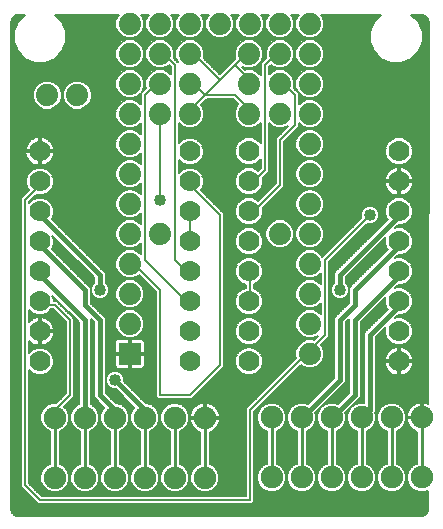
<source format=gtl>
G75*
G70*
%OFA0B0*%
%FSLAX24Y24*%
%IPPOS*%
%LPD*%
%AMOC8*
5,1,8,0,0,1.08239X$1,22.5*
%
%ADD10C,0.0700*%
%ADD11C,0.0740*%
%ADD12C,0.0100*%
%ADD13C,0.0748*%
%ADD14R,0.0740X0.0740*%
%ADD15C,0.0060*%
%ADD16C,0.0400*%
%ADD17C,0.0160*%
D10*
X001800Y005883D03*
X001800Y006883D03*
X001800Y007883D03*
X001800Y008883D03*
X001800Y009883D03*
X001800Y010883D03*
X001800Y011883D03*
X001800Y012883D03*
X006800Y012883D03*
X006800Y011883D03*
X006800Y010883D03*
X006800Y009883D03*
X006800Y008883D03*
X006800Y007883D03*
X006800Y006883D03*
X006800Y005883D03*
X008771Y005888D03*
X008771Y006888D03*
X008771Y007888D03*
X008771Y008888D03*
X008771Y009888D03*
X008771Y010888D03*
X008771Y011888D03*
X008771Y012888D03*
X013771Y012888D03*
X013771Y011888D03*
X013771Y010888D03*
X013771Y009888D03*
X013771Y008888D03*
X013771Y007888D03*
X013771Y006888D03*
X013771Y005888D03*
D11*
X010800Y006133D03*
X010800Y007133D03*
X010800Y008133D03*
X010800Y009133D03*
X010800Y010133D03*
X010800Y011133D03*
X010800Y012133D03*
X010800Y013133D03*
X010800Y014133D03*
X010800Y015133D03*
X010800Y016133D03*
X010800Y017133D03*
X009800Y017133D03*
X009804Y016133D03*
X009804Y015133D03*
X009804Y014133D03*
X008776Y014135D03*
X008776Y015135D03*
X008776Y016135D03*
X008800Y017133D03*
X007800Y017133D03*
X006800Y017133D03*
X006800Y016133D03*
X006800Y015133D03*
X006800Y014133D03*
X005800Y014133D03*
X005800Y015133D03*
X005800Y016133D03*
X005800Y017133D03*
X004800Y017133D03*
X004800Y016133D03*
X004800Y015133D03*
X004800Y014133D03*
X004800Y013133D03*
X004800Y012133D03*
X004800Y011133D03*
X004800Y010133D03*
X004800Y009133D03*
X004800Y008133D03*
X004800Y007133D03*
X005800Y010133D03*
X003050Y014758D03*
X002050Y014758D03*
X009800Y010133D03*
D12*
X009530Y004013D02*
X009530Y002013D01*
X010530Y002013D02*
X010530Y004013D01*
X011530Y004013D02*
X011530Y002013D01*
X012530Y002013D02*
X012530Y004013D01*
X013530Y004013D02*
X013530Y002013D01*
X014530Y002013D02*
X014530Y004013D01*
X007300Y004008D02*
X007300Y002008D01*
X006300Y002008D02*
X006300Y004008D01*
X005300Y004008D02*
X005300Y002008D01*
X004300Y002008D02*
X004300Y004008D01*
X003300Y004008D02*
X003300Y002008D01*
X002300Y002008D02*
X002300Y004008D01*
D13*
X002300Y004008D03*
X003300Y004008D03*
X004300Y004008D03*
X005300Y004008D03*
X006300Y004008D03*
X007300Y004008D03*
X007300Y002008D03*
X006300Y002008D03*
X005300Y002008D03*
X004300Y002008D03*
X003300Y002008D03*
X002300Y002008D03*
X009530Y002013D03*
X010530Y002013D03*
X011530Y002013D03*
X012530Y002013D03*
X013530Y002013D03*
X014530Y002013D03*
X014530Y004013D03*
X013530Y004013D03*
X012530Y004013D03*
X011530Y004013D03*
X010530Y004013D03*
X009530Y004013D03*
D14*
X004800Y006133D03*
D15*
X000865Y000872D02*
X000897Y000817D01*
X000944Y000775D01*
X001002Y000750D01*
X001021Y000746D01*
X014571Y000746D01*
X014597Y000748D01*
X014646Y000765D01*
X014688Y000796D01*
X014719Y000839D01*
X014734Y000889D01*
X014736Y000915D01*
X014736Y000919D01*
X014735Y001001D01*
X014736Y001004D01*
X014737Y001575D01*
X014626Y001529D01*
X014434Y001529D01*
X014256Y001603D01*
X014120Y001739D01*
X014046Y001917D01*
X014046Y002109D01*
X014120Y002287D01*
X014256Y002423D01*
X014370Y002471D01*
X014370Y003535D01*
X014337Y003546D01*
X014266Y003582D01*
X014202Y003628D01*
X014146Y003685D01*
X014099Y003749D01*
X014063Y003819D01*
X014038Y003895D01*
X014026Y003973D01*
X014026Y003983D01*
X014370Y003983D01*
X014370Y004043D01*
X014026Y004043D01*
X014026Y004053D01*
X014038Y004131D01*
X014063Y004206D01*
X014099Y004277D01*
X014146Y004341D01*
X014202Y004397D01*
X014266Y004444D01*
X014337Y004480D01*
X014412Y004505D01*
X014490Y004517D01*
X014500Y004517D01*
X014500Y004173D01*
X014560Y004173D01*
X014560Y004517D01*
X014570Y004517D01*
X014648Y004505D01*
X014723Y004480D01*
X014743Y004470D01*
X014768Y017048D01*
X014489Y017048D01*
X014465Y017106D02*
X014766Y017106D01*
X014768Y017133D02*
X014762Y017065D01*
X014768Y017048D01*
X014768Y016989D02*
X014513Y016989D01*
X014538Y016931D02*
X014768Y016931D01*
X014768Y016872D02*
X014557Y016872D01*
X014557Y016883D02*
X014424Y017205D01*
X014188Y017441D01*
X014535Y017441D01*
X014567Y017435D01*
X014644Y017402D01*
X014708Y017347D01*
X014751Y017275D01*
X014769Y017200D01*
X014768Y017200D01*
X014768Y017133D01*
X014768Y017165D02*
X014441Y017165D01*
X014405Y017223D02*
X014763Y017223D01*
X014747Y017282D02*
X014347Y017282D01*
X014288Y017340D02*
X014712Y017340D01*
X014648Y017399D02*
X014230Y017399D01*
X014557Y016883D02*
X014557Y016535D01*
X014424Y016213D01*
X014178Y015967D01*
X013856Y015834D01*
X013508Y015834D01*
X013187Y015967D01*
X012941Y016213D01*
X012807Y016535D01*
X012807Y016883D01*
X012941Y017205D01*
X013177Y017441D01*
X011172Y017441D01*
X011207Y017405D01*
X011280Y017229D01*
X011280Y017038D01*
X011207Y016861D01*
X011072Y016726D01*
X010895Y016653D01*
X010705Y016653D01*
X010528Y016726D01*
X010393Y016861D01*
X010320Y017038D01*
X010320Y017229D01*
X010393Y017405D01*
X010428Y017441D01*
X010172Y017441D01*
X010207Y017405D01*
X010280Y017229D01*
X010280Y017038D01*
X010207Y016861D01*
X010072Y016726D01*
X009895Y016653D01*
X009705Y016653D01*
X009528Y016726D01*
X009393Y016861D01*
X009320Y017038D01*
X009320Y017229D01*
X009393Y017405D01*
X009428Y017441D01*
X009172Y017441D01*
X009207Y017405D01*
X009280Y017229D01*
X009280Y017038D01*
X009207Y016861D01*
X009072Y016726D01*
X008895Y016653D01*
X008705Y016653D01*
X008528Y016726D01*
X008393Y016861D01*
X008320Y017038D01*
X008320Y017229D01*
X008393Y017405D01*
X008428Y017441D01*
X008172Y017441D01*
X008207Y017405D01*
X008280Y017229D01*
X008280Y017038D01*
X008207Y016861D01*
X008072Y016726D01*
X007895Y016653D01*
X007705Y016653D01*
X007528Y016726D01*
X007393Y016861D01*
X007320Y017038D01*
X007320Y017229D01*
X007393Y017405D01*
X007428Y017441D01*
X007172Y017441D01*
X007207Y017405D01*
X007280Y017229D01*
X007280Y017038D01*
X007207Y016861D01*
X007072Y016726D01*
X006895Y016653D01*
X006705Y016653D01*
X006528Y016726D01*
X006393Y016861D01*
X006320Y017038D01*
X006320Y017229D01*
X006393Y017405D01*
X006428Y017441D01*
X006172Y017441D01*
X006207Y017405D01*
X006280Y017229D01*
X006280Y017038D01*
X006207Y016861D01*
X006072Y016726D01*
X005895Y016653D01*
X005705Y016653D01*
X005528Y016726D01*
X005393Y016861D01*
X005320Y017038D01*
X005320Y017229D01*
X005393Y017405D01*
X005428Y017441D01*
X005172Y017441D01*
X005207Y017405D01*
X005280Y017229D01*
X005280Y017038D01*
X005207Y016861D01*
X005072Y016726D01*
X004895Y016653D01*
X004705Y016653D01*
X004528Y016726D01*
X004393Y016861D01*
X004320Y017038D01*
X004320Y017229D01*
X004393Y017405D01*
X004428Y017441D01*
X002313Y017441D01*
X002549Y017205D01*
X002682Y016883D01*
X002682Y016535D01*
X002549Y016213D01*
X002303Y015967D01*
X001981Y015834D01*
X001633Y015834D01*
X001312Y015967D01*
X001066Y016213D01*
X000932Y016535D01*
X000932Y016883D01*
X001066Y017205D01*
X001302Y017441D01*
X001097Y017441D01*
X001059Y017438D01*
X000987Y017414D01*
X000926Y017370D01*
X000881Y017308D01*
X000858Y017236D01*
X000855Y017199D01*
X000855Y017113D01*
X000855Y017113D01*
X000855Y001071D01*
X000861Y001050D01*
X000855Y000986D01*
X000855Y000923D01*
X000855Y000922D01*
X000865Y000872D01*
X000859Y000902D02*
X014735Y000902D01*
X014735Y000960D02*
X000855Y000960D01*
X000858Y001019D02*
X014736Y001019D01*
X014736Y001077D02*
X000855Y001077D01*
X000855Y001136D02*
X001725Y001136D01*
X001742Y001118D02*
X008858Y001118D01*
X008940Y001200D01*
X008940Y004200D01*
X010497Y005757D01*
X010497Y005757D01*
X010528Y005726D01*
X010705Y005653D01*
X010895Y005653D01*
X011072Y005726D01*
X011207Y005861D01*
X011280Y006038D01*
X011280Y006229D01*
X011207Y006405D01*
X011176Y006436D01*
X011440Y006700D01*
X011440Y009200D01*
X012703Y010463D01*
X012738Y010448D01*
X012862Y010448D01*
X012976Y010495D01*
X013063Y010583D01*
X013110Y010697D01*
X013110Y010820D01*
X013063Y010934D01*
X012976Y011021D01*
X012862Y011068D01*
X012738Y011068D01*
X012624Y011021D01*
X012537Y010934D01*
X012490Y010820D01*
X012490Y010697D01*
X012505Y010661D01*
X011242Y009398D01*
X011219Y009375D01*
X011207Y009405D01*
X011072Y009540D01*
X010895Y009613D01*
X010705Y009613D01*
X010528Y009540D01*
X010393Y009405D01*
X010320Y009229D01*
X010320Y009038D01*
X010393Y008861D01*
X010528Y008726D01*
X010705Y008653D01*
X010895Y008653D01*
X011072Y008726D01*
X011160Y008814D01*
X011160Y008452D01*
X011072Y008540D01*
X010895Y008613D01*
X010705Y008613D01*
X010528Y008540D01*
X010393Y008405D01*
X010320Y008229D01*
X010320Y008038D01*
X010393Y007861D01*
X010528Y007726D01*
X010705Y007653D01*
X010895Y007653D01*
X011072Y007726D01*
X011160Y007814D01*
X011160Y007452D01*
X011072Y007540D01*
X010895Y007613D01*
X010705Y007613D01*
X010528Y007540D01*
X010393Y007405D01*
X010320Y007229D01*
X010320Y007038D01*
X010393Y006861D01*
X010528Y006726D01*
X010705Y006653D01*
X010895Y006653D01*
X011069Y006725D01*
X010939Y006595D01*
X010895Y006613D01*
X010705Y006613D01*
X010528Y006540D01*
X010393Y006405D01*
X010320Y006229D01*
X010320Y006038D01*
X010338Y005994D01*
X008660Y004316D01*
X008660Y001398D01*
X001858Y001398D01*
X001440Y001816D01*
X001440Y005592D01*
X001540Y005493D01*
X001709Y005423D01*
X001892Y005423D01*
X002061Y005493D01*
X002190Y005622D01*
X002260Y005791D01*
X002260Y005974D01*
X002190Y006143D01*
X002061Y006273D01*
X001892Y006343D01*
X001709Y006343D01*
X001540Y006273D01*
X001440Y006173D01*
X001440Y006564D01*
X001487Y006516D01*
X001549Y006472D01*
X001616Y006438D01*
X001688Y006414D01*
X001762Y006403D01*
X001770Y006403D01*
X001770Y006853D01*
X001830Y006853D01*
X001830Y006913D01*
X001770Y006913D01*
X001770Y007363D01*
X001762Y007363D01*
X001688Y007351D01*
X001616Y007327D01*
X001549Y007293D01*
X001487Y007249D01*
X001440Y007201D01*
X001440Y007592D01*
X001540Y007493D01*
X001709Y007423D01*
X001892Y007423D01*
X002061Y007493D01*
X002186Y007618D01*
X002242Y007618D01*
X002660Y007200D01*
X002660Y004816D01*
X002336Y004492D01*
X002204Y004492D01*
X002026Y004419D01*
X001890Y004282D01*
X001816Y004105D01*
X001816Y003912D01*
X001890Y003734D01*
X002026Y003598D01*
X002140Y003551D01*
X002140Y002466D01*
X002026Y002419D01*
X001890Y002282D01*
X001816Y002105D01*
X001816Y001912D01*
X001890Y001734D01*
X002026Y001598D01*
X002204Y001524D01*
X002396Y001524D01*
X002574Y001598D01*
X002710Y001734D01*
X002784Y001912D01*
X002784Y002105D01*
X002710Y002282D01*
X002574Y002419D01*
X002460Y002466D01*
X002460Y003551D01*
X002574Y003598D01*
X002710Y003734D01*
X002784Y003912D01*
X002784Y004105D01*
X002710Y004282D01*
X002616Y004377D01*
X002940Y004700D01*
X002940Y007316D01*
X002858Y007398D01*
X002358Y007898D01*
X002260Y007898D01*
X002260Y007974D01*
X002221Y008069D01*
X003110Y007180D01*
X003110Y004453D01*
X003026Y004419D01*
X002890Y004282D01*
X002816Y004105D01*
X002816Y003912D01*
X002890Y003734D01*
X003026Y003598D01*
X003140Y003551D01*
X003140Y002466D01*
X003026Y002419D01*
X002890Y002282D01*
X002816Y002105D01*
X002816Y001912D01*
X002890Y001734D01*
X003026Y001598D01*
X003204Y001524D01*
X003396Y001524D01*
X003574Y001598D01*
X003710Y001734D01*
X003784Y001912D01*
X003784Y002105D01*
X003710Y002282D01*
X003574Y002419D01*
X003460Y002466D01*
X003460Y003551D01*
X003574Y003598D01*
X003710Y003734D01*
X003784Y003912D01*
X003784Y004105D01*
X003710Y004282D01*
X003574Y004419D01*
X003490Y004453D01*
X003490Y007300D01*
X003610Y007180D01*
X003610Y004680D01*
X003948Y004341D01*
X003890Y004282D01*
X003816Y004105D01*
X003816Y003912D01*
X003890Y003734D01*
X004026Y003598D01*
X004140Y003551D01*
X004140Y002466D01*
X004026Y002419D01*
X003890Y002282D01*
X003816Y002105D01*
X003816Y001912D01*
X003890Y001734D01*
X004026Y001598D01*
X004204Y001524D01*
X004396Y001524D01*
X004574Y001598D01*
X004710Y001734D01*
X004784Y001912D01*
X004784Y002105D01*
X004710Y002282D01*
X004574Y002419D01*
X004460Y002466D01*
X004460Y003551D01*
X004574Y003598D01*
X004710Y003734D01*
X004784Y003912D01*
X004784Y004105D01*
X004710Y004282D01*
X004574Y004419D01*
X004396Y004492D01*
X004335Y004492D01*
X003990Y004837D01*
X003990Y007337D01*
X003879Y007448D01*
X003490Y007837D01*
X003490Y008337D01*
X003379Y008448D01*
X002194Y009633D01*
X002260Y009791D01*
X002260Y009974D01*
X002221Y010069D01*
X003610Y008680D01*
X003610Y008507D01*
X003320Y008507D01*
X003262Y008565D02*
X003610Y008565D01*
X003610Y008507D02*
X003537Y008434D01*
X003490Y008320D01*
X003490Y008197D01*
X003537Y008083D01*
X003624Y007995D01*
X003738Y007948D01*
X003862Y007948D01*
X003976Y007995D01*
X004063Y008083D01*
X004110Y008197D01*
X004110Y008320D01*
X004063Y008434D01*
X003990Y008507D01*
X004495Y008507D01*
X004528Y008540D02*
X004393Y008405D01*
X004320Y008229D01*
X004320Y008038D01*
X004393Y007861D01*
X004528Y007726D01*
X004705Y007653D01*
X004895Y007653D01*
X005072Y007726D01*
X005207Y007861D01*
X005280Y008038D01*
X005280Y008229D01*
X005207Y008405D01*
X005072Y008540D01*
X004895Y008613D01*
X004705Y008613D01*
X004528Y008540D01*
X004589Y008565D02*
X003990Y008565D01*
X003990Y008507D02*
X003990Y008837D01*
X003879Y008948D01*
X002194Y010633D01*
X002260Y010791D01*
X002260Y010974D01*
X002190Y011143D01*
X002061Y011273D01*
X001892Y011343D01*
X001709Y011343D01*
X001540Y011273D01*
X001440Y011173D01*
X001440Y011200D01*
X001676Y011436D01*
X001709Y011423D01*
X001892Y011423D01*
X002061Y011493D01*
X002190Y011622D01*
X002260Y011791D01*
X002260Y011974D01*
X002190Y012143D01*
X002061Y012273D01*
X001892Y012343D01*
X001709Y012343D01*
X001540Y012273D01*
X001410Y012143D01*
X001340Y011974D01*
X001340Y011791D01*
X001410Y011622D01*
X001438Y011594D01*
X001242Y011398D01*
X001160Y011316D01*
X001160Y001700D01*
X001660Y001200D01*
X001742Y001118D01*
X001666Y001194D02*
X000855Y001194D01*
X000855Y001253D02*
X001608Y001253D01*
X001549Y001311D02*
X000855Y001311D01*
X000855Y001370D02*
X001491Y001370D01*
X001432Y001428D02*
X000855Y001428D01*
X000855Y001487D02*
X001374Y001487D01*
X001315Y001545D02*
X000855Y001545D01*
X000855Y001604D02*
X001257Y001604D01*
X001198Y001662D02*
X000855Y001662D01*
X000855Y001721D02*
X001160Y001721D01*
X001160Y001779D02*
X000855Y001779D01*
X000855Y001838D02*
X001160Y001838D01*
X001160Y001896D02*
X000855Y001896D01*
X000855Y001955D02*
X001160Y001955D01*
X001160Y002013D02*
X000855Y002013D01*
X000855Y002072D02*
X001160Y002072D01*
X001160Y002130D02*
X000855Y002130D01*
X000855Y002189D02*
X001160Y002189D01*
X001160Y002247D02*
X000855Y002247D01*
X000855Y002306D02*
X001160Y002306D01*
X001160Y002364D02*
X000855Y002364D01*
X000855Y002423D02*
X001160Y002423D01*
X001160Y002481D02*
X000855Y002481D01*
X000855Y002540D02*
X001160Y002540D01*
X001160Y002598D02*
X000855Y002598D01*
X000855Y002657D02*
X001160Y002657D01*
X001160Y002715D02*
X000855Y002715D01*
X000855Y002774D02*
X001160Y002774D01*
X001160Y002832D02*
X000855Y002832D01*
X000855Y002891D02*
X001160Y002891D01*
X001160Y002949D02*
X000855Y002949D01*
X000855Y003008D02*
X001160Y003008D01*
X001160Y003066D02*
X000855Y003066D01*
X000855Y003125D02*
X001160Y003125D01*
X001160Y003183D02*
X000855Y003183D01*
X000855Y003242D02*
X001160Y003242D01*
X001160Y003300D02*
X000855Y003300D01*
X000855Y003359D02*
X001160Y003359D01*
X001160Y003417D02*
X000855Y003417D01*
X000855Y003476D02*
X001160Y003476D01*
X001160Y003534D02*
X000855Y003534D01*
X000855Y003593D02*
X001160Y003593D01*
X001160Y003651D02*
X000855Y003651D01*
X000855Y003710D02*
X001160Y003710D01*
X001160Y003768D02*
X000855Y003768D01*
X000855Y003827D02*
X001160Y003827D01*
X001160Y003885D02*
X000855Y003885D01*
X000855Y003944D02*
X001160Y003944D01*
X001160Y004002D02*
X000855Y004002D01*
X000855Y004061D02*
X001160Y004061D01*
X001160Y004119D02*
X000855Y004119D01*
X000855Y004178D02*
X001160Y004178D01*
X001160Y004236D02*
X000855Y004236D01*
X000855Y004295D02*
X001160Y004295D01*
X001160Y004353D02*
X000855Y004353D01*
X000855Y004412D02*
X001160Y004412D01*
X001160Y004470D02*
X000855Y004470D01*
X000855Y004529D02*
X001160Y004529D01*
X001160Y004587D02*
X000855Y004587D01*
X000855Y004646D02*
X001160Y004646D01*
X001160Y004704D02*
X000855Y004704D01*
X000855Y004763D02*
X001160Y004763D01*
X001160Y004821D02*
X000855Y004821D01*
X000855Y004880D02*
X001160Y004880D01*
X001160Y004938D02*
X000855Y004938D01*
X000855Y004997D02*
X001160Y004997D01*
X001160Y005055D02*
X000855Y005055D01*
X000855Y005114D02*
X001160Y005114D01*
X001160Y005172D02*
X000855Y005172D01*
X000855Y005231D02*
X001160Y005231D01*
X001160Y005289D02*
X000855Y005289D01*
X000855Y005348D02*
X001160Y005348D01*
X001160Y005406D02*
X000855Y005406D01*
X000855Y005465D02*
X001160Y005465D01*
X001160Y005523D02*
X000855Y005523D01*
X000855Y005582D02*
X001160Y005582D01*
X001160Y005640D02*
X000855Y005640D01*
X000855Y005699D02*
X001160Y005699D01*
X001160Y005757D02*
X000855Y005757D01*
X000855Y005816D02*
X001160Y005816D01*
X001160Y005874D02*
X000855Y005874D01*
X000855Y005933D02*
X001160Y005933D01*
X001160Y005991D02*
X000855Y005991D01*
X000855Y006050D02*
X001160Y006050D01*
X001160Y006108D02*
X000855Y006108D01*
X000855Y006167D02*
X001160Y006167D01*
X001160Y006225D02*
X000855Y006225D01*
X000855Y006284D02*
X001160Y006284D01*
X001160Y006342D02*
X000855Y006342D01*
X000855Y006401D02*
X001160Y006401D01*
X001160Y006459D02*
X000855Y006459D01*
X000855Y006518D02*
X001160Y006518D01*
X001160Y006576D02*
X000855Y006576D01*
X000855Y006635D02*
X001160Y006635D01*
X001160Y006693D02*
X000855Y006693D01*
X000855Y006752D02*
X001160Y006752D01*
X001160Y006810D02*
X000855Y006810D01*
X000855Y006869D02*
X001160Y006869D01*
X001160Y006927D02*
X000855Y006927D01*
X000855Y006986D02*
X001160Y006986D01*
X001160Y007044D02*
X000855Y007044D01*
X000855Y007103D02*
X001160Y007103D01*
X001160Y007161D02*
X000855Y007161D01*
X000855Y007220D02*
X001160Y007220D01*
X001160Y007278D02*
X000855Y007278D01*
X000855Y007337D02*
X001160Y007337D01*
X001160Y007395D02*
X000855Y007395D01*
X000855Y007454D02*
X001160Y007454D01*
X001160Y007512D02*
X000855Y007512D01*
X000855Y007571D02*
X001160Y007571D01*
X001160Y007629D02*
X000855Y007629D01*
X000855Y007688D02*
X001160Y007688D01*
X001160Y007746D02*
X000855Y007746D01*
X000855Y007805D02*
X001160Y007805D01*
X001160Y007863D02*
X000855Y007863D01*
X000855Y007922D02*
X001160Y007922D01*
X001160Y007980D02*
X000855Y007980D01*
X000855Y008039D02*
X001160Y008039D01*
X001160Y008097D02*
X000855Y008097D01*
X000855Y008156D02*
X001160Y008156D01*
X001160Y008214D02*
X000855Y008214D01*
X000855Y008273D02*
X001160Y008273D01*
X001160Y008331D02*
X000855Y008331D01*
X000855Y008390D02*
X001160Y008390D01*
X001160Y008448D02*
X000855Y008448D01*
X000855Y008507D02*
X001160Y008507D01*
X001160Y008565D02*
X000855Y008565D01*
X000855Y008624D02*
X001160Y008624D01*
X001160Y008682D02*
X000855Y008682D01*
X000855Y008741D02*
X001160Y008741D01*
X001160Y008799D02*
X000855Y008799D01*
X000855Y008858D02*
X001160Y008858D01*
X001160Y008916D02*
X000855Y008916D01*
X000855Y008975D02*
X001160Y008975D01*
X001160Y009033D02*
X000855Y009033D01*
X000855Y009092D02*
X001160Y009092D01*
X001160Y009150D02*
X000855Y009150D01*
X000855Y009209D02*
X001160Y009209D01*
X001160Y009267D02*
X000855Y009267D01*
X000855Y009326D02*
X001160Y009326D01*
X001160Y009384D02*
X000855Y009384D01*
X000855Y009443D02*
X001160Y009443D01*
X001160Y009501D02*
X000855Y009501D01*
X000855Y009560D02*
X001160Y009560D01*
X001160Y009618D02*
X000855Y009618D01*
X000855Y009677D02*
X001160Y009677D01*
X001160Y009735D02*
X000855Y009735D01*
X000855Y009794D02*
X001160Y009794D01*
X001160Y009852D02*
X000855Y009852D01*
X000855Y009911D02*
X001160Y009911D01*
X001160Y009969D02*
X000855Y009969D01*
X000855Y010028D02*
X001160Y010028D01*
X001160Y010086D02*
X000855Y010086D01*
X000855Y010145D02*
X001160Y010145D01*
X001160Y010203D02*
X000855Y010203D01*
X000855Y010262D02*
X001160Y010262D01*
X001160Y010320D02*
X000855Y010320D01*
X000855Y010379D02*
X001160Y010379D01*
X001160Y010437D02*
X000855Y010437D01*
X000855Y010496D02*
X001160Y010496D01*
X001160Y010554D02*
X000855Y010554D01*
X000855Y010613D02*
X001160Y010613D01*
X001160Y010671D02*
X000855Y010671D01*
X000855Y010730D02*
X001160Y010730D01*
X001160Y010788D02*
X000855Y010788D01*
X000855Y010847D02*
X001160Y010847D01*
X001160Y010905D02*
X000855Y010905D01*
X000855Y010964D02*
X001160Y010964D01*
X001160Y011022D02*
X000855Y011022D01*
X000855Y011081D02*
X001160Y011081D01*
X001160Y011139D02*
X000855Y011139D01*
X000855Y011198D02*
X001160Y011198D01*
X001160Y011256D02*
X000855Y011256D01*
X000855Y011315D02*
X001160Y011315D01*
X001217Y011373D02*
X000855Y011373D01*
X000855Y011432D02*
X001276Y011432D01*
X001334Y011490D02*
X000855Y011490D01*
X000855Y011549D02*
X001393Y011549D01*
X001425Y011607D02*
X000855Y011607D01*
X000855Y011666D02*
X001392Y011666D01*
X001368Y011724D02*
X000855Y011724D01*
X000855Y011783D02*
X001344Y011783D01*
X001340Y011841D02*
X000855Y011841D01*
X000855Y011900D02*
X001340Y011900D01*
X001340Y011958D02*
X000855Y011958D01*
X000855Y012017D02*
X001358Y012017D01*
X001382Y012075D02*
X000855Y012075D01*
X000855Y012134D02*
X001406Y012134D01*
X001459Y012192D02*
X000855Y012192D01*
X000855Y012251D02*
X001518Y012251D01*
X001628Y012309D02*
X000855Y012309D01*
X000855Y012368D02*
X004378Y012368D01*
X004393Y012405D02*
X004320Y012229D01*
X004320Y012038D01*
X004393Y011861D01*
X004528Y011726D01*
X004705Y011653D01*
X004895Y011653D01*
X005072Y011726D01*
X005160Y011814D01*
X005160Y011452D01*
X005072Y011540D01*
X004895Y011613D01*
X004705Y011613D01*
X004528Y011540D01*
X004393Y011405D01*
X004320Y011229D01*
X004320Y011038D01*
X004393Y010861D01*
X004528Y010726D01*
X004705Y010653D01*
X004895Y010653D01*
X005072Y010726D01*
X005160Y010814D01*
X005160Y010452D01*
X005072Y010540D01*
X004895Y010613D01*
X004705Y010613D01*
X004528Y010540D01*
X004393Y010405D01*
X004320Y010229D01*
X004320Y010038D01*
X004393Y009861D01*
X004528Y009726D01*
X004705Y009653D01*
X004895Y009653D01*
X005072Y009726D01*
X005160Y009814D01*
X005160Y009452D01*
X005072Y009540D01*
X004895Y009613D01*
X004705Y009613D01*
X004528Y009540D01*
X004393Y009405D01*
X004320Y009229D01*
X004320Y009038D01*
X004393Y008861D01*
X004528Y008726D01*
X004705Y008653D01*
X004895Y008653D01*
X005072Y008726D01*
X005103Y008757D01*
X005660Y008200D01*
X005660Y004700D01*
X005742Y004618D01*
X006858Y004618D01*
X006940Y004700D01*
X007940Y005700D01*
X007940Y010816D01*
X007858Y010898D01*
X007162Y011594D01*
X007190Y011622D01*
X007260Y011791D01*
X007260Y011974D01*
X007190Y012143D01*
X007061Y012273D01*
X006892Y012343D01*
X006709Y012343D01*
X006540Y012273D01*
X006440Y012173D01*
X006440Y012592D01*
X006540Y012493D01*
X006709Y012423D01*
X006892Y012423D01*
X007061Y012493D01*
X007190Y012622D01*
X007260Y012791D01*
X007260Y012974D01*
X007190Y013143D01*
X007061Y013273D01*
X006892Y013343D01*
X006709Y013343D01*
X006540Y013273D01*
X006440Y013173D01*
X006440Y013814D01*
X006528Y013726D01*
X006705Y013653D01*
X006895Y013653D01*
X007072Y013726D01*
X007207Y013861D01*
X007280Y014038D01*
X007280Y014229D01*
X007207Y014405D01*
X007176Y014436D01*
X007358Y014618D01*
X008242Y014618D01*
X008411Y014449D01*
X008369Y014407D01*
X008296Y014231D01*
X008296Y014040D01*
X008369Y013863D01*
X008504Y013728D01*
X008680Y013655D01*
X008871Y013655D01*
X009047Y013728D01*
X009160Y013841D01*
X009160Y013150D01*
X009032Y013278D01*
X008863Y013348D01*
X008680Y013348D01*
X008511Y013278D01*
X008381Y013149D01*
X008311Y012980D01*
X008311Y012797D01*
X008381Y012628D01*
X008511Y012498D01*
X008680Y012428D01*
X008863Y012428D01*
X009032Y012498D01*
X009160Y012627D01*
X009160Y012316D01*
X009077Y012233D01*
X009032Y012278D01*
X008863Y012348D01*
X008680Y012348D01*
X008511Y012278D01*
X008381Y012149D01*
X008311Y011980D01*
X008311Y011797D01*
X008381Y011628D01*
X008511Y011498D01*
X008680Y011428D01*
X008863Y011428D01*
X009032Y011498D01*
X009161Y011628D01*
X009231Y011797D01*
X009231Y011980D01*
X009228Y011988D01*
X009358Y012118D01*
X009440Y012200D01*
X009440Y013818D01*
X009532Y013726D01*
X009709Y013653D01*
X009900Y013653D01*
X010065Y013721D01*
X009660Y013316D01*
X009660Y011816D01*
X009077Y011233D01*
X009032Y011278D01*
X008863Y011348D01*
X008680Y011348D01*
X008511Y011278D01*
X008381Y011149D01*
X008311Y010980D01*
X008311Y010797D01*
X008381Y010628D01*
X008511Y010498D01*
X008680Y010428D01*
X008863Y010428D01*
X009032Y010498D01*
X009161Y010628D01*
X009231Y010797D01*
X009231Y010980D01*
X009228Y010988D01*
X009858Y011618D01*
X009940Y011700D01*
X009940Y013200D01*
X010358Y013618D01*
X010440Y013700D01*
X010440Y013814D01*
X010528Y013726D01*
X010705Y013653D01*
X010895Y013653D01*
X011072Y013726D01*
X011207Y013861D01*
X011280Y014038D01*
X011280Y014229D01*
X011207Y014405D01*
X011072Y014540D01*
X010895Y014613D01*
X010705Y014613D01*
X010528Y014540D01*
X010440Y014452D01*
X010440Y014814D01*
X010528Y014726D01*
X010705Y014653D01*
X010895Y014653D01*
X011072Y014726D01*
X011207Y014861D01*
X011280Y015038D01*
X011280Y015229D01*
X011207Y015405D01*
X011072Y015540D01*
X010895Y015613D01*
X010705Y015613D01*
X010528Y015540D01*
X010393Y015405D01*
X010320Y015229D01*
X010320Y015038D01*
X010392Y014864D01*
X010265Y014991D01*
X010284Y015037D01*
X010284Y015228D01*
X010211Y015405D01*
X010076Y015540D01*
X009900Y015613D01*
X009709Y015613D01*
X009532Y015540D01*
X009440Y015447D01*
X009440Y015700D01*
X009499Y015759D01*
X009532Y015726D01*
X009709Y015653D01*
X009900Y015653D01*
X010076Y015726D01*
X010211Y015861D01*
X010284Y016037D01*
X010284Y016228D01*
X010211Y016405D01*
X010076Y016540D01*
X009900Y016613D01*
X009709Y016613D01*
X009532Y016540D01*
X009397Y016405D01*
X009324Y016228D01*
X009324Y016037D01*
X009341Y015997D01*
X009160Y015816D01*
X009160Y015430D01*
X009047Y015542D01*
X008871Y015615D01*
X008680Y015615D01*
X008652Y015604D01*
X008545Y015711D01*
X008680Y015655D01*
X008871Y015655D01*
X009047Y015728D01*
X009182Y015863D01*
X009256Y016040D01*
X009256Y016231D01*
X009182Y016407D01*
X009047Y016542D01*
X008871Y016615D01*
X008680Y016615D01*
X008504Y016542D01*
X008369Y016407D01*
X008296Y016231D01*
X008296Y016040D01*
X008321Y015978D01*
X008242Y015898D01*
X008160Y015816D01*
X007800Y015456D01*
X007262Y015994D01*
X007280Y016038D01*
X007280Y016229D01*
X008296Y016229D01*
X008296Y016170D02*
X007280Y016170D01*
X007280Y016112D02*
X008296Y016112D01*
X008296Y016053D02*
X007280Y016053D01*
X007262Y015995D02*
X008314Y015995D01*
X008280Y015936D02*
X007320Y015936D01*
X007378Y015878D02*
X008222Y015878D01*
X008242Y015898D02*
X008242Y015898D01*
X008163Y015819D02*
X007437Y015819D01*
X007495Y015761D02*
X008105Y015761D01*
X008160Y015816D02*
X008160Y015816D01*
X008300Y015758D02*
X008800Y015258D01*
X008776Y015135D01*
X009121Y015468D02*
X009160Y015468D01*
X009160Y015527D02*
X009063Y015527D01*
X009160Y015585D02*
X008943Y015585D01*
X008984Y015702D02*
X009160Y015702D01*
X009160Y015644D02*
X008612Y015644D01*
X008567Y015702D02*
X008554Y015702D01*
X008300Y015758D02*
X007800Y015258D01*
X006800Y016258D01*
X006800Y016133D01*
X006451Y016463D02*
X006149Y016463D01*
X006207Y016405D02*
X006072Y016540D01*
X005895Y016613D01*
X005705Y016613D01*
X005528Y016540D01*
X005393Y016405D01*
X005320Y016229D01*
X005280Y016229D01*
X005207Y016405D01*
X005072Y016540D01*
X004895Y016613D01*
X004705Y016613D01*
X004528Y016540D01*
X004393Y016405D01*
X004320Y016229D01*
X002556Y016229D01*
X002580Y016287D02*
X004344Y016287D01*
X004320Y016229D02*
X004320Y016038D01*
X004393Y015861D01*
X004528Y015726D01*
X004705Y015653D01*
X004895Y015653D01*
X005072Y015726D01*
X005207Y015861D01*
X005280Y016038D01*
X005280Y016229D01*
X005320Y016229D02*
X005320Y016038D01*
X005393Y015861D01*
X005528Y015726D01*
X005705Y015653D01*
X005895Y015653D01*
X006072Y015726D01*
X006103Y015757D01*
X006160Y015700D01*
X006160Y015452D01*
X006072Y015540D01*
X005895Y015613D01*
X005705Y015613D01*
X005528Y015540D01*
X005393Y015405D01*
X005320Y015229D01*
X005320Y015038D01*
X005338Y014994D01*
X005208Y014864D01*
X005280Y015038D01*
X005280Y015229D01*
X005207Y015405D01*
X005072Y015540D01*
X004895Y015613D01*
X004705Y015613D01*
X004528Y015540D01*
X004393Y015405D01*
X004320Y015229D01*
X004320Y015038D01*
X004393Y014861D01*
X004528Y014726D01*
X004705Y014653D01*
X004895Y014653D01*
X005072Y014726D01*
X005160Y014814D01*
X005160Y014452D01*
X005072Y014540D01*
X004895Y014613D01*
X004705Y014613D01*
X004528Y014540D01*
X004393Y014405D01*
X004320Y014229D01*
X004320Y014038D01*
X004393Y013861D01*
X004528Y013726D01*
X004705Y013653D01*
X004895Y013653D01*
X005072Y013726D01*
X005160Y013814D01*
X005160Y013452D01*
X005072Y013540D01*
X004895Y013613D01*
X004705Y013613D01*
X004528Y013540D01*
X004393Y013405D01*
X004320Y013229D01*
X004320Y013038D01*
X004393Y012861D01*
X004528Y012726D01*
X004705Y012653D01*
X004895Y012653D01*
X005072Y012726D01*
X005160Y012814D01*
X005160Y012452D01*
X005072Y012540D01*
X004895Y012613D01*
X004705Y012613D01*
X004528Y012540D01*
X004393Y012405D01*
X004414Y012426D02*
X001949Y012426D01*
X001984Y012438D02*
X002052Y012472D01*
X002113Y012516D01*
X002166Y012570D01*
X002211Y012631D01*
X002245Y012698D01*
X002268Y012770D01*
X002280Y012845D01*
X002280Y012853D01*
X001830Y012853D01*
X001830Y012913D01*
X001770Y012913D01*
X001770Y013363D01*
X001762Y013363D01*
X001688Y013351D01*
X001616Y013327D01*
X001549Y013293D01*
X001487Y013249D01*
X001434Y013195D01*
X001390Y013134D01*
X001355Y013067D01*
X001332Y012995D01*
X001320Y012920D01*
X001320Y012913D01*
X001770Y012913D01*
X001770Y012853D01*
X001320Y012853D01*
X001320Y012845D01*
X001332Y012770D01*
X001355Y012698D01*
X001390Y012631D01*
X001434Y012570D01*
X001487Y012516D01*
X001549Y012472D01*
X001616Y012438D01*
X001688Y012414D01*
X001762Y012403D01*
X001770Y012403D01*
X001770Y012853D01*
X001830Y012853D01*
X001830Y012403D01*
X001838Y012403D01*
X001912Y012414D01*
X001984Y012438D01*
X002069Y012485D02*
X004473Y012485D01*
X004536Y012543D02*
X002140Y012543D01*
X002189Y012602D02*
X004677Y012602D01*
X004687Y012660D02*
X002226Y012660D01*
X002252Y012719D02*
X004546Y012719D01*
X004477Y012777D02*
X002269Y012777D01*
X002279Y012836D02*
X004419Y012836D01*
X004379Y012894D02*
X001830Y012894D01*
X001830Y012913D02*
X002280Y012913D01*
X002280Y012920D01*
X002268Y012995D01*
X002245Y013067D01*
X002211Y013134D01*
X002166Y013195D01*
X002113Y013249D01*
X002052Y013293D01*
X001984Y013327D01*
X001912Y013351D01*
X001838Y013363D01*
X001830Y013363D01*
X001830Y012913D01*
X001830Y012953D02*
X001770Y012953D01*
X001770Y013011D02*
X001830Y013011D01*
X001830Y013070D02*
X001770Y013070D01*
X001770Y013128D02*
X001830Y013128D01*
X001830Y013187D02*
X001770Y013187D01*
X001770Y013245D02*
X001830Y013245D01*
X001830Y013304D02*
X001770Y013304D01*
X001770Y013362D02*
X001830Y013362D01*
X001839Y013362D02*
X004375Y013362D01*
X004351Y013304D02*
X002031Y013304D01*
X002116Y013245D02*
X004327Y013245D01*
X004320Y013187D02*
X002172Y013187D01*
X002214Y013128D02*
X004320Y013128D01*
X004320Y013070D02*
X002243Y013070D01*
X002263Y013011D02*
X004331Y013011D01*
X004355Y012953D02*
X002275Y012953D01*
X001830Y012836D02*
X001770Y012836D01*
X001770Y012894D02*
X000855Y012894D01*
X000855Y012836D02*
X001322Y012836D01*
X001331Y012777D02*
X000855Y012777D01*
X000855Y012719D02*
X001349Y012719D01*
X001375Y012660D02*
X000855Y012660D01*
X000855Y012602D02*
X001411Y012602D01*
X001460Y012543D02*
X000855Y012543D01*
X000855Y012485D02*
X001531Y012485D01*
X001651Y012426D02*
X000855Y012426D01*
X000855Y012953D02*
X001325Y012953D01*
X001337Y013011D02*
X000855Y013011D01*
X000855Y013070D02*
X001357Y013070D01*
X001387Y013128D02*
X000855Y013128D01*
X000855Y013187D02*
X001428Y013187D01*
X001484Y013245D02*
X000855Y013245D01*
X000855Y013304D02*
X001570Y013304D01*
X001761Y013362D02*
X000855Y013362D01*
X000855Y013421D02*
X004409Y013421D01*
X004467Y013479D02*
X000855Y013479D01*
X000855Y013538D02*
X004526Y013538D01*
X004664Y013596D02*
X000855Y013596D01*
X000855Y013655D02*
X004701Y013655D01*
X004560Y013713D02*
X000855Y013713D01*
X000855Y013772D02*
X004483Y013772D01*
X004424Y013830D02*
X000855Y013830D01*
X000855Y013889D02*
X004382Y013889D01*
X004357Y013947D02*
X000855Y013947D01*
X000855Y014006D02*
X004333Y014006D01*
X004320Y014064D02*
X000855Y014064D01*
X000855Y014123D02*
X004320Y014123D01*
X004320Y014181D02*
X000855Y014181D01*
X000855Y014240D02*
X004325Y014240D01*
X004349Y014298D02*
X003194Y014298D01*
X003145Y014278D02*
X002955Y014278D01*
X002778Y014351D01*
X002643Y014486D01*
X002570Y014663D01*
X002570Y014854D01*
X002643Y015030D01*
X002778Y015165D01*
X002955Y015238D01*
X003145Y015238D01*
X003322Y015165D01*
X003457Y015030D01*
X003530Y014854D01*
X003530Y014663D01*
X003457Y014486D01*
X003322Y014351D01*
X003145Y014278D01*
X003327Y014357D02*
X004373Y014357D01*
X004403Y014415D02*
X003386Y014415D01*
X003444Y014474D02*
X004462Y014474D01*
X004520Y014532D02*
X003476Y014532D01*
X003500Y014591D02*
X004650Y014591D01*
X004573Y014708D02*
X003530Y014708D01*
X003530Y014766D02*
X004488Y014766D01*
X004430Y014825D02*
X003530Y014825D01*
X003518Y014883D02*
X004384Y014883D01*
X004360Y014942D02*
X003494Y014942D01*
X003469Y015000D02*
X004336Y015000D01*
X004320Y015059D02*
X003428Y015059D01*
X003370Y015117D02*
X004320Y015117D01*
X004320Y015176D02*
X003296Y015176D01*
X003155Y015234D02*
X004322Y015234D01*
X004347Y015293D02*
X000855Y015293D01*
X000855Y015351D02*
X004371Y015351D01*
X004398Y015410D02*
X000855Y015410D01*
X000855Y015468D02*
X004456Y015468D01*
X004515Y015527D02*
X000855Y015527D01*
X000855Y015585D02*
X004637Y015585D01*
X004586Y015702D02*
X000855Y015702D01*
X000855Y015644D02*
X006160Y015644D01*
X006158Y015702D02*
X006014Y015702D01*
X005963Y015585D02*
X006160Y015585D01*
X006160Y015527D02*
X006085Y015527D01*
X006144Y015468D02*
X006160Y015468D01*
X006300Y015758D02*
X005800Y016258D01*
X005800Y016133D01*
X005362Y015936D02*
X005238Y015936D01*
X005214Y015878D02*
X005386Y015878D01*
X005435Y015819D02*
X005165Y015819D01*
X005106Y015761D02*
X005494Y015761D01*
X005586Y015702D02*
X005014Y015702D01*
X004963Y015585D02*
X005637Y015585D01*
X005515Y015527D02*
X005085Y015527D01*
X005144Y015468D02*
X005456Y015468D01*
X005398Y015410D02*
X005202Y015410D01*
X005229Y015351D02*
X005371Y015351D01*
X005347Y015293D02*
X005253Y015293D01*
X005278Y015234D02*
X005322Y015234D01*
X005320Y015176D02*
X005280Y015176D01*
X005280Y015117D02*
X005320Y015117D01*
X005320Y015059D02*
X005280Y015059D01*
X005264Y015000D02*
X005336Y015000D01*
X005286Y014942D02*
X005240Y014942D01*
X005227Y014883D02*
X005216Y014883D01*
X005160Y014766D02*
X005112Y014766D01*
X005160Y014708D02*
X005027Y014708D01*
X004950Y014591D02*
X005160Y014591D01*
X005160Y014649D02*
X003524Y014649D01*
X002945Y015234D02*
X002155Y015234D01*
X002145Y015238D02*
X001955Y015238D01*
X001778Y015165D01*
X001643Y015030D01*
X001570Y014854D01*
X001570Y014663D01*
X001643Y014486D01*
X001778Y014351D01*
X001955Y014278D01*
X002145Y014278D01*
X002322Y014351D01*
X002457Y014486D01*
X002530Y014663D01*
X002530Y014854D01*
X002457Y015030D01*
X002322Y015165D01*
X002145Y015238D01*
X002296Y015176D02*
X002804Y015176D01*
X002730Y015117D02*
X002370Y015117D01*
X002428Y015059D02*
X002672Y015059D01*
X002631Y015000D02*
X002469Y015000D01*
X002494Y014942D02*
X002606Y014942D01*
X002582Y014883D02*
X002518Y014883D01*
X002530Y014825D02*
X002570Y014825D01*
X002570Y014766D02*
X002530Y014766D01*
X002530Y014708D02*
X002570Y014708D01*
X002576Y014649D02*
X002524Y014649D01*
X002500Y014591D02*
X002600Y014591D01*
X002624Y014532D02*
X002476Y014532D01*
X002444Y014474D02*
X002656Y014474D01*
X002714Y014415D02*
X002386Y014415D01*
X002327Y014357D02*
X002773Y014357D01*
X002906Y014298D02*
X002194Y014298D01*
X001906Y014298D02*
X000855Y014298D01*
X000855Y014357D02*
X001773Y014357D01*
X001714Y014415D02*
X000855Y014415D01*
X000855Y014474D02*
X001656Y014474D01*
X001624Y014532D02*
X000855Y014532D01*
X000855Y014591D02*
X001600Y014591D01*
X001576Y014649D02*
X000855Y014649D01*
X000855Y014708D02*
X001570Y014708D01*
X001570Y014766D02*
X000855Y014766D01*
X000855Y014825D02*
X001570Y014825D01*
X001582Y014883D02*
X000855Y014883D01*
X000855Y014942D02*
X001606Y014942D01*
X001631Y015000D02*
X000855Y015000D01*
X000855Y015059D02*
X001672Y015059D01*
X001730Y015117D02*
X000855Y015117D01*
X000855Y015176D02*
X001804Y015176D01*
X001945Y015234D02*
X000855Y015234D01*
X000855Y015761D02*
X004494Y015761D01*
X004435Y015819D02*
X000855Y015819D01*
X000855Y015878D02*
X001527Y015878D01*
X001386Y015936D02*
X000855Y015936D01*
X000855Y015995D02*
X001284Y015995D01*
X001226Y016053D02*
X000855Y016053D01*
X000855Y016112D02*
X001167Y016112D01*
X001109Y016170D02*
X000855Y016170D01*
X000855Y016229D02*
X001059Y016229D01*
X001035Y016287D02*
X000855Y016287D01*
X000855Y016346D02*
X001011Y016346D01*
X000987Y016404D02*
X000855Y016404D01*
X000855Y016463D02*
X000962Y016463D01*
X000938Y016521D02*
X000855Y016521D01*
X000855Y016580D02*
X000932Y016580D01*
X000932Y016638D02*
X000855Y016638D01*
X000855Y016697D02*
X000932Y016697D01*
X000932Y016755D02*
X000855Y016755D01*
X000855Y016814D02*
X000932Y016814D01*
X000932Y016872D02*
X000855Y016872D01*
X000855Y016931D02*
X000952Y016931D01*
X000977Y016989D02*
X000855Y016989D01*
X000855Y017048D02*
X001001Y017048D01*
X001025Y017106D02*
X000855Y017106D01*
X000855Y017165D02*
X001049Y017165D01*
X001084Y017223D02*
X000857Y017223D01*
X000873Y017282D02*
X001143Y017282D01*
X001201Y017340D02*
X000905Y017340D01*
X000966Y017399D02*
X001260Y017399D01*
X002355Y017399D02*
X004390Y017399D01*
X004366Y017340D02*
X002413Y017340D01*
X002472Y017282D02*
X004342Y017282D01*
X004320Y017223D02*
X002530Y017223D01*
X002566Y017165D02*
X004320Y017165D01*
X004320Y017106D02*
X002590Y017106D01*
X002614Y017048D02*
X004320Y017048D01*
X004340Y016989D02*
X002638Y016989D01*
X002663Y016931D02*
X004364Y016931D01*
X004389Y016872D02*
X002682Y016872D01*
X002682Y016814D02*
X004441Y016814D01*
X004499Y016755D02*
X002682Y016755D01*
X002682Y016697D02*
X004599Y016697D01*
X004624Y016580D02*
X002682Y016580D01*
X002682Y016638D02*
X012807Y016638D01*
X012807Y016580D02*
X010976Y016580D01*
X010895Y016613D02*
X010705Y016613D01*
X010528Y016540D01*
X010393Y016405D01*
X010320Y016229D01*
X010284Y016229D01*
X010320Y016229D02*
X010320Y016038D01*
X010393Y015861D01*
X010528Y015726D01*
X010705Y015653D01*
X010895Y015653D01*
X011072Y015726D01*
X011207Y015861D01*
X011280Y016038D01*
X011280Y016229D01*
X012934Y016229D01*
X012910Y016287D02*
X011256Y016287D01*
X011280Y016229D02*
X011207Y016405D01*
X011072Y016540D01*
X010895Y016613D01*
X011001Y016697D02*
X012807Y016697D01*
X012807Y016755D02*
X011101Y016755D01*
X011159Y016814D02*
X012807Y016814D01*
X012807Y016872D02*
X011211Y016872D01*
X011236Y016931D02*
X012827Y016931D01*
X012852Y016989D02*
X011260Y016989D01*
X011280Y017048D02*
X012876Y017048D01*
X012900Y017106D02*
X011280Y017106D01*
X011280Y017165D02*
X012924Y017165D01*
X012959Y017223D02*
X011280Y017223D01*
X011258Y017282D02*
X013018Y017282D01*
X013076Y017340D02*
X011234Y017340D01*
X011210Y017399D02*
X013135Y017399D01*
X012813Y016521D02*
X011091Y016521D01*
X011149Y016463D02*
X012837Y016463D01*
X012862Y016404D02*
X011207Y016404D01*
X011231Y016346D02*
X012886Y016346D01*
X012984Y016170D02*
X011280Y016170D01*
X011280Y016112D02*
X013042Y016112D01*
X013101Y016053D02*
X011280Y016053D01*
X011262Y015995D02*
X013159Y015995D01*
X013261Y015936D02*
X011238Y015936D01*
X011214Y015878D02*
X013402Y015878D01*
X013963Y015878D02*
X014766Y015878D01*
X014766Y015936D02*
X014104Y015936D01*
X014206Y015995D02*
X014766Y015995D01*
X014766Y016053D02*
X014264Y016053D01*
X014323Y016112D02*
X014766Y016112D01*
X014766Y016170D02*
X014381Y016170D01*
X014431Y016229D02*
X014766Y016229D01*
X014767Y016287D02*
X014455Y016287D01*
X014479Y016346D02*
X014767Y016346D01*
X014767Y016404D02*
X014503Y016404D01*
X014528Y016463D02*
X014767Y016463D01*
X014767Y016521D02*
X014552Y016521D01*
X014557Y016580D02*
X014767Y016580D01*
X014767Y016638D02*
X014557Y016638D01*
X014557Y016697D02*
X014767Y016697D01*
X014768Y016755D02*
X014557Y016755D01*
X014557Y016814D02*
X014768Y016814D01*
X014766Y015819D02*
X011165Y015819D01*
X011106Y015761D02*
X014766Y015761D01*
X014765Y015702D02*
X011014Y015702D01*
X010963Y015585D02*
X014765Y015585D01*
X014765Y015527D02*
X011085Y015527D01*
X011144Y015468D02*
X014765Y015468D01*
X014765Y015410D02*
X011202Y015410D01*
X011229Y015351D02*
X014765Y015351D01*
X014765Y015293D02*
X011253Y015293D01*
X011278Y015234D02*
X014765Y015234D01*
X014764Y015176D02*
X011280Y015176D01*
X011280Y015117D02*
X014764Y015117D01*
X014764Y015059D02*
X011280Y015059D01*
X011264Y015000D02*
X014764Y015000D01*
X014764Y014942D02*
X011240Y014942D01*
X011216Y014883D02*
X014764Y014883D01*
X014764Y014825D02*
X011170Y014825D01*
X011112Y014766D02*
X014764Y014766D01*
X014763Y014708D02*
X011027Y014708D01*
X010950Y014591D02*
X014763Y014591D01*
X014763Y014649D02*
X010440Y014649D01*
X010440Y014591D02*
X010650Y014591D01*
X010573Y014708D02*
X010440Y014708D01*
X010440Y014766D02*
X010488Y014766D01*
X010384Y014883D02*
X010373Y014883D01*
X010360Y014942D02*
X010314Y014942D01*
X010336Y015000D02*
X010269Y015000D01*
X010284Y015059D02*
X010320Y015059D01*
X010320Y015117D02*
X010284Y015117D01*
X010284Y015176D02*
X010320Y015176D01*
X010322Y015234D02*
X010282Y015234D01*
X010258Y015293D02*
X010347Y015293D01*
X010371Y015351D02*
X010233Y015351D01*
X010206Y015410D02*
X010398Y015410D01*
X010456Y015468D02*
X010148Y015468D01*
X010089Y015527D02*
X010515Y015527D01*
X010637Y015585D02*
X009966Y015585D01*
X010019Y015702D02*
X010586Y015702D01*
X010494Y015761D02*
X010111Y015761D01*
X010170Y015819D02*
X010435Y015819D01*
X010386Y015878D02*
X010218Y015878D01*
X010243Y015936D02*
X010362Y015936D01*
X010338Y015995D02*
X010267Y015995D01*
X010284Y016053D02*
X010320Y016053D01*
X010320Y016112D02*
X010284Y016112D01*
X010284Y016170D02*
X010320Y016170D01*
X010344Y016287D02*
X010260Y016287D01*
X010236Y016346D02*
X010369Y016346D01*
X010393Y016404D02*
X010211Y016404D01*
X010153Y016463D02*
X010451Y016463D01*
X010509Y016521D02*
X010095Y016521D01*
X009979Y016580D02*
X010624Y016580D01*
X010599Y016697D02*
X010001Y016697D01*
X010101Y016755D02*
X010499Y016755D01*
X010441Y016814D02*
X010159Y016814D01*
X010211Y016872D02*
X010389Y016872D01*
X010364Y016931D02*
X010236Y016931D01*
X010260Y016989D02*
X010340Y016989D01*
X010320Y017048D02*
X010280Y017048D01*
X010280Y017106D02*
X010320Y017106D01*
X010320Y017165D02*
X010280Y017165D01*
X010280Y017223D02*
X010320Y017223D01*
X010342Y017282D02*
X010258Y017282D01*
X010234Y017340D02*
X010366Y017340D01*
X010390Y017399D02*
X010210Y017399D01*
X009599Y016697D02*
X009001Y016697D01*
X009101Y016755D02*
X009499Y016755D01*
X009441Y016814D02*
X009159Y016814D01*
X009211Y016872D02*
X009389Y016872D01*
X009364Y016931D02*
X009236Y016931D01*
X009260Y016989D02*
X009340Y016989D01*
X009320Y017048D02*
X009280Y017048D01*
X009280Y017106D02*
X009320Y017106D01*
X009320Y017165D02*
X009280Y017165D01*
X009280Y017223D02*
X009320Y017223D01*
X009342Y017282D02*
X009258Y017282D01*
X009234Y017340D02*
X009366Y017340D01*
X009390Y017399D02*
X009210Y017399D01*
X008957Y016580D02*
X009629Y016580D01*
X009514Y016521D02*
X009068Y016521D01*
X009127Y016463D02*
X009456Y016463D01*
X009397Y016404D02*
X009184Y016404D01*
X009208Y016346D02*
X009373Y016346D01*
X009349Y016287D02*
X009232Y016287D01*
X009256Y016229D02*
X009325Y016229D01*
X009324Y016170D02*
X009256Y016170D01*
X009256Y016112D02*
X009324Y016112D01*
X009324Y016053D02*
X009256Y016053D01*
X009237Y015995D02*
X009339Y015995D01*
X009280Y015936D02*
X009213Y015936D01*
X009222Y015878D02*
X009188Y015878D01*
X009163Y015819D02*
X009138Y015819D01*
X009160Y015761D02*
X009080Y015761D01*
X009300Y015758D02*
X009800Y016258D01*
X009804Y016133D01*
X009589Y015702D02*
X009442Y015702D01*
X009440Y015644D02*
X014765Y015644D01*
X014763Y014532D02*
X011080Y014532D01*
X011138Y014474D02*
X014763Y014474D01*
X014763Y014415D02*
X011197Y014415D01*
X011227Y014357D02*
X014763Y014357D01*
X014763Y014298D02*
X011251Y014298D01*
X011275Y014240D02*
X014763Y014240D01*
X014762Y014181D02*
X011280Y014181D01*
X011280Y014123D02*
X014762Y014123D01*
X014762Y014064D02*
X011280Y014064D01*
X011267Y014006D02*
X014762Y014006D01*
X014762Y013947D02*
X011243Y013947D01*
X011218Y013889D02*
X014762Y013889D01*
X014762Y013830D02*
X011176Y013830D01*
X011117Y013772D02*
X014762Y013772D01*
X014761Y013713D02*
X011040Y013713D01*
X010899Y013655D02*
X014761Y013655D01*
X014761Y013596D02*
X010936Y013596D01*
X010895Y013613D02*
X010705Y013613D01*
X010528Y013540D01*
X010393Y013405D01*
X010320Y013229D01*
X010320Y013038D01*
X010393Y012861D01*
X010528Y012726D01*
X010705Y012653D01*
X010895Y012653D01*
X011072Y012726D01*
X011207Y012861D01*
X011280Y013038D01*
X011280Y013229D01*
X011207Y013405D01*
X011072Y013540D01*
X010895Y013613D01*
X011074Y013538D02*
X014761Y013538D01*
X014761Y013479D02*
X011133Y013479D01*
X011191Y013421D02*
X014761Y013421D01*
X014761Y013362D02*
X011225Y013362D01*
X011249Y013304D02*
X013572Y013304D01*
X013511Y013278D02*
X013381Y013149D01*
X013311Y012980D01*
X013311Y012797D01*
X013381Y012628D01*
X013511Y012498D01*
X013680Y012428D01*
X013863Y012428D01*
X014032Y012498D01*
X014161Y012628D01*
X014231Y012797D01*
X014231Y012980D01*
X014161Y013149D01*
X014032Y013278D01*
X013863Y013348D01*
X013680Y013348D01*
X013511Y013278D01*
X013478Y013245D02*
X011273Y013245D01*
X011280Y013187D02*
X013419Y013187D01*
X013373Y013128D02*
X011280Y013128D01*
X011280Y013070D02*
X013349Y013070D01*
X013324Y013011D02*
X011269Y013011D01*
X011245Y012953D02*
X013311Y012953D01*
X013311Y012894D02*
X011221Y012894D01*
X011181Y012836D02*
X013311Y012836D01*
X013319Y012777D02*
X011123Y012777D01*
X011054Y012719D02*
X013344Y012719D01*
X013368Y012660D02*
X010913Y012660D01*
X010895Y012613D02*
X010705Y012613D01*
X010528Y012540D01*
X010393Y012405D01*
X010320Y012229D01*
X010320Y012038D01*
X010393Y011861D01*
X010528Y011726D01*
X010705Y011653D01*
X010895Y011653D01*
X011072Y011726D01*
X011207Y011861D01*
X011280Y012038D01*
X011280Y012229D01*
X011207Y012405D01*
X011072Y012540D01*
X010895Y012613D01*
X010923Y012602D02*
X013407Y012602D01*
X013466Y012543D02*
X011064Y012543D01*
X011127Y012485D02*
X013543Y012485D01*
X013587Y012333D02*
X013520Y012299D01*
X013459Y012254D01*
X013405Y012201D01*
X013361Y012140D01*
X013326Y012073D01*
X013303Y012001D01*
X013291Y011926D01*
X013291Y011918D01*
X013741Y011918D01*
X013741Y011858D01*
X013801Y011858D01*
X013801Y011408D01*
X013809Y011408D01*
X013884Y011420D01*
X013955Y011443D01*
X014023Y011478D01*
X014084Y011522D01*
X014137Y011576D01*
X014182Y011637D01*
X014216Y011704D01*
X014239Y011776D01*
X014251Y011851D01*
X014251Y011858D01*
X013801Y011858D01*
X013801Y011918D01*
X014251Y011918D01*
X014251Y011926D01*
X014239Y012001D01*
X014216Y012073D01*
X014182Y012140D01*
X014137Y012201D01*
X014084Y012254D01*
X014023Y012299D01*
X013955Y012333D01*
X013884Y012356D01*
X013809Y012368D01*
X013801Y012368D01*
X013741Y012368D01*
X013733Y012368D01*
X013659Y012356D01*
X013587Y012333D01*
X013540Y012309D02*
X011247Y012309D01*
X011271Y012251D02*
X013455Y012251D01*
X013399Y012192D02*
X011280Y012192D01*
X011280Y012134D02*
X013358Y012134D01*
X013328Y012075D02*
X011280Y012075D01*
X011271Y012017D02*
X013308Y012017D01*
X013296Y011958D02*
X011247Y011958D01*
X011223Y011900D02*
X013741Y011900D01*
X013741Y011918D02*
X013741Y012368D01*
X013731Y012368D02*
X011222Y012368D01*
X011186Y012426D02*
X014759Y012426D01*
X014759Y012368D02*
X013812Y012368D01*
X013801Y012368D02*
X013801Y011918D01*
X013741Y011918D01*
X013741Y011958D02*
X013801Y011958D01*
X013801Y011900D02*
X014758Y011900D01*
X014758Y011958D02*
X014246Y011958D01*
X014234Y012017D02*
X014758Y012017D01*
X014758Y012075D02*
X014215Y012075D01*
X014185Y012134D02*
X014758Y012134D01*
X014758Y012192D02*
X014144Y012192D01*
X014088Y012251D02*
X014759Y012251D01*
X014759Y012309D02*
X014002Y012309D01*
X013999Y012485D02*
X014759Y012485D01*
X014759Y012543D02*
X014077Y012543D01*
X014135Y012602D02*
X014759Y012602D01*
X014759Y012660D02*
X014175Y012660D01*
X014199Y012719D02*
X014759Y012719D01*
X014760Y012777D02*
X014223Y012777D01*
X014231Y012836D02*
X014760Y012836D01*
X014760Y012894D02*
X014231Y012894D01*
X014231Y012953D02*
X014760Y012953D01*
X014760Y013011D02*
X014218Y013011D01*
X014194Y013070D02*
X014760Y013070D01*
X014760Y013128D02*
X014170Y013128D01*
X014123Y013187D02*
X014760Y013187D01*
X014761Y013245D02*
X014065Y013245D01*
X013970Y013304D02*
X014761Y013304D01*
X013801Y012309D02*
X013741Y012309D01*
X013741Y012251D02*
X013801Y012251D01*
X013801Y012192D02*
X013741Y012192D01*
X013741Y012134D02*
X013801Y012134D01*
X013801Y012075D02*
X013741Y012075D01*
X013741Y012017D02*
X013801Y012017D01*
X013741Y011858D02*
X013291Y011858D01*
X013291Y011851D01*
X013303Y011776D01*
X013326Y011704D01*
X013361Y011637D01*
X013405Y011576D01*
X013459Y011522D01*
X013520Y011478D01*
X013587Y011443D01*
X013659Y011420D01*
X013733Y011408D01*
X013741Y011408D01*
X013741Y011858D01*
X013741Y011841D02*
X013801Y011841D01*
X013801Y011783D02*
X013741Y011783D01*
X013741Y011724D02*
X013801Y011724D01*
X013801Y011666D02*
X013741Y011666D01*
X013741Y011607D02*
X013801Y011607D01*
X013801Y011549D02*
X013741Y011549D01*
X013741Y011490D02*
X013801Y011490D01*
X013801Y011432D02*
X013741Y011432D01*
X013680Y011348D02*
X013511Y011278D01*
X013381Y011149D01*
X013311Y010980D01*
X013311Y010797D01*
X013381Y010628D01*
X013391Y010618D01*
X011721Y008948D01*
X011610Y008837D01*
X011610Y008507D01*
X011440Y008507D01*
X011440Y008565D02*
X011610Y008565D01*
X011610Y008507D02*
X011537Y008434D01*
X011490Y008320D01*
X011490Y008197D01*
X011537Y008083D01*
X011624Y007995D01*
X011738Y007948D01*
X011862Y007948D01*
X011976Y007995D01*
X012063Y008083D01*
X012110Y008197D01*
X012110Y008320D01*
X012063Y008434D01*
X011990Y008507D01*
X012280Y008507D01*
X012338Y008565D02*
X011990Y008565D01*
X011990Y008507D02*
X011990Y008680D01*
X013326Y010016D01*
X013311Y009980D01*
X013311Y009797D01*
X013381Y009628D01*
X013391Y009618D01*
X012221Y008448D01*
X012110Y008337D01*
X012110Y007837D01*
X011721Y007448D01*
X011610Y007337D01*
X011610Y005337D01*
X010728Y004455D01*
X010626Y004497D01*
X010434Y004497D01*
X010256Y004423D01*
X010120Y004287D01*
X010046Y004109D01*
X010046Y003917D01*
X010120Y003739D01*
X010256Y003603D01*
X010370Y003555D01*
X010370Y002471D01*
X010256Y002423D01*
X010120Y002287D01*
X010046Y002109D01*
X010046Y001917D01*
X010120Y001739D01*
X010256Y001603D01*
X010434Y001529D01*
X010626Y001529D01*
X010804Y001603D01*
X010940Y001739D01*
X011014Y001917D01*
X011014Y002109D01*
X010940Y002287D01*
X010804Y002423D01*
X010690Y002471D01*
X010690Y003555D01*
X010804Y003603D01*
X010940Y003739D01*
X011014Y003917D01*
X011014Y004109D01*
X010986Y004176D01*
X011990Y005180D01*
X011990Y007180D01*
X012110Y007300D01*
X012110Y004837D01*
X011728Y004455D01*
X011626Y004497D01*
X011434Y004497D01*
X011256Y004423D01*
X011120Y004287D01*
X011046Y004109D01*
X011046Y003917D01*
X011120Y003739D01*
X011256Y003603D01*
X011370Y003555D01*
X011370Y002471D01*
X011256Y002423D01*
X011120Y002287D01*
X011046Y002109D01*
X011046Y001917D01*
X011120Y001739D01*
X011256Y001603D01*
X011434Y001529D01*
X011626Y001529D01*
X011804Y001603D01*
X011940Y001739D01*
X012014Y001917D01*
X012014Y002109D01*
X011940Y002287D01*
X011804Y002423D01*
X011690Y002471D01*
X011690Y003555D01*
X011804Y003603D01*
X011940Y003739D01*
X012014Y003917D01*
X012014Y004109D01*
X011986Y004176D01*
X012490Y004680D01*
X012490Y007180D01*
X013326Y008016D01*
X013311Y007980D01*
X013311Y007797D01*
X013381Y007628D01*
X013391Y007618D01*
X012721Y006948D01*
X012610Y006837D01*
X012610Y004497D01*
X012434Y004497D01*
X012256Y004423D01*
X012120Y004287D01*
X012046Y004109D01*
X012046Y003917D01*
X012120Y003739D01*
X012256Y003603D01*
X012370Y003555D01*
X012370Y002471D01*
X012256Y002423D01*
X012120Y002287D01*
X012046Y002109D01*
X012046Y001917D01*
X012120Y001739D01*
X012256Y001603D01*
X012434Y001529D01*
X012626Y001529D01*
X012804Y001603D01*
X012940Y001739D01*
X013014Y001917D01*
X013014Y002109D01*
X012940Y002287D01*
X012804Y002423D01*
X012690Y002471D01*
X012690Y003555D01*
X012804Y003603D01*
X012940Y003739D01*
X013014Y003917D01*
X013014Y004109D01*
X012986Y004176D01*
X012990Y004180D01*
X012990Y004254D01*
X012994Y004328D01*
X012990Y004332D01*
X012990Y006680D01*
X013326Y007016D01*
X013311Y006980D01*
X013311Y006797D01*
X013381Y006628D01*
X013511Y006498D01*
X013680Y006428D01*
X013863Y006428D01*
X014032Y006498D01*
X014161Y006628D01*
X014231Y006797D01*
X014231Y006980D01*
X014161Y007149D01*
X014032Y007278D01*
X013863Y007348D01*
X013680Y007348D01*
X013644Y007333D01*
X013739Y007428D01*
X013863Y007428D01*
X014032Y007498D01*
X014161Y007628D01*
X014231Y007797D01*
X014231Y007980D01*
X014750Y007980D01*
X014750Y007922D02*
X014231Y007922D01*
X014231Y007980D02*
X014161Y008149D01*
X014032Y008278D01*
X013863Y008348D01*
X013680Y008348D01*
X013644Y008333D01*
X013739Y008428D01*
X013863Y008428D01*
X014032Y008498D01*
X014161Y008628D01*
X014231Y008797D01*
X014231Y008980D01*
X014161Y009149D01*
X014032Y009278D01*
X013863Y009348D01*
X013680Y009348D01*
X013644Y009333D01*
X013739Y009428D01*
X013863Y009428D01*
X014032Y009498D01*
X014161Y009628D01*
X014231Y009797D01*
X014231Y009980D01*
X014161Y010149D01*
X014032Y010278D01*
X013863Y010348D01*
X013680Y010348D01*
X013644Y010333D01*
X013739Y010428D01*
X013863Y010428D01*
X014032Y010498D01*
X014161Y010628D01*
X014231Y010797D01*
X014231Y010980D01*
X014161Y011149D01*
X014032Y011278D01*
X013863Y011348D01*
X013680Y011348D01*
X013599Y011315D02*
X011244Y011315D01*
X011220Y011373D02*
X014757Y011373D01*
X014757Y011315D02*
X013944Y011315D01*
X013920Y011432D02*
X014757Y011432D01*
X014757Y011490D02*
X014040Y011490D01*
X014111Y011549D02*
X014757Y011549D01*
X014757Y011607D02*
X014160Y011607D01*
X014197Y011666D02*
X014757Y011666D01*
X014757Y011724D02*
X014223Y011724D01*
X014241Y011783D02*
X014758Y011783D01*
X014758Y011841D02*
X014250Y011841D01*
X014054Y011256D02*
X014757Y011256D01*
X014756Y011198D02*
X014112Y011198D01*
X014165Y011139D02*
X014756Y011139D01*
X014756Y011081D02*
X014189Y011081D01*
X014214Y011022D02*
X014756Y011022D01*
X014756Y010964D02*
X014231Y010964D01*
X014231Y010905D02*
X014756Y010905D01*
X014756Y010847D02*
X014231Y010847D01*
X014228Y010788D02*
X014756Y010788D01*
X014755Y010730D02*
X014203Y010730D01*
X014179Y010671D02*
X014755Y010671D01*
X014755Y010613D02*
X014146Y010613D01*
X014088Y010554D02*
X014755Y010554D01*
X014755Y010496D02*
X014026Y010496D01*
X013885Y010437D02*
X014755Y010437D01*
X014755Y010379D02*
X013689Y010379D01*
X013930Y010320D02*
X014755Y010320D01*
X014755Y010262D02*
X014048Y010262D01*
X014107Y010203D02*
X014754Y010203D01*
X014754Y010145D02*
X014163Y010145D01*
X014187Y010086D02*
X014754Y010086D01*
X014754Y010028D02*
X014211Y010028D01*
X014231Y009969D02*
X014754Y009969D01*
X014754Y009911D02*
X014231Y009911D01*
X014231Y009852D02*
X014754Y009852D01*
X014754Y009794D02*
X014230Y009794D01*
X014206Y009735D02*
X014753Y009735D01*
X014753Y009677D02*
X014182Y009677D01*
X014152Y009618D02*
X014753Y009618D01*
X014753Y009560D02*
X014093Y009560D01*
X014035Y009501D02*
X014753Y009501D01*
X014753Y009443D02*
X013898Y009443D01*
X013917Y009326D02*
X014753Y009326D01*
X014753Y009384D02*
X013695Y009384D01*
X014043Y009267D02*
X014753Y009267D01*
X014752Y009209D02*
X014101Y009209D01*
X014160Y009150D02*
X014752Y009150D01*
X014752Y009092D02*
X014185Y009092D01*
X014209Y009033D02*
X014752Y009033D01*
X014752Y008975D02*
X014231Y008975D01*
X014231Y008916D02*
X014752Y008916D01*
X014752Y008858D02*
X014231Y008858D01*
X014231Y008799D02*
X014752Y008799D01*
X014751Y008741D02*
X014208Y008741D01*
X014184Y008682D02*
X014751Y008682D01*
X014751Y008624D02*
X014157Y008624D01*
X014099Y008565D02*
X014751Y008565D01*
X014751Y008507D02*
X014040Y008507D01*
X013911Y008448D02*
X014751Y008448D01*
X014751Y008390D02*
X013700Y008390D01*
X013904Y008331D02*
X014751Y008331D01*
X014751Y008273D02*
X014037Y008273D01*
X014096Y008214D02*
X014750Y008214D01*
X014750Y008156D02*
X014154Y008156D01*
X014183Y008097D02*
X014750Y008097D01*
X014750Y008039D02*
X014207Y008039D01*
X014231Y007863D02*
X014750Y007863D01*
X014750Y007805D02*
X014231Y007805D01*
X014210Y007746D02*
X014749Y007746D01*
X014749Y007688D02*
X014186Y007688D01*
X014162Y007629D02*
X014749Y007629D01*
X014749Y007571D02*
X014104Y007571D01*
X014046Y007512D02*
X014749Y007512D01*
X014749Y007454D02*
X013924Y007454D01*
X013890Y007337D02*
X014749Y007337D01*
X014749Y007395D02*
X013706Y007395D01*
X013652Y007337D02*
X013647Y007337D01*
X013344Y007571D02*
X012881Y007571D01*
X012823Y007512D02*
X013285Y007512D01*
X013227Y007454D02*
X012764Y007454D01*
X012706Y007395D02*
X013168Y007395D01*
X013110Y007337D02*
X012647Y007337D01*
X012589Y007278D02*
X013051Y007278D01*
X012993Y007220D02*
X012530Y007220D01*
X012490Y007161D02*
X012934Y007161D01*
X012876Y007103D02*
X012490Y007103D01*
X012490Y007044D02*
X012817Y007044D01*
X012759Y006986D02*
X012490Y006986D01*
X012490Y006927D02*
X012700Y006927D01*
X012642Y006869D02*
X012490Y006869D01*
X012490Y006810D02*
X012610Y006810D01*
X012610Y006752D02*
X012490Y006752D01*
X012490Y006693D02*
X012610Y006693D01*
X012610Y006635D02*
X012490Y006635D01*
X012490Y006576D02*
X012610Y006576D01*
X012610Y006518D02*
X012490Y006518D01*
X012490Y006459D02*
X012610Y006459D01*
X012610Y006401D02*
X012490Y006401D01*
X012490Y006342D02*
X012610Y006342D01*
X012610Y006284D02*
X012490Y006284D01*
X012490Y006225D02*
X012610Y006225D01*
X012610Y006167D02*
X012490Y006167D01*
X012490Y006108D02*
X012610Y006108D01*
X012610Y006050D02*
X012490Y006050D01*
X012490Y005991D02*
X012610Y005991D01*
X012610Y005933D02*
X012490Y005933D01*
X012490Y005874D02*
X012610Y005874D01*
X012610Y005816D02*
X012490Y005816D01*
X012490Y005757D02*
X012610Y005757D01*
X012610Y005699D02*
X012490Y005699D01*
X012490Y005640D02*
X012610Y005640D01*
X012610Y005582D02*
X012490Y005582D01*
X012490Y005523D02*
X012610Y005523D01*
X012610Y005465D02*
X012490Y005465D01*
X012490Y005406D02*
X012610Y005406D01*
X012610Y005348D02*
X012490Y005348D01*
X012490Y005289D02*
X012610Y005289D01*
X012610Y005231D02*
X012490Y005231D01*
X012490Y005172D02*
X012610Y005172D01*
X012610Y005114D02*
X012490Y005114D01*
X012490Y005055D02*
X012610Y005055D01*
X012610Y004997D02*
X012490Y004997D01*
X012490Y004938D02*
X012610Y004938D01*
X012610Y004880D02*
X012490Y004880D01*
X012490Y004821D02*
X012610Y004821D01*
X012610Y004763D02*
X012490Y004763D01*
X012490Y004704D02*
X012610Y004704D01*
X012610Y004646D02*
X012456Y004646D01*
X012398Y004587D02*
X012610Y004587D01*
X012610Y004529D02*
X012339Y004529D01*
X012369Y004470D02*
X012281Y004470D01*
X012244Y004412D02*
X012222Y004412D01*
X012186Y004353D02*
X012164Y004353D01*
X012127Y004295D02*
X012105Y004295D01*
X012099Y004236D02*
X012047Y004236D01*
X012074Y004178D02*
X011988Y004178D01*
X012010Y004119D02*
X012050Y004119D01*
X012046Y004061D02*
X012014Y004061D01*
X012014Y004002D02*
X012046Y004002D01*
X012046Y003944D02*
X012014Y003944D01*
X012001Y003885D02*
X012059Y003885D01*
X012083Y003827D02*
X011977Y003827D01*
X011953Y003768D02*
X012107Y003768D01*
X012149Y003710D02*
X011911Y003710D01*
X011853Y003651D02*
X012207Y003651D01*
X012279Y003593D02*
X011780Y003593D01*
X011690Y003534D02*
X012370Y003534D01*
X012370Y003476D02*
X011690Y003476D01*
X011690Y003417D02*
X012370Y003417D01*
X012370Y003359D02*
X011690Y003359D01*
X011690Y003300D02*
X012370Y003300D01*
X012370Y003242D02*
X011690Y003242D01*
X011690Y003183D02*
X012370Y003183D01*
X012370Y003125D02*
X011690Y003125D01*
X011690Y003066D02*
X012370Y003066D01*
X012370Y003008D02*
X011690Y003008D01*
X011690Y002949D02*
X012370Y002949D01*
X012370Y002891D02*
X011690Y002891D01*
X011690Y002832D02*
X012370Y002832D01*
X012370Y002774D02*
X011690Y002774D01*
X011690Y002715D02*
X012370Y002715D01*
X012370Y002657D02*
X011690Y002657D01*
X011690Y002598D02*
X012370Y002598D01*
X012370Y002540D02*
X011690Y002540D01*
X011690Y002481D02*
X012370Y002481D01*
X012255Y002423D02*
X011805Y002423D01*
X011863Y002364D02*
X012197Y002364D01*
X012138Y002306D02*
X011922Y002306D01*
X011957Y002247D02*
X012103Y002247D01*
X012079Y002189D02*
X011981Y002189D01*
X012005Y002130D02*
X012055Y002130D01*
X012046Y002072D02*
X012014Y002072D01*
X012014Y002013D02*
X012046Y002013D01*
X012046Y001955D02*
X012014Y001955D01*
X012006Y001896D02*
X012054Y001896D01*
X012079Y001838D02*
X011981Y001838D01*
X011957Y001779D02*
X012103Y001779D01*
X012138Y001721D02*
X011922Y001721D01*
X011864Y001662D02*
X012196Y001662D01*
X012255Y001604D02*
X011805Y001604D01*
X011666Y001545D02*
X012394Y001545D01*
X012666Y001545D02*
X013394Y001545D01*
X013434Y001529D02*
X013626Y001529D01*
X013804Y001603D01*
X013940Y001739D01*
X014014Y001917D01*
X014014Y002109D01*
X013940Y002287D01*
X013804Y002423D01*
X013690Y002471D01*
X013690Y003555D01*
X013804Y003603D01*
X013940Y003739D01*
X014014Y003917D01*
X014014Y004109D01*
X013940Y004287D01*
X013804Y004423D01*
X013626Y004497D01*
X013434Y004497D01*
X013256Y004423D01*
X013120Y004287D01*
X013046Y004109D01*
X013046Y003917D01*
X013120Y003739D01*
X013256Y003603D01*
X013370Y003555D01*
X013370Y002471D01*
X013256Y002423D01*
X013120Y002287D01*
X013046Y002109D01*
X013046Y001917D01*
X013120Y001739D01*
X013256Y001603D01*
X013434Y001529D01*
X013255Y001604D02*
X012805Y001604D01*
X012864Y001662D02*
X013196Y001662D01*
X013138Y001721D02*
X012922Y001721D01*
X012957Y001779D02*
X013103Y001779D01*
X013079Y001838D02*
X012981Y001838D01*
X013006Y001896D02*
X013054Y001896D01*
X013046Y001955D02*
X013014Y001955D01*
X013014Y002013D02*
X013046Y002013D01*
X013046Y002072D02*
X013014Y002072D01*
X013005Y002130D02*
X013055Y002130D01*
X013079Y002189D02*
X012981Y002189D01*
X012957Y002247D02*
X013103Y002247D01*
X013138Y002306D02*
X012922Y002306D01*
X012863Y002364D02*
X013197Y002364D01*
X013255Y002423D02*
X012805Y002423D01*
X012690Y002481D02*
X013370Y002481D01*
X013370Y002540D02*
X012690Y002540D01*
X012690Y002598D02*
X013370Y002598D01*
X013370Y002657D02*
X012690Y002657D01*
X012690Y002715D02*
X013370Y002715D01*
X013370Y002774D02*
X012690Y002774D01*
X012690Y002832D02*
X013370Y002832D01*
X013370Y002891D02*
X012690Y002891D01*
X012690Y002949D02*
X013370Y002949D01*
X013370Y003008D02*
X012690Y003008D01*
X012690Y003066D02*
X013370Y003066D01*
X013370Y003125D02*
X012690Y003125D01*
X012690Y003183D02*
X013370Y003183D01*
X013370Y003242D02*
X012690Y003242D01*
X012690Y003300D02*
X013370Y003300D01*
X013370Y003359D02*
X012690Y003359D01*
X012690Y003417D02*
X013370Y003417D01*
X013370Y003476D02*
X012690Y003476D01*
X012690Y003534D02*
X013370Y003534D01*
X013279Y003593D02*
X012780Y003593D01*
X012853Y003651D02*
X013207Y003651D01*
X013149Y003710D02*
X012911Y003710D01*
X012953Y003768D02*
X013107Y003768D01*
X013083Y003827D02*
X012977Y003827D01*
X013001Y003885D02*
X013059Y003885D01*
X013046Y003944D02*
X013014Y003944D01*
X013014Y004002D02*
X013046Y004002D01*
X013046Y004061D02*
X013014Y004061D01*
X013010Y004119D02*
X013050Y004119D01*
X013074Y004178D02*
X012988Y004178D01*
X012990Y004236D02*
X013099Y004236D01*
X013127Y004295D02*
X012992Y004295D01*
X012990Y004353D02*
X013186Y004353D01*
X013244Y004412D02*
X012990Y004412D01*
X012990Y004470D02*
X013369Y004470D01*
X013691Y004470D02*
X014317Y004470D01*
X014221Y004412D02*
X013816Y004412D01*
X013874Y004353D02*
X014158Y004353D01*
X014112Y004295D02*
X013933Y004295D01*
X013961Y004236D02*
X014078Y004236D01*
X014054Y004178D02*
X013986Y004178D01*
X014010Y004119D02*
X014037Y004119D01*
X014027Y004061D02*
X014014Y004061D01*
X014014Y004002D02*
X014370Y004002D01*
X014500Y004178D02*
X014560Y004178D01*
X014560Y004236D02*
X014500Y004236D01*
X014500Y004295D02*
X014560Y004295D01*
X014560Y004353D02*
X014500Y004353D01*
X014500Y004412D02*
X014560Y004412D01*
X014560Y004470D02*
X014500Y004470D01*
X014743Y004470D02*
X014743Y004470D01*
X014743Y004529D02*
X012990Y004529D01*
X012990Y004587D02*
X014743Y004587D01*
X014743Y004646D02*
X012990Y004646D01*
X012990Y004704D02*
X014743Y004704D01*
X014743Y004763D02*
X012990Y004763D01*
X012990Y004821D02*
X014744Y004821D01*
X014744Y004880D02*
X012990Y004880D01*
X012990Y004938D02*
X014744Y004938D01*
X014744Y004997D02*
X012990Y004997D01*
X012990Y005055D02*
X014744Y005055D01*
X014744Y005114D02*
X012990Y005114D01*
X012990Y005172D02*
X014744Y005172D01*
X014744Y005231D02*
X012990Y005231D01*
X012990Y005289D02*
X014745Y005289D01*
X014745Y005348D02*
X012990Y005348D01*
X012990Y005406D02*
X014745Y005406D01*
X014745Y005465D02*
X013997Y005465D01*
X014023Y005478D02*
X014084Y005522D01*
X014137Y005576D01*
X014182Y005637D01*
X014216Y005704D01*
X014239Y005776D01*
X014251Y005851D01*
X014251Y005858D01*
X013801Y005858D01*
X013801Y005408D01*
X013809Y005408D01*
X013884Y005420D01*
X013955Y005443D01*
X014023Y005478D01*
X014085Y005523D02*
X014745Y005523D01*
X014745Y005582D02*
X014142Y005582D01*
X014184Y005640D02*
X014745Y005640D01*
X014745Y005699D02*
X014213Y005699D01*
X014233Y005757D02*
X014745Y005757D01*
X014746Y005816D02*
X014246Y005816D01*
X014251Y005918D02*
X014251Y005926D01*
X014239Y006001D01*
X014216Y006073D01*
X014182Y006140D01*
X014137Y006201D01*
X014084Y006254D01*
X014023Y006299D01*
X013955Y006333D01*
X013884Y006356D01*
X013809Y006368D01*
X013801Y006368D01*
X013801Y005918D01*
X014251Y005918D01*
X014250Y005933D02*
X014746Y005933D01*
X014746Y005991D02*
X014241Y005991D01*
X014223Y006050D02*
X014746Y006050D01*
X014746Y006108D02*
X014198Y006108D01*
X014162Y006167D02*
X014746Y006167D01*
X014746Y006225D02*
X014113Y006225D01*
X014043Y006284D02*
X014747Y006284D01*
X014747Y006342D02*
X013927Y006342D01*
X013938Y006459D02*
X014747Y006459D01*
X014747Y006401D02*
X012990Y006401D01*
X012990Y006459D02*
X013605Y006459D01*
X013659Y006356D02*
X013587Y006333D01*
X013520Y006299D01*
X013459Y006254D01*
X013405Y006201D01*
X013361Y006140D01*
X013326Y006073D01*
X013303Y006001D01*
X013291Y005926D01*
X013291Y005918D01*
X013741Y005918D01*
X013741Y005858D01*
X013801Y005858D01*
X013801Y005918D01*
X013741Y005918D01*
X013741Y006368D01*
X013733Y006368D01*
X013659Y006356D01*
X013615Y006342D02*
X012990Y006342D01*
X012990Y006284D02*
X013499Y006284D01*
X013429Y006225D02*
X012990Y006225D01*
X012990Y006167D02*
X013380Y006167D01*
X013345Y006108D02*
X012990Y006108D01*
X012990Y006050D02*
X013319Y006050D01*
X013302Y005991D02*
X012990Y005991D01*
X012990Y005933D02*
X013292Y005933D01*
X013291Y005858D02*
X013291Y005851D01*
X013303Y005776D01*
X013326Y005704D01*
X013361Y005637D01*
X013405Y005576D01*
X013459Y005522D01*
X013520Y005478D01*
X013587Y005443D01*
X013659Y005420D01*
X013733Y005408D01*
X013741Y005408D01*
X013741Y005858D01*
X013291Y005858D01*
X013297Y005816D02*
X012990Y005816D01*
X012990Y005874D02*
X013741Y005874D01*
X013741Y005816D02*
X013801Y005816D01*
X013801Y005874D02*
X014746Y005874D01*
X014747Y006518D02*
X014051Y006518D01*
X014110Y006576D02*
X014747Y006576D01*
X014747Y006635D02*
X014164Y006635D01*
X014188Y006693D02*
X014747Y006693D01*
X014747Y006752D02*
X014213Y006752D01*
X014231Y006810D02*
X014748Y006810D01*
X014748Y006869D02*
X014231Y006869D01*
X014231Y006927D02*
X014748Y006927D01*
X014748Y006986D02*
X014229Y006986D01*
X014205Y007044D02*
X014748Y007044D01*
X014748Y007103D02*
X014180Y007103D01*
X014149Y007161D02*
X014748Y007161D01*
X014748Y007220D02*
X014090Y007220D01*
X014032Y007278D02*
X014749Y007278D01*
X013801Y006342D02*
X013741Y006342D01*
X013741Y006284D02*
X013801Y006284D01*
X013801Y006225D02*
X013741Y006225D01*
X013741Y006167D02*
X013801Y006167D01*
X013801Y006108D02*
X013741Y006108D01*
X013741Y006050D02*
X013801Y006050D01*
X013801Y005991D02*
X013741Y005991D01*
X013741Y005933D02*
X013801Y005933D01*
X013801Y005757D02*
X013741Y005757D01*
X013741Y005699D02*
X013801Y005699D01*
X013801Y005640D02*
X013741Y005640D01*
X013741Y005582D02*
X013801Y005582D01*
X013801Y005523D02*
X013741Y005523D01*
X013741Y005465D02*
X013801Y005465D01*
X013545Y005465D02*
X012990Y005465D01*
X012990Y005523D02*
X013457Y005523D01*
X013401Y005582D02*
X012990Y005582D01*
X012990Y005640D02*
X013359Y005640D01*
X013329Y005699D02*
X012990Y005699D01*
X012990Y005757D02*
X013309Y005757D01*
X013491Y006518D02*
X012990Y006518D01*
X012990Y006576D02*
X013433Y006576D01*
X013378Y006635D02*
X012990Y006635D01*
X013004Y006693D02*
X013354Y006693D01*
X013330Y006752D02*
X013062Y006752D01*
X013121Y006810D02*
X013311Y006810D01*
X013311Y006869D02*
X013179Y006869D01*
X013238Y006927D02*
X013311Y006927D01*
X013314Y006986D02*
X013296Y006986D01*
X013381Y007629D02*
X012940Y007629D01*
X012998Y007688D02*
X013356Y007688D01*
X013332Y007746D02*
X013057Y007746D01*
X013115Y007805D02*
X013311Y007805D01*
X013311Y007863D02*
X013174Y007863D01*
X013232Y007922D02*
X013311Y007922D01*
X013311Y007980D02*
X013291Y007980D01*
X012572Y008799D02*
X012110Y008799D01*
X012051Y008741D02*
X012514Y008741D01*
X012455Y008682D02*
X011993Y008682D01*
X011990Y008624D02*
X012397Y008624D01*
X012168Y008858D02*
X012631Y008858D01*
X012689Y008916D02*
X012227Y008916D01*
X012285Y008975D02*
X012748Y008975D01*
X012806Y009033D02*
X012344Y009033D01*
X012402Y009092D02*
X012865Y009092D01*
X012923Y009150D02*
X012461Y009150D01*
X012519Y009209D02*
X012982Y009209D01*
X013040Y009267D02*
X012578Y009267D01*
X012636Y009326D02*
X013099Y009326D01*
X013157Y009384D02*
X012695Y009384D01*
X012753Y009443D02*
X013216Y009443D01*
X013274Y009501D02*
X012812Y009501D01*
X012870Y009560D02*
X013333Y009560D01*
X013391Y009618D02*
X012929Y009618D01*
X012987Y009677D02*
X013361Y009677D01*
X013337Y009735D02*
X013046Y009735D01*
X013104Y009794D02*
X013312Y009794D01*
X013311Y009852D02*
X013163Y009852D01*
X013221Y009911D02*
X013311Y009911D01*
X013311Y009969D02*
X013280Y009969D01*
X013035Y010262D02*
X012502Y010262D01*
X012560Y010320D02*
X013093Y010320D01*
X013152Y010379D02*
X012619Y010379D01*
X012677Y010437D02*
X013210Y010437D01*
X013269Y010496D02*
X012976Y010496D01*
X013034Y010554D02*
X013327Y010554D01*
X013386Y010613D02*
X013075Y010613D01*
X013100Y010671D02*
X013363Y010671D01*
X013339Y010730D02*
X013110Y010730D01*
X013110Y010788D02*
X013315Y010788D01*
X013311Y010847D02*
X013099Y010847D01*
X013075Y010905D02*
X013311Y010905D01*
X013311Y010964D02*
X013033Y010964D01*
X012973Y011022D02*
X013329Y011022D01*
X013353Y011081D02*
X011280Y011081D01*
X011280Y011038D02*
X011207Y010861D01*
X011072Y010726D01*
X010895Y010653D01*
X010705Y010653D01*
X010528Y010726D01*
X010393Y010861D01*
X010320Y011038D01*
X010320Y011229D01*
X010393Y011405D01*
X010528Y011540D01*
X010705Y011613D01*
X010895Y011613D01*
X011072Y011540D01*
X011207Y011405D01*
X011280Y011229D01*
X011280Y011038D01*
X011274Y011022D02*
X012627Y011022D01*
X012567Y010964D02*
X011249Y010964D01*
X011225Y010905D02*
X012525Y010905D01*
X012501Y010847D02*
X011192Y010847D01*
X011134Y010788D02*
X012490Y010788D01*
X012490Y010730D02*
X011075Y010730D01*
X010939Y010671D02*
X012500Y010671D01*
X012457Y010613D02*
X010897Y010613D01*
X010895Y010613D02*
X010705Y010613D01*
X010528Y010540D01*
X010393Y010405D01*
X010320Y010229D01*
X010320Y010038D01*
X010393Y009861D01*
X010528Y009726D01*
X010705Y009653D01*
X010895Y009653D01*
X011072Y009726D01*
X011207Y009861D01*
X011280Y010038D01*
X011280Y010229D01*
X011207Y010405D01*
X011072Y010540D01*
X010895Y010613D01*
X011038Y010554D02*
X012398Y010554D01*
X012340Y010496D02*
X011116Y010496D01*
X011175Y010437D02*
X012281Y010437D01*
X012223Y010379D02*
X011218Y010379D01*
X011242Y010320D02*
X012164Y010320D01*
X012106Y010262D02*
X011266Y010262D01*
X011280Y010203D02*
X012047Y010203D01*
X011989Y010145D02*
X011280Y010145D01*
X011280Y010086D02*
X011930Y010086D01*
X011872Y010028D02*
X011276Y010028D01*
X011252Y009969D02*
X011813Y009969D01*
X011755Y009911D02*
X011227Y009911D01*
X011198Y009852D02*
X011696Y009852D01*
X011638Y009794D02*
X011139Y009794D01*
X011081Y009735D02*
X011579Y009735D01*
X011521Y009677D02*
X010952Y009677D01*
X011025Y009560D02*
X011404Y009560D01*
X011462Y009618D02*
X009152Y009618D01*
X009161Y009628D02*
X009231Y009797D01*
X009231Y009980D01*
X009161Y010149D01*
X009032Y010278D01*
X008863Y010348D01*
X008680Y010348D01*
X008511Y010278D01*
X008381Y010149D01*
X008311Y009980D01*
X008311Y009797D01*
X008381Y009628D01*
X008511Y009498D01*
X008680Y009428D01*
X008863Y009428D01*
X009032Y009498D01*
X009161Y009628D01*
X009182Y009677D02*
X009648Y009677D01*
X009705Y009653D02*
X009895Y009653D01*
X010072Y009726D01*
X010207Y009861D01*
X010280Y010038D01*
X010280Y010229D01*
X010207Y010405D01*
X010072Y010540D01*
X009895Y010613D01*
X009705Y010613D01*
X009528Y010540D01*
X009393Y010405D01*
X009320Y010229D01*
X009320Y010038D01*
X009393Y009861D01*
X009528Y009726D01*
X009705Y009653D01*
X009519Y009735D02*
X009206Y009735D01*
X009230Y009794D02*
X009461Y009794D01*
X009402Y009852D02*
X009231Y009852D01*
X009231Y009911D02*
X009373Y009911D01*
X009348Y009969D02*
X009231Y009969D01*
X009211Y010028D02*
X009324Y010028D01*
X009320Y010086D02*
X009187Y010086D01*
X009163Y010145D02*
X009320Y010145D01*
X009320Y010203D02*
X009107Y010203D01*
X009048Y010262D02*
X009334Y010262D01*
X009358Y010320D02*
X008930Y010320D01*
X008885Y010437D02*
X009425Y010437D01*
X009382Y010379D02*
X007940Y010379D01*
X007940Y010437D02*
X008658Y010437D01*
X008612Y010320D02*
X007940Y010320D01*
X007940Y010262D02*
X008494Y010262D01*
X008436Y010203D02*
X007940Y010203D01*
X007940Y010145D02*
X008380Y010145D01*
X008355Y010086D02*
X007940Y010086D01*
X007940Y010028D02*
X008331Y010028D01*
X008311Y009969D02*
X007940Y009969D01*
X007940Y009911D02*
X008311Y009911D01*
X008311Y009852D02*
X007940Y009852D01*
X007940Y009794D02*
X008312Y009794D01*
X008337Y009735D02*
X007940Y009735D01*
X007940Y009677D02*
X008361Y009677D01*
X008391Y009618D02*
X007940Y009618D01*
X007940Y009560D02*
X008449Y009560D01*
X008508Y009501D02*
X007940Y009501D01*
X007940Y009443D02*
X008645Y009443D01*
X008680Y009348D02*
X008511Y009278D01*
X008381Y009149D01*
X008311Y008980D01*
X008311Y008797D01*
X008381Y008628D01*
X008511Y008498D01*
X008660Y008436D01*
X008660Y008340D01*
X008511Y008278D01*
X008381Y008149D01*
X008311Y007980D01*
X008311Y007797D01*
X008381Y007628D01*
X008511Y007498D01*
X008680Y007428D01*
X008863Y007428D01*
X009032Y007498D01*
X009161Y007628D01*
X009231Y007797D01*
X009231Y007980D01*
X010344Y007980D01*
X010368Y007922D02*
X009231Y007922D01*
X009231Y007980D02*
X009161Y008149D01*
X009032Y008278D01*
X008940Y008316D01*
X008940Y008460D01*
X009032Y008498D01*
X009161Y008628D01*
X009231Y008797D01*
X009231Y008980D01*
X009161Y009149D01*
X009032Y009278D01*
X008863Y009348D01*
X008680Y009348D01*
X008625Y009326D02*
X007940Y009326D01*
X007940Y009384D02*
X010384Y009384D01*
X010360Y009326D02*
X008917Y009326D01*
X008898Y009443D02*
X010431Y009443D01*
X010489Y009501D02*
X009035Y009501D01*
X009093Y009560D02*
X010575Y009560D01*
X010648Y009677D02*
X009952Y009677D01*
X010081Y009735D02*
X010519Y009735D01*
X010461Y009794D02*
X010139Y009794D01*
X010198Y009852D02*
X010402Y009852D01*
X010373Y009911D02*
X010227Y009911D01*
X010252Y009969D02*
X010348Y009969D01*
X010324Y010028D02*
X010276Y010028D01*
X010280Y010086D02*
X010320Y010086D01*
X010320Y010145D02*
X010280Y010145D01*
X010280Y010203D02*
X010320Y010203D01*
X010334Y010262D02*
X010266Y010262D01*
X010242Y010320D02*
X010358Y010320D01*
X010382Y010379D02*
X010218Y010379D01*
X010175Y010437D02*
X010425Y010437D01*
X010484Y010496D02*
X010116Y010496D01*
X010038Y010554D02*
X010562Y010554D01*
X010703Y010613D02*
X009897Y010613D01*
X009703Y010613D02*
X009146Y010613D01*
X009179Y010671D02*
X010661Y010671D01*
X010525Y010730D02*
X009203Y010730D01*
X009228Y010788D02*
X010466Y010788D01*
X010408Y010847D02*
X009231Y010847D01*
X009231Y010905D02*
X010375Y010905D01*
X010351Y010964D02*
X009231Y010964D01*
X009262Y011022D02*
X010326Y011022D01*
X010320Y011081D02*
X009321Y011081D01*
X009379Y011139D02*
X010320Y011139D01*
X010320Y011198D02*
X009438Y011198D01*
X009496Y011256D02*
X010331Y011256D01*
X010356Y011315D02*
X009555Y011315D01*
X009613Y011373D02*
X010380Y011373D01*
X010420Y011432D02*
X009672Y011432D01*
X009730Y011490D02*
X010478Y011490D01*
X010549Y011549D02*
X009789Y011549D01*
X009847Y011607D02*
X010690Y011607D01*
X010674Y011666D02*
X009906Y011666D01*
X009940Y011724D02*
X010533Y011724D01*
X010472Y011783D02*
X009940Y011783D01*
X009940Y011841D02*
X010413Y011841D01*
X010377Y011900D02*
X009940Y011900D01*
X009940Y011958D02*
X010353Y011958D01*
X010329Y012017D02*
X009940Y012017D01*
X009940Y012075D02*
X010320Y012075D01*
X010320Y012134D02*
X009940Y012134D01*
X009940Y012192D02*
X010320Y012192D01*
X010329Y012251D02*
X009940Y012251D01*
X009940Y012309D02*
X010353Y012309D01*
X010378Y012368D02*
X009940Y012368D01*
X009940Y012426D02*
X010414Y012426D01*
X010473Y012485D02*
X009940Y012485D01*
X009940Y012543D02*
X010536Y012543D01*
X010677Y012602D02*
X009940Y012602D01*
X009940Y012660D02*
X010687Y012660D01*
X010546Y012719D02*
X009940Y012719D01*
X009940Y012777D02*
X010477Y012777D01*
X010419Y012836D02*
X009940Y012836D01*
X009940Y012894D02*
X010379Y012894D01*
X010355Y012953D02*
X009940Y012953D01*
X009940Y013011D02*
X010331Y013011D01*
X010320Y013070D02*
X009940Y013070D01*
X009940Y013128D02*
X010320Y013128D01*
X010320Y013187D02*
X009940Y013187D01*
X009985Y013245D02*
X010327Y013245D01*
X010351Y013304D02*
X010044Y013304D01*
X010102Y013362D02*
X010375Y013362D01*
X010409Y013421D02*
X010161Y013421D01*
X010219Y013479D02*
X010467Y013479D01*
X010526Y013538D02*
X010278Y013538D01*
X010336Y013596D02*
X010664Y013596D01*
X010701Y013655D02*
X010395Y013655D01*
X010440Y013713D02*
X010560Y013713D01*
X010483Y013772D02*
X010440Y013772D01*
X010300Y013758D02*
X010300Y014758D01*
X009800Y015258D01*
X009804Y015133D01*
X009643Y015585D02*
X009440Y015585D01*
X009440Y015527D02*
X009520Y015527D01*
X009461Y015468D02*
X009440Y015468D01*
X009300Y015758D02*
X009300Y012258D01*
X008800Y011758D01*
X008771Y011888D01*
X008460Y011549D02*
X007207Y011549D01*
X007175Y011607D02*
X008402Y011607D01*
X008365Y011666D02*
X007208Y011666D01*
X007232Y011724D02*
X008341Y011724D01*
X008317Y011783D02*
X007257Y011783D01*
X007260Y011841D02*
X008311Y011841D01*
X008311Y011900D02*
X007260Y011900D01*
X007260Y011958D02*
X008311Y011958D01*
X008327Y012017D02*
X007242Y012017D01*
X007218Y012075D02*
X008351Y012075D01*
X008375Y012134D02*
X007194Y012134D01*
X007141Y012192D02*
X008425Y012192D01*
X008483Y012251D02*
X007082Y012251D01*
X006972Y012309D02*
X008586Y012309D01*
X008543Y012485D02*
X007042Y012485D01*
X007111Y012543D02*
X008466Y012543D01*
X008407Y012602D02*
X007170Y012602D01*
X007206Y012660D02*
X008368Y012660D01*
X008344Y012719D02*
X007230Y012719D01*
X007254Y012777D02*
X008319Y012777D01*
X008311Y012836D02*
X007260Y012836D01*
X007260Y012894D02*
X008311Y012894D01*
X008311Y012953D02*
X007260Y012953D01*
X007245Y013011D02*
X008324Y013011D01*
X008349Y013070D02*
X007220Y013070D01*
X007196Y013128D02*
X008373Y013128D01*
X008419Y013187D02*
X007146Y013187D01*
X007088Y013245D02*
X008478Y013245D01*
X008572Y013304D02*
X006985Y013304D01*
X006899Y013655D02*
X009160Y013655D01*
X009160Y013713D02*
X009011Y013713D01*
X009091Y013772D02*
X009160Y013772D01*
X009160Y013830D02*
X009149Y013830D01*
X009160Y013596D02*
X006440Y013596D01*
X006440Y013538D02*
X009160Y013538D01*
X009160Y013479D02*
X006440Y013479D01*
X006440Y013421D02*
X009160Y013421D01*
X009160Y013362D02*
X006440Y013362D01*
X006440Y013304D02*
X006615Y013304D01*
X006512Y013245D02*
X006440Y013245D01*
X006440Y013187D02*
X006454Y013187D01*
X006440Y013655D02*
X006701Y013655D01*
X006560Y013713D02*
X006440Y013713D01*
X006440Y013772D02*
X006483Y013772D01*
X006800Y014133D02*
X006800Y014258D01*
X007300Y014758D01*
X008300Y014758D01*
X008800Y014258D01*
X008776Y014135D01*
X008460Y013772D02*
X007117Y013772D01*
X007176Y013830D02*
X008402Y013830D01*
X008358Y013889D02*
X007218Y013889D01*
X007243Y013947D02*
X008334Y013947D01*
X008310Y014006D02*
X007267Y014006D01*
X007280Y014064D02*
X008296Y014064D01*
X008296Y014123D02*
X007280Y014123D01*
X007280Y014181D02*
X008296Y014181D01*
X008299Y014240D02*
X007275Y014240D01*
X007251Y014298D02*
X008323Y014298D01*
X008348Y014357D02*
X007227Y014357D01*
X007197Y014415D02*
X008377Y014415D01*
X008386Y014474D02*
X007214Y014474D01*
X007272Y014532D02*
X008328Y014532D01*
X008269Y014591D02*
X007331Y014591D01*
X007300Y014758D02*
X006800Y015258D01*
X006800Y015133D01*
X007300Y014758D02*
X007800Y015258D01*
X007788Y015468D02*
X007812Y015468D01*
X007871Y015527D02*
X007729Y015527D01*
X007671Y015585D02*
X007929Y015585D01*
X007988Y015644D02*
X007612Y015644D01*
X007554Y015702D02*
X008046Y015702D01*
X008300Y015758D02*
X008800Y016258D01*
X008776Y016135D01*
X008424Y016463D02*
X007149Y016463D01*
X007207Y016405D02*
X007072Y016540D01*
X006895Y016613D01*
X006705Y016613D01*
X006528Y016540D01*
X006393Y016405D01*
X006320Y016229D01*
X006280Y016229D01*
X006207Y016405D01*
X006207Y016404D02*
X006393Y016404D01*
X006369Y016346D02*
X006231Y016346D01*
X006256Y016287D02*
X006344Y016287D01*
X006320Y016229D02*
X006320Y016038D01*
X006392Y015864D01*
X006262Y015994D01*
X006280Y016038D01*
X006280Y016229D01*
X006280Y016170D02*
X006320Y016170D01*
X006320Y016112D02*
X006280Y016112D01*
X006280Y016053D02*
X006320Y016053D01*
X006338Y015995D02*
X006262Y015995D01*
X006320Y015936D02*
X006362Y015936D01*
X006378Y015878D02*
X006386Y015878D01*
X006300Y015758D02*
X006300Y009258D01*
X006800Y008758D01*
X006800Y008883D01*
X006800Y007883D02*
X006800Y007758D01*
X005300Y009258D01*
X005300Y014758D01*
X005800Y015258D01*
X005800Y015133D01*
X005160Y014532D02*
X005080Y014532D01*
X005138Y014474D02*
X005160Y014474D01*
X005160Y013772D02*
X005117Y013772D01*
X005160Y013713D02*
X005040Y013713D01*
X005160Y013655D02*
X004899Y013655D01*
X004936Y013596D02*
X005160Y013596D01*
X005160Y013538D02*
X005074Y013538D01*
X005133Y013479D02*
X005160Y013479D01*
X005123Y012777D02*
X005160Y012777D01*
X005160Y012719D02*
X005054Y012719D01*
X005160Y012660D02*
X004913Y012660D01*
X004923Y012602D02*
X005160Y012602D01*
X005160Y012543D02*
X005064Y012543D01*
X005127Y012485D02*
X005160Y012485D01*
X005128Y011783D02*
X005160Y011783D01*
X005160Y011724D02*
X005067Y011724D01*
X005160Y011666D02*
X004926Y011666D01*
X004910Y011607D02*
X005160Y011607D01*
X005160Y011549D02*
X005051Y011549D01*
X005122Y011490D02*
X005160Y011490D01*
X004690Y011607D02*
X002175Y011607D01*
X002208Y011666D02*
X004674Y011666D01*
X004533Y011724D02*
X002232Y011724D01*
X002257Y011783D02*
X004472Y011783D01*
X004413Y011841D02*
X002260Y011841D01*
X002260Y011900D02*
X004377Y011900D01*
X004353Y011958D02*
X002260Y011958D01*
X002242Y012017D02*
X004329Y012017D01*
X004320Y012075D02*
X002218Y012075D01*
X002194Y012134D02*
X004320Y012134D01*
X004320Y012192D02*
X002141Y012192D01*
X002082Y012251D02*
X004329Y012251D01*
X004353Y012309D02*
X001972Y012309D01*
X001830Y012426D02*
X001770Y012426D01*
X001770Y012485D02*
X001830Y012485D01*
X001830Y012543D02*
X001770Y012543D01*
X001770Y012602D02*
X001830Y012602D01*
X001830Y012660D02*
X001770Y012660D01*
X001770Y012719D02*
X001830Y012719D01*
X001830Y012777D02*
X001770Y012777D01*
X001800Y011883D02*
X001800Y011758D01*
X001300Y011258D01*
X001300Y001758D01*
X001800Y001258D01*
X008800Y001258D01*
X008800Y004258D01*
X010800Y006258D01*
X010800Y006133D01*
X010800Y006258D02*
X011300Y006758D01*
X011300Y009258D01*
X012800Y010758D01*
X012976Y010203D02*
X012443Y010203D01*
X012385Y010145D02*
X012918Y010145D01*
X012859Y010086D02*
X012326Y010086D01*
X012268Y010028D02*
X012801Y010028D01*
X012742Y009969D02*
X012209Y009969D01*
X012151Y009911D02*
X012684Y009911D01*
X012625Y009852D02*
X012092Y009852D01*
X012034Y009794D02*
X012567Y009794D01*
X012508Y009735D02*
X011975Y009735D01*
X011917Y009677D02*
X012450Y009677D01*
X012391Y009618D02*
X011858Y009618D01*
X011800Y009560D02*
X012333Y009560D01*
X012274Y009501D02*
X011741Y009501D01*
X011683Y009443D02*
X012216Y009443D01*
X012157Y009384D02*
X011624Y009384D01*
X011566Y009326D02*
X012099Y009326D01*
X012040Y009267D02*
X011507Y009267D01*
X011449Y009209D02*
X011982Y009209D01*
X011923Y009150D02*
X011440Y009150D01*
X011440Y009092D02*
X011865Y009092D01*
X011806Y009033D02*
X011440Y009033D01*
X011440Y008975D02*
X011748Y008975D01*
X011689Y008916D02*
X011440Y008916D01*
X011440Y008858D02*
X011631Y008858D01*
X011610Y008799D02*
X011440Y008799D01*
X011440Y008741D02*
X011610Y008741D01*
X011610Y008682D02*
X011440Y008682D01*
X011440Y008624D02*
X011610Y008624D01*
X011552Y008448D02*
X011440Y008448D01*
X011440Y008390D02*
X011519Y008390D01*
X011495Y008331D02*
X011440Y008331D01*
X011440Y008273D02*
X011490Y008273D01*
X011490Y008214D02*
X011440Y008214D01*
X011440Y008156D02*
X011507Y008156D01*
X011531Y008097D02*
X011440Y008097D01*
X011440Y008039D02*
X011581Y008039D01*
X011661Y007980D02*
X011440Y007980D01*
X011440Y007922D02*
X012110Y007922D01*
X012110Y007980D02*
X011939Y007980D01*
X012019Y008039D02*
X012110Y008039D01*
X012110Y008097D02*
X012069Y008097D01*
X012093Y008156D02*
X012110Y008156D01*
X012110Y008214D02*
X012110Y008214D01*
X012110Y008273D02*
X012110Y008273D01*
X012105Y008331D02*
X012110Y008331D01*
X012081Y008390D02*
X012163Y008390D01*
X012221Y008448D02*
X012048Y008448D01*
X012110Y007863D02*
X011440Y007863D01*
X011440Y007805D02*
X012078Y007805D01*
X012019Y007746D02*
X011440Y007746D01*
X011440Y007688D02*
X011961Y007688D01*
X011902Y007629D02*
X011440Y007629D01*
X011440Y007571D02*
X011844Y007571D01*
X011785Y007512D02*
X011440Y007512D01*
X011440Y007454D02*
X011727Y007454D01*
X011668Y007395D02*
X011440Y007395D01*
X011440Y007337D02*
X011610Y007337D01*
X011610Y007278D02*
X011440Y007278D01*
X011440Y007220D02*
X011610Y007220D01*
X011610Y007161D02*
X011440Y007161D01*
X011440Y007103D02*
X011610Y007103D01*
X011610Y007044D02*
X011440Y007044D01*
X011440Y006986D02*
X011610Y006986D01*
X011610Y006927D02*
X011440Y006927D01*
X011440Y006869D02*
X011610Y006869D01*
X011610Y006810D02*
X011440Y006810D01*
X011440Y006752D02*
X011610Y006752D01*
X011610Y006693D02*
X011433Y006693D01*
X011375Y006635D02*
X011610Y006635D01*
X011610Y006576D02*
X011316Y006576D01*
X011258Y006518D02*
X011610Y006518D01*
X011610Y006459D02*
X011199Y006459D01*
X011209Y006401D02*
X011610Y006401D01*
X011610Y006342D02*
X011233Y006342D01*
X011257Y006284D02*
X011610Y006284D01*
X011610Y006225D02*
X011280Y006225D01*
X011280Y006167D02*
X011610Y006167D01*
X011610Y006108D02*
X011280Y006108D01*
X011280Y006050D02*
X011610Y006050D01*
X011610Y005991D02*
X011261Y005991D01*
X011237Y005933D02*
X011610Y005933D01*
X011610Y005874D02*
X011212Y005874D01*
X011161Y005816D02*
X011610Y005816D01*
X011610Y005757D02*
X011103Y005757D01*
X011005Y005699D02*
X011610Y005699D01*
X011610Y005640D02*
X010380Y005640D01*
X010322Y005582D02*
X011610Y005582D01*
X011610Y005523D02*
X010263Y005523D01*
X010205Y005465D02*
X011610Y005465D01*
X011610Y005406D02*
X010146Y005406D01*
X010088Y005348D02*
X011610Y005348D01*
X011562Y005289D02*
X010029Y005289D01*
X009971Y005231D02*
X011504Y005231D01*
X011445Y005172D02*
X009912Y005172D01*
X009854Y005114D02*
X011387Y005114D01*
X011328Y005055D02*
X009795Y005055D01*
X009737Y004997D02*
X011270Y004997D01*
X011211Y004938D02*
X009678Y004938D01*
X009620Y004880D02*
X011153Y004880D01*
X011094Y004821D02*
X009561Y004821D01*
X009503Y004763D02*
X011036Y004763D01*
X010977Y004704D02*
X009444Y004704D01*
X009386Y004646D02*
X010919Y004646D01*
X010860Y004587D02*
X009327Y004587D01*
X009269Y004529D02*
X010802Y004529D01*
X010743Y004470D02*
X010691Y004470D01*
X010369Y004470D02*
X009691Y004470D01*
X009626Y004497D02*
X009434Y004497D01*
X009256Y004423D01*
X009120Y004287D01*
X009046Y004109D01*
X009046Y003917D01*
X009120Y003739D01*
X009256Y003603D01*
X009370Y003555D01*
X009370Y002471D01*
X009256Y002423D01*
X009120Y002287D01*
X009046Y002109D01*
X009046Y001917D01*
X009120Y001739D01*
X009256Y001603D01*
X009434Y001529D01*
X009626Y001529D01*
X009804Y001603D01*
X009940Y001739D01*
X010014Y001917D01*
X010014Y002109D01*
X009940Y002287D01*
X009804Y002423D01*
X009690Y002471D01*
X009690Y003555D01*
X009804Y003603D01*
X009940Y003739D01*
X010014Y003917D01*
X010014Y004109D01*
X009940Y004287D01*
X009804Y004423D01*
X009626Y004497D01*
X009369Y004470D02*
X009210Y004470D01*
X009244Y004412D02*
X009152Y004412D01*
X009186Y004353D02*
X009093Y004353D01*
X009127Y004295D02*
X009035Y004295D01*
X008976Y004236D02*
X009099Y004236D01*
X009074Y004178D02*
X008940Y004178D01*
X008940Y004119D02*
X009050Y004119D01*
X009046Y004061D02*
X008940Y004061D01*
X008940Y004002D02*
X009046Y004002D01*
X009046Y003944D02*
X008940Y003944D01*
X008940Y003885D02*
X009059Y003885D01*
X009083Y003827D02*
X008940Y003827D01*
X008940Y003768D02*
X009107Y003768D01*
X009149Y003710D02*
X008940Y003710D01*
X008940Y003651D02*
X009207Y003651D01*
X009279Y003593D02*
X008940Y003593D01*
X008940Y003534D02*
X009370Y003534D01*
X009370Y003476D02*
X008940Y003476D01*
X008940Y003417D02*
X009370Y003417D01*
X009370Y003359D02*
X008940Y003359D01*
X008940Y003300D02*
X009370Y003300D01*
X009370Y003242D02*
X008940Y003242D01*
X008940Y003183D02*
X009370Y003183D01*
X009370Y003125D02*
X008940Y003125D01*
X008940Y003066D02*
X009370Y003066D01*
X009370Y003008D02*
X008940Y003008D01*
X008940Y002949D02*
X009370Y002949D01*
X009370Y002891D02*
X008940Y002891D01*
X008940Y002832D02*
X009370Y002832D01*
X009370Y002774D02*
X008940Y002774D01*
X008940Y002715D02*
X009370Y002715D01*
X009370Y002657D02*
X008940Y002657D01*
X008940Y002598D02*
X009370Y002598D01*
X009370Y002540D02*
X008940Y002540D01*
X008940Y002481D02*
X009370Y002481D01*
X009255Y002423D02*
X008940Y002423D01*
X008940Y002364D02*
X009197Y002364D01*
X009138Y002306D02*
X008940Y002306D01*
X008940Y002247D02*
X009103Y002247D01*
X009079Y002189D02*
X008940Y002189D01*
X008940Y002130D02*
X009055Y002130D01*
X009046Y002072D02*
X008940Y002072D01*
X008940Y002013D02*
X009046Y002013D01*
X009046Y001955D02*
X008940Y001955D01*
X008940Y001896D02*
X009054Y001896D01*
X009079Y001838D02*
X008940Y001838D01*
X008940Y001779D02*
X009103Y001779D01*
X009138Y001721D02*
X008940Y001721D01*
X008940Y001662D02*
X009196Y001662D01*
X009255Y001604D02*
X008940Y001604D01*
X008940Y001545D02*
X009394Y001545D01*
X009666Y001545D02*
X010394Y001545D01*
X010255Y001604D02*
X009805Y001604D01*
X009864Y001662D02*
X010196Y001662D01*
X010138Y001721D02*
X009922Y001721D01*
X009957Y001779D02*
X010103Y001779D01*
X010079Y001838D02*
X009981Y001838D01*
X010006Y001896D02*
X010054Y001896D01*
X010046Y001955D02*
X010014Y001955D01*
X010014Y002013D02*
X010046Y002013D01*
X010046Y002072D02*
X010014Y002072D01*
X010005Y002130D02*
X010055Y002130D01*
X010079Y002189D02*
X009981Y002189D01*
X009957Y002247D02*
X010103Y002247D01*
X010138Y002306D02*
X009922Y002306D01*
X009863Y002364D02*
X010197Y002364D01*
X010255Y002423D02*
X009805Y002423D01*
X009690Y002481D02*
X010370Y002481D01*
X010370Y002540D02*
X009690Y002540D01*
X009690Y002598D02*
X010370Y002598D01*
X010370Y002657D02*
X009690Y002657D01*
X009690Y002715D02*
X010370Y002715D01*
X010370Y002774D02*
X009690Y002774D01*
X009690Y002832D02*
X010370Y002832D01*
X010370Y002891D02*
X009690Y002891D01*
X009690Y002949D02*
X010370Y002949D01*
X010370Y003008D02*
X009690Y003008D01*
X009690Y003066D02*
X010370Y003066D01*
X010370Y003125D02*
X009690Y003125D01*
X009690Y003183D02*
X010370Y003183D01*
X010370Y003242D02*
X009690Y003242D01*
X009690Y003300D02*
X010370Y003300D01*
X010370Y003359D02*
X009690Y003359D01*
X009690Y003417D02*
X010370Y003417D01*
X010370Y003476D02*
X009690Y003476D01*
X009690Y003534D02*
X010370Y003534D01*
X010279Y003593D02*
X009780Y003593D01*
X009853Y003651D02*
X010207Y003651D01*
X010149Y003710D02*
X009911Y003710D01*
X009953Y003768D02*
X010107Y003768D01*
X010083Y003827D02*
X009977Y003827D01*
X010001Y003885D02*
X010059Y003885D01*
X010046Y003944D02*
X010014Y003944D01*
X010014Y004002D02*
X010046Y004002D01*
X010046Y004061D02*
X010014Y004061D01*
X010010Y004119D02*
X010050Y004119D01*
X010074Y004178D02*
X009986Y004178D01*
X009961Y004236D02*
X010099Y004236D01*
X010127Y004295D02*
X009933Y004295D01*
X009874Y004353D02*
X010186Y004353D01*
X010244Y004412D02*
X009816Y004412D01*
X009341Y004997D02*
X007237Y004997D01*
X007295Y005055D02*
X009399Y005055D01*
X009458Y005114D02*
X007354Y005114D01*
X007412Y005172D02*
X009516Y005172D01*
X009575Y005231D02*
X007471Y005231D01*
X007529Y005289D02*
X009633Y005289D01*
X009692Y005348D02*
X007588Y005348D01*
X007646Y005406D02*
X009750Y005406D01*
X009809Y005465D02*
X008951Y005465D01*
X009032Y005498D02*
X009161Y005628D01*
X009231Y005797D01*
X009231Y005980D01*
X009161Y006149D01*
X009032Y006278D01*
X008863Y006348D01*
X008680Y006348D01*
X008511Y006278D01*
X008381Y006149D01*
X008311Y005980D01*
X008311Y005797D01*
X008381Y005628D01*
X008511Y005498D01*
X008680Y005428D01*
X008863Y005428D01*
X009032Y005498D01*
X009057Y005523D02*
X009867Y005523D01*
X009926Y005582D02*
X009115Y005582D01*
X009166Y005640D02*
X009984Y005640D01*
X010043Y005699D02*
X009191Y005699D01*
X009215Y005757D02*
X010101Y005757D01*
X010160Y005816D02*
X009231Y005816D01*
X009231Y005874D02*
X010218Y005874D01*
X010277Y005933D02*
X009231Y005933D01*
X009226Y005991D02*
X010335Y005991D01*
X010320Y006050D02*
X009202Y006050D01*
X009178Y006108D02*
X010320Y006108D01*
X010320Y006167D02*
X009143Y006167D01*
X009085Y006225D02*
X010320Y006225D01*
X010343Y006284D02*
X009018Y006284D01*
X008877Y006342D02*
X010367Y006342D01*
X010391Y006401D02*
X007940Y006401D01*
X007940Y006459D02*
X008605Y006459D01*
X008680Y006428D02*
X008863Y006428D01*
X009032Y006498D01*
X009161Y006628D01*
X009231Y006797D01*
X009231Y006980D01*
X009161Y007149D01*
X009032Y007278D01*
X008863Y007348D01*
X008680Y007348D01*
X008511Y007278D01*
X007940Y007278D01*
X007940Y007220D02*
X008452Y007220D01*
X008511Y007278D02*
X008381Y007149D01*
X008311Y006980D01*
X008311Y006797D01*
X008381Y006628D01*
X008511Y006498D01*
X008680Y006428D01*
X008665Y006342D02*
X007940Y006342D01*
X007940Y006284D02*
X008524Y006284D01*
X008458Y006225D02*
X007940Y006225D01*
X007940Y006167D02*
X008399Y006167D01*
X008364Y006108D02*
X007940Y006108D01*
X007940Y006050D02*
X008340Y006050D01*
X008316Y005991D02*
X007940Y005991D01*
X007940Y005933D02*
X008311Y005933D01*
X008311Y005874D02*
X007940Y005874D01*
X007940Y005816D02*
X008311Y005816D01*
X008328Y005757D02*
X007940Y005757D01*
X007939Y005699D02*
X008352Y005699D01*
X008376Y005640D02*
X007880Y005640D01*
X007822Y005582D02*
X008427Y005582D01*
X008486Y005523D02*
X007763Y005523D01*
X007705Y005465D02*
X008592Y005465D01*
X009165Y004821D02*
X007061Y004821D01*
X007003Y004763D02*
X009107Y004763D01*
X009048Y004704D02*
X006944Y004704D01*
X006886Y004646D02*
X008990Y004646D01*
X008931Y004587D02*
X005240Y004587D01*
X005298Y004529D02*
X008873Y004529D01*
X008814Y004470D02*
X007503Y004470D01*
X007493Y004475D02*
X007564Y004439D01*
X007628Y004393D01*
X007684Y004337D01*
X007731Y004272D01*
X007767Y004202D01*
X007792Y004126D01*
X007804Y004048D01*
X007804Y004038D01*
X007460Y004038D01*
X007460Y003978D01*
X007804Y003978D01*
X007804Y003969D01*
X007792Y003890D01*
X007767Y003815D01*
X007731Y003744D01*
X007684Y003680D01*
X007628Y003624D01*
X007564Y003577D01*
X007493Y003541D01*
X007460Y003530D01*
X007460Y002466D01*
X007574Y002419D01*
X007710Y002282D01*
X007784Y002105D01*
X007784Y001912D01*
X007710Y001734D01*
X007574Y001598D01*
X007396Y001524D01*
X007204Y001524D01*
X007026Y001598D01*
X006890Y001734D01*
X006816Y001912D01*
X006816Y002105D01*
X006890Y002282D01*
X007026Y002419D01*
X007140Y002466D01*
X007140Y003530D01*
X007107Y003541D01*
X007036Y003577D01*
X006972Y003624D01*
X006916Y003680D01*
X006869Y003744D01*
X006833Y003815D01*
X006808Y003890D01*
X006796Y003969D01*
X006796Y003978D01*
X007140Y003978D01*
X007140Y004038D01*
X006796Y004038D01*
X006796Y004048D01*
X006808Y004126D01*
X006833Y004202D01*
X006869Y004272D01*
X006916Y004337D01*
X006972Y004393D01*
X007036Y004439D01*
X007107Y004475D01*
X007182Y004500D01*
X007260Y004512D01*
X007270Y004512D01*
X007270Y004168D01*
X007330Y004168D01*
X007330Y004512D01*
X007340Y004512D01*
X007418Y004500D01*
X007493Y004475D01*
X007602Y004412D02*
X008756Y004412D01*
X008697Y004353D02*
X007668Y004353D01*
X007715Y004295D02*
X008660Y004295D01*
X008660Y004236D02*
X007749Y004236D01*
X007775Y004178D02*
X008660Y004178D01*
X008660Y004119D02*
X007793Y004119D01*
X007802Y004061D02*
X008660Y004061D01*
X008660Y004002D02*
X007460Y004002D01*
X007330Y004178D02*
X007270Y004178D01*
X007270Y004236D02*
X007330Y004236D01*
X007330Y004295D02*
X007270Y004295D01*
X007270Y004353D02*
X007330Y004353D01*
X007330Y004412D02*
X007270Y004412D01*
X007270Y004470D02*
X007330Y004470D01*
X007097Y004470D02*
X006449Y004470D01*
X006396Y004492D02*
X006574Y004419D01*
X006710Y004282D01*
X006784Y004105D01*
X006784Y003912D01*
X006710Y003734D01*
X006574Y003598D01*
X006460Y003551D01*
X006460Y002466D01*
X006574Y002419D01*
X006710Y002282D01*
X006784Y002105D01*
X006784Y001912D01*
X006710Y001734D01*
X006574Y001598D01*
X006396Y001524D01*
X006204Y001524D01*
X006026Y001598D01*
X005890Y001734D01*
X005816Y001912D01*
X005816Y002105D01*
X005890Y002282D01*
X006026Y002419D01*
X006140Y002466D01*
X006140Y003551D01*
X006026Y003598D01*
X005890Y003734D01*
X005816Y003912D01*
X005816Y004105D01*
X005890Y004282D01*
X006026Y004419D01*
X006204Y004492D01*
X006396Y004492D01*
X006151Y004470D02*
X005449Y004470D01*
X005396Y004492D02*
X005335Y004492D01*
X004610Y005217D01*
X004610Y005320D01*
X004563Y005434D01*
X004476Y005521D01*
X004362Y005568D01*
X004238Y005568D01*
X004124Y005521D01*
X004037Y005434D01*
X003990Y005320D01*
X003990Y005197D01*
X004037Y005083D01*
X004124Y004995D01*
X004238Y004948D01*
X004341Y004948D01*
X004948Y004341D01*
X004890Y004282D01*
X004816Y004105D01*
X004816Y003912D01*
X004890Y003734D01*
X005026Y003598D01*
X005140Y003551D01*
X005140Y002466D01*
X005026Y002419D01*
X004890Y002282D01*
X004816Y002105D01*
X004816Y001912D01*
X004890Y001734D01*
X005026Y001598D01*
X005204Y001524D01*
X005396Y001524D01*
X005574Y001598D01*
X005710Y001734D01*
X005784Y001912D01*
X005784Y002105D01*
X005710Y002282D01*
X005574Y002419D01*
X005460Y002466D01*
X005460Y003551D01*
X005574Y003598D01*
X005710Y003734D01*
X005784Y003912D01*
X005784Y004105D01*
X005710Y004282D01*
X005574Y004419D01*
X005396Y004492D01*
X005581Y004412D02*
X006019Y004412D01*
X005961Y004353D02*
X005639Y004353D01*
X005698Y004295D02*
X005902Y004295D01*
X005871Y004236D02*
X005729Y004236D01*
X005754Y004178D02*
X005846Y004178D01*
X005822Y004119D02*
X005778Y004119D01*
X005784Y004061D02*
X005816Y004061D01*
X005816Y004002D02*
X005784Y004002D01*
X005784Y003944D02*
X005816Y003944D01*
X005827Y003885D02*
X005773Y003885D01*
X005749Y003827D02*
X005851Y003827D01*
X005876Y003768D02*
X005724Y003768D01*
X005686Y003710D02*
X005914Y003710D01*
X005972Y003651D02*
X005628Y003651D01*
X005562Y003593D02*
X006038Y003593D01*
X006140Y003534D02*
X005460Y003534D01*
X005460Y003476D02*
X006140Y003476D01*
X006140Y003417D02*
X005460Y003417D01*
X005460Y003359D02*
X006140Y003359D01*
X006140Y003300D02*
X005460Y003300D01*
X005460Y003242D02*
X006140Y003242D01*
X006140Y003183D02*
X005460Y003183D01*
X005460Y003125D02*
X006140Y003125D01*
X006140Y003066D02*
X005460Y003066D01*
X005460Y003008D02*
X006140Y003008D01*
X006140Y002949D02*
X005460Y002949D01*
X005460Y002891D02*
X006140Y002891D01*
X006140Y002832D02*
X005460Y002832D01*
X005460Y002774D02*
X006140Y002774D01*
X006140Y002715D02*
X005460Y002715D01*
X005460Y002657D02*
X006140Y002657D01*
X006140Y002598D02*
X005460Y002598D01*
X005460Y002540D02*
X006140Y002540D01*
X006140Y002481D02*
X005460Y002481D01*
X005564Y002423D02*
X006036Y002423D01*
X005972Y002364D02*
X005628Y002364D01*
X005687Y002306D02*
X005913Y002306D01*
X005875Y002247D02*
X005725Y002247D01*
X005749Y002189D02*
X005851Y002189D01*
X005827Y002130D02*
X005773Y002130D01*
X005784Y002072D02*
X005816Y002072D01*
X005816Y002013D02*
X005784Y002013D01*
X005784Y001955D02*
X005816Y001955D01*
X005822Y001896D02*
X005778Y001896D01*
X005753Y001838D02*
X005847Y001838D01*
X005871Y001779D02*
X005729Y001779D01*
X005697Y001721D02*
X005903Y001721D01*
X005961Y001662D02*
X005639Y001662D01*
X005580Y001604D02*
X006020Y001604D01*
X006153Y001545D02*
X005447Y001545D01*
X005153Y001545D02*
X004447Y001545D01*
X004580Y001604D02*
X005020Y001604D01*
X004961Y001662D02*
X004639Y001662D01*
X004697Y001721D02*
X004903Y001721D01*
X004871Y001779D02*
X004729Y001779D01*
X004753Y001838D02*
X004847Y001838D01*
X004822Y001896D02*
X004778Y001896D01*
X004784Y001955D02*
X004816Y001955D01*
X004816Y002013D02*
X004784Y002013D01*
X004784Y002072D02*
X004816Y002072D01*
X004827Y002130D02*
X004773Y002130D01*
X004749Y002189D02*
X004851Y002189D01*
X004875Y002247D02*
X004725Y002247D01*
X004687Y002306D02*
X004913Y002306D01*
X004972Y002364D02*
X004628Y002364D01*
X004564Y002423D02*
X005036Y002423D01*
X005140Y002481D02*
X004460Y002481D01*
X004460Y002540D02*
X005140Y002540D01*
X005140Y002598D02*
X004460Y002598D01*
X004460Y002657D02*
X005140Y002657D01*
X005140Y002715D02*
X004460Y002715D01*
X004460Y002774D02*
X005140Y002774D01*
X005140Y002832D02*
X004460Y002832D01*
X004460Y002891D02*
X005140Y002891D01*
X005140Y002949D02*
X004460Y002949D01*
X004460Y003008D02*
X005140Y003008D01*
X005140Y003066D02*
X004460Y003066D01*
X004460Y003125D02*
X005140Y003125D01*
X005140Y003183D02*
X004460Y003183D01*
X004460Y003242D02*
X005140Y003242D01*
X005140Y003300D02*
X004460Y003300D01*
X004460Y003359D02*
X005140Y003359D01*
X005140Y003417D02*
X004460Y003417D01*
X004460Y003476D02*
X005140Y003476D01*
X005140Y003534D02*
X004460Y003534D01*
X004562Y003593D02*
X005038Y003593D01*
X004972Y003651D02*
X004628Y003651D01*
X004686Y003710D02*
X004914Y003710D01*
X004876Y003768D02*
X004724Y003768D01*
X004749Y003827D02*
X004851Y003827D01*
X004827Y003885D02*
X004773Y003885D01*
X004784Y003944D02*
X004816Y003944D01*
X004816Y004002D02*
X004784Y004002D01*
X004784Y004061D02*
X004816Y004061D01*
X004822Y004119D02*
X004778Y004119D01*
X004754Y004178D02*
X004846Y004178D01*
X004871Y004236D02*
X004729Y004236D01*
X004698Y004295D02*
X004902Y004295D01*
X004936Y004353D02*
X004639Y004353D01*
X004581Y004412D02*
X004878Y004412D01*
X004819Y004470D02*
X004449Y004470D01*
X004298Y004529D02*
X004761Y004529D01*
X004702Y004587D02*
X004240Y004587D01*
X004181Y004646D02*
X004644Y004646D01*
X004585Y004704D02*
X004123Y004704D01*
X004064Y004763D02*
X004527Y004763D01*
X004468Y004821D02*
X004006Y004821D01*
X003990Y004880D02*
X004410Y004880D01*
X004351Y004938D02*
X003990Y004938D01*
X003990Y004997D02*
X004123Y004997D01*
X004065Y005055D02*
X003990Y005055D01*
X003990Y005114D02*
X004024Y005114D01*
X004000Y005172D02*
X003990Y005172D01*
X003990Y005231D02*
X003990Y005231D01*
X003990Y005289D02*
X003990Y005289D01*
X003990Y005348D02*
X004002Y005348D01*
X003990Y005406D02*
X004026Y005406D01*
X003990Y005465D02*
X004068Y005465D01*
X004130Y005523D02*
X003990Y005523D01*
X003990Y005582D02*
X005660Y005582D01*
X005660Y005640D02*
X005213Y005640D01*
X005220Y005642D02*
X005250Y005659D01*
X005274Y005683D01*
X005291Y005713D01*
X005300Y005746D01*
X005300Y006103D01*
X004830Y006103D01*
X004830Y005633D01*
X005187Y005633D01*
X005220Y005642D01*
X005283Y005699D02*
X005660Y005699D01*
X005660Y005757D02*
X005300Y005757D01*
X005300Y005816D02*
X005660Y005816D01*
X005660Y005874D02*
X005300Y005874D01*
X005300Y005933D02*
X005660Y005933D01*
X005660Y005991D02*
X005300Y005991D01*
X005300Y006050D02*
X005660Y006050D01*
X005660Y006108D02*
X004830Y006108D01*
X004830Y006103D02*
X004830Y006163D01*
X005300Y006163D01*
X005300Y006520D01*
X005291Y006553D01*
X005274Y006583D01*
X005250Y006607D01*
X005220Y006624D01*
X005187Y006633D01*
X004830Y006633D01*
X004830Y006163D01*
X004770Y006163D01*
X004770Y006103D01*
X004830Y006103D01*
X004830Y006050D02*
X004770Y006050D01*
X004770Y006103D02*
X004770Y005633D01*
X004413Y005633D01*
X004380Y005642D01*
X004350Y005659D01*
X004326Y005683D01*
X004309Y005713D01*
X004300Y005746D01*
X004300Y006103D01*
X004770Y006103D01*
X004770Y006108D02*
X003990Y006108D01*
X003990Y006050D02*
X004300Y006050D01*
X004300Y005991D02*
X003990Y005991D01*
X003990Y005933D02*
X004300Y005933D01*
X004300Y005874D02*
X003990Y005874D01*
X003990Y005816D02*
X004300Y005816D01*
X004300Y005757D02*
X003990Y005757D01*
X003990Y005699D02*
X004317Y005699D01*
X004387Y005640D02*
X003990Y005640D01*
X003990Y006167D02*
X004300Y006167D01*
X004300Y006163D02*
X004770Y006163D01*
X004770Y006633D01*
X004413Y006633D01*
X004380Y006624D01*
X004350Y006607D01*
X004326Y006583D01*
X004309Y006553D01*
X004300Y006520D01*
X004300Y006163D01*
X004300Y006225D02*
X003990Y006225D01*
X003990Y006284D02*
X004300Y006284D01*
X004300Y006342D02*
X003990Y006342D01*
X003990Y006401D02*
X004300Y006401D01*
X004300Y006459D02*
X003990Y006459D01*
X003990Y006518D02*
X004300Y006518D01*
X004322Y006576D02*
X003990Y006576D01*
X003990Y006635D02*
X005660Y006635D01*
X005660Y006693D02*
X004992Y006693D01*
X005072Y006726D02*
X004895Y006653D01*
X004705Y006653D01*
X004528Y006726D01*
X004393Y006861D01*
X004320Y007038D01*
X004320Y007229D01*
X004393Y007405D01*
X004528Y007540D01*
X004705Y007613D01*
X004895Y007613D01*
X005072Y007540D01*
X005207Y007405D01*
X005280Y007229D01*
X005280Y007038D01*
X005207Y006861D01*
X005072Y006726D01*
X005097Y006752D02*
X005660Y006752D01*
X005660Y006810D02*
X005156Y006810D01*
X005210Y006869D02*
X005660Y006869D01*
X005660Y006927D02*
X005234Y006927D01*
X005258Y006986D02*
X005660Y006986D01*
X005660Y007044D02*
X005280Y007044D01*
X005280Y007103D02*
X005660Y007103D01*
X005660Y007161D02*
X005280Y007161D01*
X005280Y007220D02*
X005660Y007220D01*
X005660Y007278D02*
X005259Y007278D01*
X005235Y007337D02*
X005660Y007337D01*
X005660Y007395D02*
X005211Y007395D01*
X005158Y007454D02*
X005660Y007454D01*
X005660Y007512D02*
X005100Y007512D01*
X004998Y007571D02*
X005660Y007571D01*
X005660Y007629D02*
X003698Y007629D01*
X003756Y007571D02*
X004602Y007571D01*
X004500Y007512D02*
X003815Y007512D01*
X003873Y007454D02*
X004442Y007454D01*
X004389Y007395D02*
X003932Y007395D01*
X003990Y007337D02*
X004365Y007337D01*
X004341Y007278D02*
X003990Y007278D01*
X003990Y007220D02*
X004320Y007220D01*
X004320Y007161D02*
X003990Y007161D01*
X003990Y007103D02*
X004320Y007103D01*
X004320Y007044D02*
X003990Y007044D01*
X003990Y006986D02*
X004342Y006986D01*
X004366Y006927D02*
X003990Y006927D01*
X003990Y006869D02*
X004390Y006869D01*
X004444Y006810D02*
X003990Y006810D01*
X003990Y006752D02*
X004503Y006752D01*
X004608Y006693D02*
X003990Y006693D01*
X003610Y006693D02*
X003490Y006693D01*
X003490Y006635D02*
X003610Y006635D01*
X003610Y006576D02*
X003490Y006576D01*
X003490Y006518D02*
X003610Y006518D01*
X003610Y006459D02*
X003490Y006459D01*
X003490Y006401D02*
X003610Y006401D01*
X003610Y006342D02*
X003490Y006342D01*
X003490Y006284D02*
X003610Y006284D01*
X003610Y006225D02*
X003490Y006225D01*
X003490Y006167D02*
X003610Y006167D01*
X003610Y006108D02*
X003490Y006108D01*
X003490Y006050D02*
X003610Y006050D01*
X003610Y005991D02*
X003490Y005991D01*
X003490Y005933D02*
X003610Y005933D01*
X003610Y005874D02*
X003490Y005874D01*
X003490Y005816D02*
X003610Y005816D01*
X003610Y005757D02*
X003490Y005757D01*
X003490Y005699D02*
X003610Y005699D01*
X003610Y005640D02*
X003490Y005640D01*
X003490Y005582D02*
X003610Y005582D01*
X003610Y005523D02*
X003490Y005523D01*
X003490Y005465D02*
X003610Y005465D01*
X003610Y005406D02*
X003490Y005406D01*
X003490Y005348D02*
X003610Y005348D01*
X003610Y005289D02*
X003490Y005289D01*
X003490Y005231D02*
X003610Y005231D01*
X003610Y005172D02*
X003490Y005172D01*
X003490Y005114D02*
X003610Y005114D01*
X003610Y005055D02*
X003490Y005055D01*
X003490Y004997D02*
X003610Y004997D01*
X003610Y004938D02*
X003490Y004938D01*
X003490Y004880D02*
X003610Y004880D01*
X003610Y004821D02*
X003490Y004821D01*
X003490Y004763D02*
X003610Y004763D01*
X003610Y004704D02*
X003490Y004704D01*
X003490Y004646D02*
X003644Y004646D01*
X003702Y004587D02*
X003490Y004587D01*
X003490Y004529D02*
X003761Y004529D01*
X003819Y004470D02*
X003490Y004470D01*
X003581Y004412D02*
X003878Y004412D01*
X003936Y004353D02*
X003639Y004353D01*
X003698Y004295D02*
X003902Y004295D01*
X003871Y004236D02*
X003729Y004236D01*
X003754Y004178D02*
X003846Y004178D01*
X003822Y004119D02*
X003778Y004119D01*
X003784Y004061D02*
X003816Y004061D01*
X003816Y004002D02*
X003784Y004002D01*
X003784Y003944D02*
X003816Y003944D01*
X003827Y003885D02*
X003773Y003885D01*
X003749Y003827D02*
X003851Y003827D01*
X003876Y003768D02*
X003724Y003768D01*
X003686Y003710D02*
X003914Y003710D01*
X003972Y003651D02*
X003628Y003651D01*
X003562Y003593D02*
X004038Y003593D01*
X004140Y003534D02*
X003460Y003534D01*
X003460Y003476D02*
X004140Y003476D01*
X004140Y003417D02*
X003460Y003417D01*
X003460Y003359D02*
X004140Y003359D01*
X004140Y003300D02*
X003460Y003300D01*
X003460Y003242D02*
X004140Y003242D01*
X004140Y003183D02*
X003460Y003183D01*
X003460Y003125D02*
X004140Y003125D01*
X004140Y003066D02*
X003460Y003066D01*
X003460Y003008D02*
X004140Y003008D01*
X004140Y002949D02*
X003460Y002949D01*
X003460Y002891D02*
X004140Y002891D01*
X004140Y002832D02*
X003460Y002832D01*
X003460Y002774D02*
X004140Y002774D01*
X004140Y002715D02*
X003460Y002715D01*
X003460Y002657D02*
X004140Y002657D01*
X004140Y002598D02*
X003460Y002598D01*
X003460Y002540D02*
X004140Y002540D01*
X004140Y002481D02*
X003460Y002481D01*
X003564Y002423D02*
X004036Y002423D01*
X003972Y002364D02*
X003628Y002364D01*
X003687Y002306D02*
X003913Y002306D01*
X003875Y002247D02*
X003725Y002247D01*
X003749Y002189D02*
X003851Y002189D01*
X003827Y002130D02*
X003773Y002130D01*
X003784Y002072D02*
X003816Y002072D01*
X003816Y002013D02*
X003784Y002013D01*
X003784Y001955D02*
X003816Y001955D01*
X003822Y001896D02*
X003778Y001896D01*
X003753Y001838D02*
X003847Y001838D01*
X003871Y001779D02*
X003729Y001779D01*
X003697Y001721D02*
X003903Y001721D01*
X003961Y001662D02*
X003639Y001662D01*
X003580Y001604D02*
X004020Y001604D01*
X004153Y001545D02*
X003447Y001545D01*
X003153Y001545D02*
X002447Y001545D01*
X002580Y001604D02*
X003020Y001604D01*
X002961Y001662D02*
X002639Y001662D01*
X002697Y001721D02*
X002903Y001721D01*
X002871Y001779D02*
X002729Y001779D01*
X002753Y001838D02*
X002847Y001838D01*
X002822Y001896D02*
X002778Y001896D01*
X002784Y001955D02*
X002816Y001955D01*
X002816Y002013D02*
X002784Y002013D01*
X002784Y002072D02*
X002816Y002072D01*
X002827Y002130D02*
X002773Y002130D01*
X002749Y002189D02*
X002851Y002189D01*
X002875Y002247D02*
X002725Y002247D01*
X002687Y002306D02*
X002913Y002306D01*
X002972Y002364D02*
X002628Y002364D01*
X002564Y002423D02*
X003036Y002423D01*
X003140Y002481D02*
X002460Y002481D01*
X002460Y002540D02*
X003140Y002540D01*
X003140Y002598D02*
X002460Y002598D01*
X002460Y002657D02*
X003140Y002657D01*
X003140Y002715D02*
X002460Y002715D01*
X002460Y002774D02*
X003140Y002774D01*
X003140Y002832D02*
X002460Y002832D01*
X002460Y002891D02*
X003140Y002891D01*
X003140Y002949D02*
X002460Y002949D01*
X002460Y003008D02*
X003140Y003008D01*
X003140Y003066D02*
X002460Y003066D01*
X002460Y003125D02*
X003140Y003125D01*
X003140Y003183D02*
X002460Y003183D01*
X002460Y003242D02*
X003140Y003242D01*
X003140Y003300D02*
X002460Y003300D01*
X002460Y003359D02*
X003140Y003359D01*
X003140Y003417D02*
X002460Y003417D01*
X002460Y003476D02*
X003140Y003476D01*
X003140Y003534D02*
X002460Y003534D01*
X002562Y003593D02*
X003038Y003593D01*
X002972Y003651D02*
X002628Y003651D01*
X002686Y003710D02*
X002914Y003710D01*
X002876Y003768D02*
X002724Y003768D01*
X002749Y003827D02*
X002851Y003827D01*
X002827Y003885D02*
X002773Y003885D01*
X002784Y003944D02*
X002816Y003944D01*
X002816Y004002D02*
X002784Y004002D01*
X002784Y004061D02*
X002816Y004061D01*
X002822Y004119D02*
X002778Y004119D01*
X002754Y004178D02*
X002846Y004178D01*
X002871Y004236D02*
X002729Y004236D01*
X002698Y004295D02*
X002902Y004295D01*
X002961Y004353D02*
X002639Y004353D01*
X002652Y004412D02*
X003019Y004412D01*
X003110Y004470D02*
X002710Y004470D01*
X002769Y004529D02*
X003110Y004529D01*
X003110Y004587D02*
X002827Y004587D01*
X002886Y004646D02*
X003110Y004646D01*
X003110Y004704D02*
X002940Y004704D01*
X002940Y004763D02*
X003110Y004763D01*
X003110Y004821D02*
X002940Y004821D01*
X002940Y004880D02*
X003110Y004880D01*
X003110Y004938D02*
X002940Y004938D01*
X002940Y004997D02*
X003110Y004997D01*
X003110Y005055D02*
X002940Y005055D01*
X002940Y005114D02*
X003110Y005114D01*
X003110Y005172D02*
X002940Y005172D01*
X002940Y005231D02*
X003110Y005231D01*
X003110Y005289D02*
X002940Y005289D01*
X002940Y005348D02*
X003110Y005348D01*
X003110Y005406D02*
X002940Y005406D01*
X002940Y005465D02*
X003110Y005465D01*
X003110Y005523D02*
X002940Y005523D01*
X002940Y005582D02*
X003110Y005582D01*
X003110Y005640D02*
X002940Y005640D01*
X002940Y005699D02*
X003110Y005699D01*
X003110Y005757D02*
X002940Y005757D01*
X002940Y005816D02*
X003110Y005816D01*
X003110Y005874D02*
X002940Y005874D01*
X002940Y005933D02*
X003110Y005933D01*
X003110Y005991D02*
X002940Y005991D01*
X002940Y006050D02*
X003110Y006050D01*
X003110Y006108D02*
X002940Y006108D01*
X002940Y006167D02*
X003110Y006167D01*
X003110Y006225D02*
X002940Y006225D01*
X002940Y006284D02*
X003110Y006284D01*
X003110Y006342D02*
X002940Y006342D01*
X002940Y006401D02*
X003110Y006401D01*
X003110Y006459D02*
X002940Y006459D01*
X002940Y006518D02*
X003110Y006518D01*
X003110Y006576D02*
X002940Y006576D01*
X002940Y006635D02*
X003110Y006635D01*
X003110Y006693D02*
X002940Y006693D01*
X002940Y006752D02*
X003110Y006752D01*
X003110Y006810D02*
X002940Y006810D01*
X002940Y006869D02*
X003110Y006869D01*
X003110Y006927D02*
X002940Y006927D01*
X002940Y006986D02*
X003110Y006986D01*
X003110Y007044D02*
X002940Y007044D01*
X002940Y007103D02*
X003110Y007103D01*
X003110Y007161D02*
X002940Y007161D01*
X002940Y007220D02*
X003070Y007220D01*
X003011Y007278D02*
X002940Y007278D01*
X002953Y007337D02*
X002919Y007337D01*
X002894Y007395D02*
X002861Y007395D01*
X002836Y007454D02*
X002802Y007454D01*
X002777Y007512D02*
X002744Y007512D01*
X002719Y007571D02*
X002685Y007571D01*
X002660Y007629D02*
X002627Y007629D01*
X002602Y007688D02*
X002568Y007688D01*
X002543Y007746D02*
X002510Y007746D01*
X002485Y007805D02*
X002451Y007805D01*
X002426Y007863D02*
X002393Y007863D01*
X002368Y007922D02*
X002260Y007922D01*
X002258Y007980D02*
X002309Y007980D01*
X002251Y008039D02*
X002233Y008039D01*
X002300Y007758D02*
X002800Y007258D01*
X002800Y004758D01*
X002300Y004258D01*
X002300Y004008D01*
X002151Y004470D02*
X001440Y004470D01*
X001440Y004412D02*
X002019Y004412D01*
X001961Y004353D02*
X001440Y004353D01*
X001440Y004295D02*
X001902Y004295D01*
X001871Y004236D02*
X001440Y004236D01*
X001440Y004178D02*
X001846Y004178D01*
X001822Y004119D02*
X001440Y004119D01*
X001440Y004061D02*
X001816Y004061D01*
X001816Y004002D02*
X001440Y004002D01*
X001440Y003944D02*
X001816Y003944D01*
X001827Y003885D02*
X001440Y003885D01*
X001440Y003827D02*
X001851Y003827D01*
X001876Y003768D02*
X001440Y003768D01*
X001440Y003710D02*
X001914Y003710D01*
X001972Y003651D02*
X001440Y003651D01*
X001440Y003593D02*
X002038Y003593D01*
X002140Y003534D02*
X001440Y003534D01*
X001440Y003476D02*
X002140Y003476D01*
X002140Y003417D02*
X001440Y003417D01*
X001440Y003359D02*
X002140Y003359D01*
X002140Y003300D02*
X001440Y003300D01*
X001440Y003242D02*
X002140Y003242D01*
X002140Y003183D02*
X001440Y003183D01*
X001440Y003125D02*
X002140Y003125D01*
X002140Y003066D02*
X001440Y003066D01*
X001440Y003008D02*
X002140Y003008D01*
X002140Y002949D02*
X001440Y002949D01*
X001440Y002891D02*
X002140Y002891D01*
X002140Y002832D02*
X001440Y002832D01*
X001440Y002774D02*
X002140Y002774D01*
X002140Y002715D02*
X001440Y002715D01*
X001440Y002657D02*
X002140Y002657D01*
X002140Y002598D02*
X001440Y002598D01*
X001440Y002540D02*
X002140Y002540D01*
X002140Y002481D02*
X001440Y002481D01*
X001440Y002423D02*
X002036Y002423D01*
X001972Y002364D02*
X001440Y002364D01*
X001440Y002306D02*
X001913Y002306D01*
X001875Y002247D02*
X001440Y002247D01*
X001440Y002189D02*
X001851Y002189D01*
X001827Y002130D02*
X001440Y002130D01*
X001440Y002072D02*
X001816Y002072D01*
X001816Y002013D02*
X001440Y002013D01*
X001440Y001955D02*
X001816Y001955D01*
X001822Y001896D02*
X001440Y001896D01*
X001440Y001838D02*
X001847Y001838D01*
X001871Y001779D02*
X001477Y001779D01*
X001535Y001721D02*
X001903Y001721D01*
X001961Y001662D02*
X001594Y001662D01*
X001652Y001604D02*
X002020Y001604D01*
X002153Y001545D02*
X001711Y001545D01*
X001769Y001487D02*
X008660Y001487D01*
X008660Y001545D02*
X007447Y001545D01*
X007580Y001604D02*
X008660Y001604D01*
X008660Y001662D02*
X007639Y001662D01*
X007697Y001721D02*
X008660Y001721D01*
X008660Y001779D02*
X007729Y001779D01*
X007753Y001838D02*
X008660Y001838D01*
X008660Y001896D02*
X007778Y001896D01*
X007784Y001955D02*
X008660Y001955D01*
X008660Y002013D02*
X007784Y002013D01*
X007784Y002072D02*
X008660Y002072D01*
X008660Y002130D02*
X007773Y002130D01*
X007749Y002189D02*
X008660Y002189D01*
X008660Y002247D02*
X007725Y002247D01*
X007687Y002306D02*
X008660Y002306D01*
X008660Y002364D02*
X007628Y002364D01*
X007564Y002423D02*
X008660Y002423D01*
X008660Y002481D02*
X007460Y002481D01*
X007460Y002540D02*
X008660Y002540D01*
X008660Y002598D02*
X007460Y002598D01*
X007460Y002657D02*
X008660Y002657D01*
X008660Y002715D02*
X007460Y002715D01*
X007460Y002774D02*
X008660Y002774D01*
X008660Y002832D02*
X007460Y002832D01*
X007460Y002891D02*
X008660Y002891D01*
X008660Y002949D02*
X007460Y002949D01*
X007460Y003008D02*
X008660Y003008D01*
X008660Y003066D02*
X007460Y003066D01*
X007460Y003125D02*
X008660Y003125D01*
X008660Y003183D02*
X007460Y003183D01*
X007460Y003242D02*
X008660Y003242D01*
X008660Y003300D02*
X007460Y003300D01*
X007460Y003359D02*
X008660Y003359D01*
X008660Y003417D02*
X007460Y003417D01*
X007460Y003476D02*
X008660Y003476D01*
X008660Y003534D02*
X007472Y003534D01*
X007586Y003593D02*
X008660Y003593D01*
X008660Y003651D02*
X007656Y003651D01*
X007706Y003710D02*
X008660Y003710D01*
X008660Y003768D02*
X007743Y003768D01*
X007771Y003827D02*
X008660Y003827D01*
X008660Y003885D02*
X007790Y003885D01*
X007800Y003944D02*
X008660Y003944D01*
X009224Y004880D02*
X007120Y004880D01*
X007178Y004938D02*
X009282Y004938D01*
X010439Y005699D02*
X010595Y005699D01*
X010447Y006459D02*
X008938Y006459D01*
X009051Y006518D02*
X010506Y006518D01*
X010615Y006576D02*
X009110Y006576D01*
X009164Y006635D02*
X010979Y006635D01*
X010992Y006693D02*
X011037Y006693D01*
X010608Y006693D02*
X009188Y006693D01*
X009213Y006752D02*
X010503Y006752D01*
X010444Y006810D02*
X009231Y006810D01*
X009231Y006869D02*
X010390Y006869D01*
X010366Y006927D02*
X009231Y006927D01*
X009229Y006986D02*
X010342Y006986D01*
X010320Y007044D02*
X009205Y007044D01*
X009180Y007103D02*
X010320Y007103D01*
X010320Y007161D02*
X009149Y007161D01*
X009090Y007220D02*
X010320Y007220D01*
X010341Y007278D02*
X009032Y007278D01*
X008890Y007337D02*
X010365Y007337D01*
X010389Y007395D02*
X007940Y007395D01*
X007940Y007337D02*
X008652Y007337D01*
X008618Y007454D02*
X007940Y007454D01*
X007940Y007512D02*
X008497Y007512D01*
X008438Y007571D02*
X007940Y007571D01*
X007940Y007629D02*
X008381Y007629D01*
X008356Y007688D02*
X007940Y007688D01*
X007940Y007746D02*
X008332Y007746D01*
X008311Y007805D02*
X007940Y007805D01*
X007940Y007863D02*
X008311Y007863D01*
X008311Y007922D02*
X007940Y007922D01*
X007940Y007980D02*
X008311Y007980D01*
X008336Y008039D02*
X007940Y008039D01*
X007940Y008097D02*
X008360Y008097D01*
X008388Y008156D02*
X007940Y008156D01*
X007940Y008214D02*
X008447Y008214D01*
X008505Y008273D02*
X007940Y008273D01*
X007940Y008331D02*
X008639Y008331D01*
X008660Y008390D02*
X007940Y008390D01*
X007940Y008448D02*
X008631Y008448D01*
X008502Y008507D02*
X007940Y008507D01*
X007940Y008565D02*
X008444Y008565D01*
X008385Y008624D02*
X007940Y008624D01*
X007940Y008682D02*
X008359Y008682D01*
X008334Y008741D02*
X007940Y008741D01*
X007940Y008799D02*
X008311Y008799D01*
X008311Y008858D02*
X007940Y008858D01*
X007940Y008916D02*
X008311Y008916D01*
X008311Y008975D02*
X007940Y008975D01*
X007940Y009033D02*
X008333Y009033D01*
X008358Y009092D02*
X007940Y009092D01*
X007940Y009150D02*
X008383Y009150D01*
X008441Y009209D02*
X007940Y009209D01*
X007940Y009267D02*
X008500Y009267D01*
X008771Y008888D02*
X008800Y008758D01*
X008800Y007758D01*
X008771Y007888D01*
X009104Y007571D02*
X010602Y007571D01*
X010500Y007512D02*
X009046Y007512D01*
X008924Y007454D02*
X010442Y007454D01*
X010621Y007688D02*
X009186Y007688D01*
X009210Y007746D02*
X010508Y007746D01*
X010450Y007805D02*
X009231Y007805D01*
X009231Y007863D02*
X010392Y007863D01*
X010320Y008039D02*
X009207Y008039D01*
X009183Y008097D02*
X010320Y008097D01*
X010320Y008156D02*
X009154Y008156D01*
X009096Y008214D02*
X010320Y008214D01*
X010338Y008273D02*
X009037Y008273D01*
X008940Y008331D02*
X010362Y008331D01*
X010387Y008390D02*
X008940Y008390D01*
X008940Y008448D02*
X010436Y008448D01*
X010495Y008507D02*
X009040Y008507D01*
X009099Y008565D02*
X010589Y008565D01*
X010634Y008682D02*
X009184Y008682D01*
X009208Y008741D02*
X010514Y008741D01*
X010455Y008799D02*
X009231Y008799D01*
X009231Y008858D02*
X010397Y008858D01*
X010370Y008916D02*
X009231Y008916D01*
X009231Y008975D02*
X010346Y008975D01*
X010322Y009033D02*
X009209Y009033D01*
X009185Y009092D02*
X010320Y009092D01*
X010320Y009150D02*
X009160Y009150D01*
X009101Y009209D02*
X010320Y009209D01*
X010336Y009267D02*
X009043Y009267D01*
X009157Y008624D02*
X011160Y008624D01*
X011160Y008682D02*
X010966Y008682D01*
X011011Y008565D02*
X011160Y008565D01*
X011160Y008507D02*
X011105Y008507D01*
X011086Y008741D02*
X011160Y008741D01*
X011160Y008799D02*
X011145Y008799D01*
X011216Y009384D02*
X011228Y009384D01*
X011169Y009443D02*
X011287Y009443D01*
X011345Y009501D02*
X011111Y009501D01*
X011280Y011139D02*
X013377Y011139D01*
X013430Y011198D02*
X011280Y011198D01*
X011269Y011256D02*
X013489Y011256D01*
X013623Y011432D02*
X011180Y011432D01*
X011122Y011490D02*
X013502Y011490D01*
X013432Y011549D02*
X011051Y011549D01*
X010910Y011607D02*
X013382Y011607D01*
X013346Y011666D02*
X010926Y011666D01*
X011067Y011724D02*
X013320Y011724D01*
X013302Y011783D02*
X011128Y011783D01*
X011187Y011841D02*
X013293Y011841D01*
X010520Y014532D02*
X010440Y014532D01*
X010440Y014474D02*
X010462Y014474D01*
X010300Y013758D02*
X009800Y013258D01*
X009800Y011758D01*
X008800Y010758D01*
X008771Y010888D01*
X008455Y010554D02*
X007940Y010554D01*
X007940Y010496D02*
X008517Y010496D01*
X008396Y010613D02*
X007940Y010613D01*
X007940Y010671D02*
X008363Y010671D01*
X008339Y010730D02*
X007940Y010730D01*
X007940Y010788D02*
X008315Y010788D01*
X008311Y010847D02*
X007909Y010847D01*
X007858Y010898D02*
X007858Y010898D01*
X007851Y010905D02*
X008311Y010905D01*
X008311Y010964D02*
X007792Y010964D01*
X007734Y011022D02*
X008329Y011022D01*
X008353Y011081D02*
X007675Y011081D01*
X007617Y011139D02*
X008377Y011139D01*
X008430Y011198D02*
X007558Y011198D01*
X007500Y011256D02*
X008489Y011256D01*
X008599Y011315D02*
X007441Y011315D01*
X007383Y011373D02*
X009217Y011373D01*
X009159Y011315D02*
X008944Y011315D01*
X009054Y011256D02*
X009100Y011256D01*
X009276Y011432D02*
X008871Y011432D01*
X009012Y011490D02*
X009334Y011490D01*
X009393Y011549D02*
X009082Y011549D01*
X009141Y011607D02*
X009451Y011607D01*
X009510Y011666D02*
X009177Y011666D01*
X009201Y011724D02*
X009568Y011724D01*
X009627Y011783D02*
X009225Y011783D01*
X009231Y011841D02*
X009660Y011841D01*
X009660Y011900D02*
X009231Y011900D01*
X009231Y011958D02*
X009660Y011958D01*
X009660Y012017D02*
X009257Y012017D01*
X009315Y012075D02*
X009660Y012075D01*
X009660Y012134D02*
X009374Y012134D01*
X009432Y012192D02*
X009660Y012192D01*
X009660Y012251D02*
X009440Y012251D01*
X009440Y012309D02*
X009660Y012309D01*
X009660Y012368D02*
X009440Y012368D01*
X009440Y012426D02*
X009660Y012426D01*
X009660Y012485D02*
X009440Y012485D01*
X009440Y012543D02*
X009660Y012543D01*
X009660Y012602D02*
X009440Y012602D01*
X009440Y012660D02*
X009660Y012660D01*
X009660Y012719D02*
X009440Y012719D01*
X009440Y012777D02*
X009660Y012777D01*
X009660Y012836D02*
X009440Y012836D01*
X009440Y012894D02*
X009660Y012894D01*
X009660Y012953D02*
X009440Y012953D01*
X009440Y013011D02*
X009660Y013011D01*
X009660Y013070D02*
X009440Y013070D01*
X009440Y013128D02*
X009660Y013128D01*
X009660Y013187D02*
X009440Y013187D01*
X009440Y013245D02*
X009660Y013245D01*
X009660Y013304D02*
X009440Y013304D01*
X009440Y013362D02*
X009706Y013362D01*
X009765Y013421D02*
X009440Y013421D01*
X009440Y013479D02*
X009823Y013479D01*
X009882Y013538D02*
X009440Y013538D01*
X009440Y013596D02*
X009940Y013596D01*
X009905Y013655D02*
X009999Y013655D01*
X010046Y013713D02*
X010057Y013713D01*
X009704Y013655D02*
X009440Y013655D01*
X009440Y013713D02*
X009563Y013713D01*
X009486Y013772D02*
X009440Y013772D01*
X009160Y013304D02*
X008970Y013304D01*
X009065Y013245D02*
X009160Y013245D01*
X009160Y013187D02*
X009123Y013187D01*
X009135Y012602D02*
X009160Y012602D01*
X009160Y012543D02*
X009077Y012543D01*
X008999Y012485D02*
X009160Y012485D01*
X009160Y012426D02*
X006901Y012426D01*
X006699Y012426D02*
X006440Y012426D01*
X006440Y012368D02*
X009160Y012368D01*
X009153Y012309D02*
X008957Y012309D01*
X009059Y012251D02*
X009095Y012251D01*
X008671Y011432D02*
X007324Y011432D01*
X007266Y011490D02*
X008530Y011490D01*
X007800Y010758D02*
X007800Y005758D01*
X006800Y004758D01*
X005800Y004758D01*
X005800Y008258D01*
X004800Y009258D01*
X004800Y009133D01*
X004455Y008799D02*
X003990Y008799D01*
X003990Y008741D02*
X004514Y008741D01*
X004634Y008682D02*
X003990Y008682D01*
X003990Y008624D02*
X005236Y008624D01*
X005178Y008682D02*
X004966Y008682D01*
X005011Y008565D02*
X005295Y008565D01*
X005353Y008507D02*
X005105Y008507D01*
X005164Y008448D02*
X005412Y008448D01*
X005470Y008390D02*
X005213Y008390D01*
X005238Y008331D02*
X005529Y008331D01*
X005587Y008273D02*
X005262Y008273D01*
X005280Y008214D02*
X005646Y008214D01*
X005660Y008156D02*
X005280Y008156D01*
X005280Y008097D02*
X005660Y008097D01*
X005660Y008039D02*
X005280Y008039D01*
X005256Y007980D02*
X005660Y007980D01*
X005660Y007922D02*
X005232Y007922D01*
X005208Y007863D02*
X005660Y007863D01*
X005660Y007805D02*
X005150Y007805D01*
X005092Y007746D02*
X005660Y007746D01*
X005660Y007688D02*
X004979Y007688D01*
X004621Y007688D02*
X003639Y007688D01*
X003581Y007746D02*
X004508Y007746D01*
X004450Y007805D02*
X003522Y007805D01*
X003490Y007863D02*
X004392Y007863D01*
X004368Y007922D02*
X003490Y007922D01*
X003490Y007980D02*
X003661Y007980D01*
X003581Y008039D02*
X003490Y008039D01*
X003490Y008097D02*
X003531Y008097D01*
X003507Y008156D02*
X003490Y008156D01*
X003490Y008214D02*
X003490Y008214D01*
X003490Y008273D02*
X003490Y008273D01*
X003490Y008331D02*
X003495Y008331D01*
X003519Y008390D02*
X003437Y008390D01*
X003379Y008448D02*
X003552Y008448D01*
X003610Y008624D02*
X003203Y008624D01*
X003145Y008682D02*
X003607Y008682D01*
X003549Y008741D02*
X003086Y008741D01*
X003028Y008799D02*
X003490Y008799D01*
X003432Y008858D02*
X002969Y008858D01*
X002911Y008916D02*
X003373Y008916D01*
X003315Y008975D02*
X002852Y008975D01*
X002794Y009033D02*
X003256Y009033D01*
X003198Y009092D02*
X002735Y009092D01*
X002677Y009150D02*
X003139Y009150D01*
X003081Y009209D02*
X002618Y009209D01*
X002560Y009267D02*
X003022Y009267D01*
X002964Y009326D02*
X002501Y009326D01*
X002443Y009384D02*
X002905Y009384D01*
X002847Y009443D02*
X002384Y009443D01*
X002326Y009501D02*
X002788Y009501D01*
X002730Y009560D02*
X002267Y009560D01*
X002209Y009618D02*
X002671Y009618D01*
X002613Y009677D02*
X002213Y009677D01*
X002237Y009735D02*
X002554Y009735D01*
X002496Y009794D02*
X002260Y009794D01*
X002260Y009852D02*
X002437Y009852D01*
X002379Y009911D02*
X002260Y009911D01*
X002260Y009969D02*
X002320Y009969D01*
X002262Y010028D02*
X002238Y010028D01*
X002507Y010320D02*
X004358Y010320D01*
X004334Y010262D02*
X002565Y010262D01*
X002624Y010203D02*
X004320Y010203D01*
X004320Y010145D02*
X002682Y010145D01*
X002741Y010086D02*
X004320Y010086D01*
X004324Y010028D02*
X002799Y010028D01*
X002858Y009969D02*
X004348Y009969D01*
X004373Y009911D02*
X002916Y009911D01*
X002975Y009852D02*
X004402Y009852D01*
X004461Y009794D02*
X003033Y009794D01*
X003092Y009735D02*
X004519Y009735D01*
X004648Y009677D02*
X003150Y009677D01*
X003209Y009618D02*
X005160Y009618D01*
X005160Y009560D02*
X005025Y009560D01*
X005111Y009501D02*
X005160Y009501D01*
X005160Y009677D02*
X004952Y009677D01*
X005081Y009735D02*
X005160Y009735D01*
X005160Y009794D02*
X005139Y009794D01*
X005116Y010496D02*
X005160Y010496D01*
X005160Y010554D02*
X005038Y010554D01*
X005160Y010613D02*
X004897Y010613D01*
X004939Y010671D02*
X005160Y010671D01*
X005160Y010730D02*
X005075Y010730D01*
X005134Y010788D02*
X005160Y010788D01*
X004703Y010613D02*
X002214Y010613D01*
X002211Y010671D02*
X004661Y010671D01*
X004525Y010730D02*
X002235Y010730D01*
X002259Y010788D02*
X004466Y010788D01*
X004408Y010847D02*
X002260Y010847D01*
X002260Y010905D02*
X004375Y010905D01*
X004351Y010964D02*
X002260Y010964D01*
X002240Y011022D02*
X004326Y011022D01*
X004320Y011081D02*
X002216Y011081D01*
X002192Y011139D02*
X004320Y011139D01*
X004320Y011198D02*
X002135Y011198D01*
X002077Y011256D02*
X004331Y011256D01*
X004356Y011315D02*
X001959Y011315D01*
X001914Y011432D02*
X004420Y011432D01*
X004380Y011373D02*
X001613Y011373D01*
X001642Y011315D02*
X001555Y011315D01*
X001523Y011256D02*
X001496Y011256D01*
X001465Y011198D02*
X001440Y011198D01*
X001672Y011432D02*
X001686Y011432D01*
X002055Y011490D02*
X004478Y011490D01*
X004549Y011549D02*
X002117Y011549D01*
X002273Y010554D02*
X004562Y010554D01*
X004484Y010496D02*
X002331Y010496D01*
X002390Y010437D02*
X004425Y010437D01*
X004382Y010379D02*
X002448Y010379D01*
X003267Y009560D02*
X004575Y009560D01*
X004489Y009501D02*
X003326Y009501D01*
X003384Y009443D02*
X004431Y009443D01*
X004384Y009384D02*
X003443Y009384D01*
X003501Y009326D02*
X004360Y009326D01*
X004336Y009267D02*
X003560Y009267D01*
X003618Y009209D02*
X004320Y009209D01*
X004320Y009150D02*
X003677Y009150D01*
X003735Y009092D02*
X004320Y009092D01*
X004322Y009033D02*
X003794Y009033D01*
X003852Y008975D02*
X004346Y008975D01*
X004370Y008916D02*
X003911Y008916D01*
X003969Y008858D02*
X004397Y008858D01*
X004436Y008448D02*
X004048Y008448D01*
X004081Y008390D02*
X004387Y008390D01*
X004362Y008331D02*
X004105Y008331D01*
X004110Y008273D02*
X004338Y008273D01*
X004320Y008214D02*
X004110Y008214D01*
X004093Y008156D02*
X004320Y008156D01*
X004320Y008097D02*
X004069Y008097D01*
X004019Y008039D02*
X004320Y008039D01*
X004344Y007980D02*
X003939Y007980D01*
X003511Y007278D02*
X003490Y007278D01*
X003490Y007220D02*
X003570Y007220D01*
X003610Y007161D02*
X003490Y007161D01*
X003490Y007103D02*
X003610Y007103D01*
X003610Y007044D02*
X003490Y007044D01*
X003490Y006986D02*
X003610Y006986D01*
X003610Y006927D02*
X003490Y006927D01*
X003490Y006869D02*
X003610Y006869D01*
X003610Y006810D02*
X003490Y006810D01*
X003490Y006752D02*
X003610Y006752D01*
X002660Y006752D02*
X002262Y006752D01*
X002268Y006770D02*
X002280Y006845D01*
X002280Y006853D01*
X001830Y006853D01*
X001830Y006403D01*
X001838Y006403D01*
X001912Y006414D01*
X001984Y006438D01*
X002052Y006472D01*
X002113Y006516D01*
X002166Y006570D01*
X002211Y006631D01*
X002245Y006698D01*
X002268Y006770D01*
X002275Y006810D02*
X002660Y006810D01*
X002660Y006869D02*
X001830Y006869D01*
X001830Y006913D02*
X002280Y006913D01*
X002280Y006920D01*
X002268Y006995D01*
X002245Y007067D01*
X002211Y007134D01*
X002166Y007195D01*
X002113Y007249D01*
X002052Y007293D01*
X001984Y007327D01*
X001912Y007351D01*
X001838Y007363D01*
X001830Y007363D01*
X001830Y006913D01*
X001830Y006927D02*
X001770Y006927D01*
X001770Y006986D02*
X001830Y006986D01*
X001830Y007044D02*
X001770Y007044D01*
X001770Y007103D02*
X001830Y007103D01*
X001830Y007161D02*
X001770Y007161D01*
X001770Y007220D02*
X001830Y007220D01*
X001830Y007278D02*
X001770Y007278D01*
X001770Y007337D02*
X001830Y007337D01*
X001955Y007337D02*
X002523Y007337D01*
X002465Y007395D02*
X001440Y007395D01*
X001440Y007337D02*
X001645Y007337D01*
X001633Y007454D02*
X001440Y007454D01*
X001440Y007512D02*
X001520Y007512D01*
X001461Y007571D02*
X001440Y007571D01*
X001440Y007278D02*
X001528Y007278D01*
X001459Y007220D02*
X001440Y007220D01*
X001770Y006810D02*
X001830Y006810D01*
X001830Y006752D02*
X001770Y006752D01*
X001770Y006693D02*
X001830Y006693D01*
X001830Y006635D02*
X001770Y006635D01*
X001770Y006576D02*
X001830Y006576D01*
X001830Y006518D02*
X001770Y006518D01*
X001770Y006459D02*
X001830Y006459D01*
X001892Y006342D02*
X002660Y006342D01*
X002660Y006284D02*
X002033Y006284D01*
X002108Y006225D02*
X002660Y006225D01*
X002660Y006167D02*
X002166Y006167D01*
X002204Y006108D02*
X002660Y006108D01*
X002660Y006050D02*
X002229Y006050D01*
X002253Y005991D02*
X002660Y005991D01*
X002660Y005933D02*
X002260Y005933D01*
X002260Y005874D02*
X002660Y005874D01*
X002660Y005816D02*
X002260Y005816D01*
X002246Y005757D02*
X002660Y005757D01*
X002660Y005699D02*
X002222Y005699D01*
X002198Y005640D02*
X002660Y005640D01*
X002660Y005582D02*
X002150Y005582D01*
X002091Y005523D02*
X002660Y005523D01*
X002660Y005465D02*
X001994Y005465D01*
X001607Y005465D02*
X001440Y005465D01*
X001440Y005523D02*
X001509Y005523D01*
X001450Y005582D02*
X001440Y005582D01*
X001440Y005406D02*
X002660Y005406D01*
X002660Y005348D02*
X001440Y005348D01*
X001440Y005289D02*
X002660Y005289D01*
X002660Y005231D02*
X001440Y005231D01*
X001440Y005172D02*
X002660Y005172D01*
X002660Y005114D02*
X001440Y005114D01*
X001440Y005055D02*
X002660Y005055D01*
X002660Y004997D02*
X001440Y004997D01*
X001440Y004938D02*
X002660Y004938D01*
X002660Y004880D02*
X001440Y004880D01*
X001440Y004821D02*
X002660Y004821D01*
X002607Y004763D02*
X001440Y004763D01*
X001440Y004704D02*
X002548Y004704D01*
X002490Y004646D02*
X001440Y004646D01*
X001440Y004587D02*
X002431Y004587D01*
X002373Y004529D02*
X001440Y004529D01*
X001440Y006225D02*
X001492Y006225D01*
X001440Y006284D02*
X001567Y006284D01*
X001440Y006342D02*
X001708Y006342D01*
X001573Y006459D02*
X001440Y006459D01*
X001440Y006401D02*
X002660Y006401D01*
X002660Y006459D02*
X002027Y006459D01*
X002114Y006518D02*
X002660Y006518D01*
X002660Y006576D02*
X002171Y006576D01*
X002213Y006635D02*
X002660Y006635D01*
X002660Y006693D02*
X002242Y006693D01*
X002279Y006927D02*
X002660Y006927D01*
X002660Y006986D02*
X002270Y006986D01*
X002252Y007044D02*
X002660Y007044D01*
X002660Y007103D02*
X002227Y007103D01*
X002191Y007161D02*
X002660Y007161D01*
X002640Y007220D02*
X002142Y007220D01*
X002072Y007278D02*
X002582Y007278D01*
X002406Y007454D02*
X001967Y007454D01*
X002080Y007512D02*
X002348Y007512D01*
X002289Y007571D02*
X002139Y007571D01*
X002300Y007758D02*
X001800Y007758D01*
X001800Y007883D01*
X001486Y006518D02*
X001440Y006518D01*
X004470Y005523D02*
X005660Y005523D01*
X005660Y005465D02*
X004532Y005465D01*
X004574Y005406D02*
X005660Y005406D01*
X005660Y005348D02*
X004598Y005348D01*
X004610Y005289D02*
X005660Y005289D01*
X005660Y005231D02*
X004610Y005231D01*
X004655Y005172D02*
X005660Y005172D01*
X005660Y005114D02*
X004713Y005114D01*
X004772Y005055D02*
X005660Y005055D01*
X005660Y004997D02*
X004830Y004997D01*
X004889Y004938D02*
X005660Y004938D01*
X005660Y004880D02*
X004947Y004880D01*
X005006Y004821D02*
X005660Y004821D01*
X005660Y004763D02*
X005064Y004763D01*
X005123Y004704D02*
X005660Y004704D01*
X005714Y004646D02*
X005181Y004646D01*
X004830Y005640D02*
X004770Y005640D01*
X004770Y005699D02*
X004830Y005699D01*
X004830Y005757D02*
X004770Y005757D01*
X004770Y005816D02*
X004830Y005816D01*
X004830Y005874D02*
X004770Y005874D01*
X004770Y005933D02*
X004830Y005933D01*
X004830Y005991D02*
X004770Y005991D01*
X004770Y006167D02*
X004830Y006167D01*
X004830Y006225D02*
X004770Y006225D01*
X004770Y006284D02*
X004830Y006284D01*
X004830Y006342D02*
X004770Y006342D01*
X004770Y006401D02*
X004830Y006401D01*
X004830Y006459D02*
X004770Y006459D01*
X004770Y006518D02*
X004830Y006518D01*
X004830Y006576D02*
X004770Y006576D01*
X005278Y006576D02*
X005660Y006576D01*
X005660Y006518D02*
X005300Y006518D01*
X005300Y006459D02*
X005660Y006459D01*
X005660Y006401D02*
X005300Y006401D01*
X005300Y006342D02*
X005660Y006342D01*
X005660Y006284D02*
X005300Y006284D01*
X005300Y006225D02*
X005660Y006225D01*
X005660Y006167D02*
X005300Y006167D01*
X006581Y004412D02*
X006998Y004412D01*
X006932Y004353D02*
X006639Y004353D01*
X006698Y004295D02*
X006885Y004295D01*
X006851Y004236D02*
X006729Y004236D01*
X006754Y004178D02*
X006825Y004178D01*
X006807Y004119D02*
X006778Y004119D01*
X006784Y004061D02*
X006798Y004061D01*
X006784Y004002D02*
X007140Y004002D01*
X006800Y003944D02*
X006784Y003944D01*
X006773Y003885D02*
X006810Y003885D01*
X006829Y003827D02*
X006749Y003827D01*
X006724Y003768D02*
X006857Y003768D01*
X006894Y003710D02*
X006686Y003710D01*
X006628Y003651D02*
X006944Y003651D01*
X007014Y003593D02*
X006562Y003593D01*
X006460Y003534D02*
X007128Y003534D01*
X007140Y003476D02*
X006460Y003476D01*
X006460Y003417D02*
X007140Y003417D01*
X007140Y003359D02*
X006460Y003359D01*
X006460Y003300D02*
X007140Y003300D01*
X007140Y003242D02*
X006460Y003242D01*
X006460Y003183D02*
X007140Y003183D01*
X007140Y003125D02*
X006460Y003125D01*
X006460Y003066D02*
X007140Y003066D01*
X007140Y003008D02*
X006460Y003008D01*
X006460Y002949D02*
X007140Y002949D01*
X007140Y002891D02*
X006460Y002891D01*
X006460Y002832D02*
X007140Y002832D01*
X007140Y002774D02*
X006460Y002774D01*
X006460Y002715D02*
X007140Y002715D01*
X007140Y002657D02*
X006460Y002657D01*
X006460Y002598D02*
X007140Y002598D01*
X007140Y002540D02*
X006460Y002540D01*
X006460Y002481D02*
X007140Y002481D01*
X007036Y002423D02*
X006564Y002423D01*
X006628Y002364D02*
X006972Y002364D01*
X006913Y002306D02*
X006687Y002306D01*
X006725Y002247D02*
X006875Y002247D01*
X006851Y002189D02*
X006749Y002189D01*
X006773Y002130D02*
X006827Y002130D01*
X006816Y002072D02*
X006784Y002072D01*
X006784Y002013D02*
X006816Y002013D01*
X006816Y001955D02*
X006784Y001955D01*
X006778Y001896D02*
X006822Y001896D01*
X006847Y001838D02*
X006753Y001838D01*
X006729Y001779D02*
X006871Y001779D01*
X006903Y001721D02*
X006697Y001721D01*
X006639Y001662D02*
X006961Y001662D01*
X007020Y001604D02*
X006580Y001604D01*
X006447Y001545D02*
X007153Y001545D01*
X008660Y001428D02*
X001828Y001428D01*
X000933Y000785D02*
X014673Y000785D01*
X014720Y000843D02*
X000882Y000843D01*
X005086Y008741D02*
X005119Y008741D01*
X006800Y009758D02*
X006800Y009883D01*
X006800Y009758D02*
X006800Y010758D01*
X006800Y010883D01*
X006800Y011758D02*
X006800Y011883D01*
X006800Y011758D02*
X007800Y010758D01*
X009026Y010496D02*
X009484Y010496D01*
X009562Y010554D02*
X009088Y010554D01*
X010979Y007688D02*
X011160Y007688D01*
X011160Y007746D02*
X011092Y007746D01*
X011150Y007805D02*
X011160Y007805D01*
X011160Y007629D02*
X009162Y007629D01*
X008394Y007161D02*
X007940Y007161D01*
X007940Y007103D02*
X008362Y007103D01*
X008338Y007044D02*
X007940Y007044D01*
X007940Y006986D02*
X008314Y006986D01*
X008311Y006927D02*
X007940Y006927D01*
X007940Y006869D02*
X008311Y006869D01*
X008311Y006810D02*
X007940Y006810D01*
X007940Y006752D02*
X008330Y006752D01*
X008354Y006693D02*
X007940Y006693D01*
X007940Y006635D02*
X008378Y006635D01*
X008433Y006576D02*
X007940Y006576D01*
X007940Y006518D02*
X008491Y006518D01*
X010690Y003534D02*
X011370Y003534D01*
X011370Y003476D02*
X010690Y003476D01*
X010690Y003417D02*
X011370Y003417D01*
X011370Y003359D02*
X010690Y003359D01*
X010690Y003300D02*
X011370Y003300D01*
X011370Y003242D02*
X010690Y003242D01*
X010690Y003183D02*
X011370Y003183D01*
X011370Y003125D02*
X010690Y003125D01*
X010690Y003066D02*
X011370Y003066D01*
X011370Y003008D02*
X010690Y003008D01*
X010690Y002949D02*
X011370Y002949D01*
X011370Y002891D02*
X010690Y002891D01*
X010690Y002832D02*
X011370Y002832D01*
X011370Y002774D02*
X010690Y002774D01*
X010690Y002715D02*
X011370Y002715D01*
X011370Y002657D02*
X010690Y002657D01*
X010690Y002598D02*
X011370Y002598D01*
X011370Y002540D02*
X010690Y002540D01*
X010690Y002481D02*
X011370Y002481D01*
X011255Y002423D02*
X010805Y002423D01*
X010863Y002364D02*
X011197Y002364D01*
X011138Y002306D02*
X010922Y002306D01*
X010957Y002247D02*
X011103Y002247D01*
X011079Y002189D02*
X010981Y002189D01*
X011005Y002130D02*
X011055Y002130D01*
X011046Y002072D02*
X011014Y002072D01*
X011014Y002013D02*
X011046Y002013D01*
X011046Y001955D02*
X011014Y001955D01*
X011006Y001896D02*
X011054Y001896D01*
X011079Y001838D02*
X010981Y001838D01*
X010957Y001779D02*
X011103Y001779D01*
X011138Y001721D02*
X010922Y001721D01*
X010864Y001662D02*
X011196Y001662D01*
X011255Y001604D02*
X010805Y001604D01*
X010666Y001545D02*
X011394Y001545D01*
X011279Y003593D02*
X010780Y003593D01*
X010853Y003651D02*
X011207Y003651D01*
X011149Y003710D02*
X010911Y003710D01*
X010953Y003768D02*
X011107Y003768D01*
X011083Y003827D02*
X010977Y003827D01*
X011001Y003885D02*
X011059Y003885D01*
X011046Y003944D02*
X011014Y003944D01*
X011014Y004002D02*
X011046Y004002D01*
X011046Y004061D02*
X011014Y004061D01*
X011010Y004119D02*
X011050Y004119D01*
X011074Y004178D02*
X010988Y004178D01*
X011047Y004236D02*
X011099Y004236D01*
X011105Y004295D02*
X011127Y004295D01*
X011164Y004353D02*
X011186Y004353D01*
X011222Y004412D02*
X011244Y004412D01*
X011281Y004470D02*
X011369Y004470D01*
X011339Y004529D02*
X011802Y004529D01*
X011860Y004587D02*
X011398Y004587D01*
X011456Y004646D02*
X011919Y004646D01*
X011977Y004704D02*
X011515Y004704D01*
X011573Y004763D02*
X012036Y004763D01*
X012094Y004821D02*
X011632Y004821D01*
X011690Y004880D02*
X012110Y004880D01*
X012110Y004938D02*
X011749Y004938D01*
X011807Y004997D02*
X012110Y004997D01*
X012110Y005055D02*
X011866Y005055D01*
X011924Y005114D02*
X012110Y005114D01*
X012110Y005172D02*
X011983Y005172D01*
X011990Y005231D02*
X012110Y005231D01*
X012110Y005289D02*
X011990Y005289D01*
X011990Y005348D02*
X012110Y005348D01*
X012110Y005406D02*
X011990Y005406D01*
X011990Y005465D02*
X012110Y005465D01*
X012110Y005523D02*
X011990Y005523D01*
X011990Y005582D02*
X012110Y005582D01*
X012110Y005640D02*
X011990Y005640D01*
X011990Y005699D02*
X012110Y005699D01*
X012110Y005757D02*
X011990Y005757D01*
X011990Y005816D02*
X012110Y005816D01*
X012110Y005874D02*
X011990Y005874D01*
X011990Y005933D02*
X012110Y005933D01*
X012110Y005991D02*
X011990Y005991D01*
X011990Y006050D02*
X012110Y006050D01*
X012110Y006108D02*
X011990Y006108D01*
X011990Y006167D02*
X012110Y006167D01*
X012110Y006225D02*
X011990Y006225D01*
X011990Y006284D02*
X012110Y006284D01*
X012110Y006342D02*
X011990Y006342D01*
X011990Y006401D02*
X012110Y006401D01*
X012110Y006459D02*
X011990Y006459D01*
X011990Y006518D02*
X012110Y006518D01*
X012110Y006576D02*
X011990Y006576D01*
X011990Y006635D02*
X012110Y006635D01*
X012110Y006693D02*
X011990Y006693D01*
X011990Y006752D02*
X012110Y006752D01*
X012110Y006810D02*
X011990Y006810D01*
X011990Y006869D02*
X012110Y006869D01*
X012110Y006927D02*
X011990Y006927D01*
X011990Y006986D02*
X012110Y006986D01*
X012110Y007044D02*
X011990Y007044D01*
X011990Y007103D02*
X012110Y007103D01*
X012110Y007161D02*
X011990Y007161D01*
X012030Y007220D02*
X012110Y007220D01*
X012110Y007278D02*
X012089Y007278D01*
X011160Y007454D02*
X011158Y007454D01*
X011160Y007512D02*
X011100Y007512D01*
X011160Y007571D02*
X010998Y007571D01*
X011691Y004470D02*
X011743Y004470D01*
X013690Y003534D02*
X014370Y003534D01*
X014370Y003476D02*
X013690Y003476D01*
X013690Y003417D02*
X014370Y003417D01*
X014370Y003359D02*
X013690Y003359D01*
X013690Y003300D02*
X014370Y003300D01*
X014370Y003242D02*
X013690Y003242D01*
X013690Y003183D02*
X014370Y003183D01*
X014370Y003125D02*
X013690Y003125D01*
X013690Y003066D02*
X014370Y003066D01*
X014370Y003008D02*
X013690Y003008D01*
X013690Y002949D02*
X014370Y002949D01*
X014370Y002891D02*
X013690Y002891D01*
X013690Y002832D02*
X014370Y002832D01*
X014370Y002774D02*
X013690Y002774D01*
X013690Y002715D02*
X014370Y002715D01*
X014370Y002657D02*
X013690Y002657D01*
X013690Y002598D02*
X014370Y002598D01*
X014370Y002540D02*
X013690Y002540D01*
X013690Y002481D02*
X014370Y002481D01*
X014255Y002423D02*
X013805Y002423D01*
X013863Y002364D02*
X014197Y002364D01*
X014138Y002306D02*
X013922Y002306D01*
X013957Y002247D02*
X014103Y002247D01*
X014079Y002189D02*
X013981Y002189D01*
X014005Y002130D02*
X014055Y002130D01*
X014046Y002072D02*
X014014Y002072D01*
X014014Y002013D02*
X014046Y002013D01*
X014046Y001955D02*
X014014Y001955D01*
X014006Y001896D02*
X014054Y001896D01*
X014079Y001838D02*
X013981Y001838D01*
X013957Y001779D02*
X014103Y001779D01*
X014138Y001721D02*
X013922Y001721D01*
X013864Y001662D02*
X014196Y001662D01*
X014255Y001604D02*
X013805Y001604D01*
X013666Y001545D02*
X014394Y001545D01*
X014666Y001545D02*
X014737Y001545D01*
X014737Y001487D02*
X008940Y001487D01*
X008940Y001428D02*
X014737Y001428D01*
X014737Y001370D02*
X008940Y001370D01*
X008940Y001311D02*
X014737Y001311D01*
X014736Y001253D02*
X008940Y001253D01*
X008934Y001194D02*
X014736Y001194D01*
X014736Y001136D02*
X008875Y001136D01*
X013780Y003593D02*
X014251Y003593D01*
X014179Y003651D02*
X013853Y003651D01*
X013911Y003710D02*
X014127Y003710D01*
X014089Y003768D02*
X013953Y003768D01*
X013977Y003827D02*
X014061Y003827D01*
X014042Y003885D02*
X014001Y003885D01*
X014014Y003944D02*
X014031Y003944D01*
X008540Y013713D02*
X007040Y013713D01*
X006489Y012543D02*
X006440Y012543D01*
X006440Y012485D02*
X006558Y012485D01*
X006628Y012309D02*
X006440Y012309D01*
X006440Y012251D02*
X006518Y012251D01*
X006459Y012192D02*
X006440Y012192D01*
X005800Y011258D02*
X005800Y014133D01*
X005800Y014258D01*
X005338Y015995D02*
X005262Y015995D01*
X005280Y016053D02*
X005320Y016053D01*
X005320Y016112D02*
X005280Y016112D01*
X005280Y016170D02*
X005320Y016170D01*
X005344Y016287D02*
X005256Y016287D01*
X005231Y016346D02*
X005369Y016346D01*
X005393Y016404D02*
X005207Y016404D01*
X005149Y016463D02*
X005451Y016463D01*
X005509Y016521D02*
X005091Y016521D01*
X004976Y016580D02*
X005624Y016580D01*
X005599Y016697D02*
X005001Y016697D01*
X005101Y016755D02*
X005499Y016755D01*
X005441Y016814D02*
X005159Y016814D01*
X005211Y016872D02*
X005389Y016872D01*
X005364Y016931D02*
X005236Y016931D01*
X005260Y016989D02*
X005340Y016989D01*
X005320Y017048D02*
X005280Y017048D01*
X005280Y017106D02*
X005320Y017106D01*
X005320Y017165D02*
X005280Y017165D01*
X005280Y017223D02*
X005320Y017223D01*
X005342Y017282D02*
X005258Y017282D01*
X005234Y017340D02*
X005366Y017340D01*
X005390Y017399D02*
X005210Y017399D01*
X006001Y016697D02*
X006599Y016697D01*
X006499Y016755D02*
X006101Y016755D01*
X006159Y016814D02*
X006441Y016814D01*
X006389Y016872D02*
X006211Y016872D01*
X006236Y016931D02*
X006364Y016931D01*
X006340Y016989D02*
X006260Y016989D01*
X006280Y017048D02*
X006320Y017048D01*
X006320Y017106D02*
X006280Y017106D01*
X006280Y017165D02*
X006320Y017165D01*
X006320Y017223D02*
X006280Y017223D01*
X006258Y017282D02*
X006342Y017282D01*
X006366Y017340D02*
X006234Y017340D01*
X006210Y017399D02*
X006390Y017399D01*
X006624Y016580D02*
X005976Y016580D01*
X006091Y016521D02*
X006509Y016521D01*
X006976Y016580D02*
X008594Y016580D01*
X008599Y016697D02*
X008001Y016697D01*
X008101Y016755D02*
X008499Y016755D01*
X008441Y016814D02*
X008159Y016814D01*
X008211Y016872D02*
X008389Y016872D01*
X008364Y016931D02*
X008236Y016931D01*
X008260Y016989D02*
X008340Y016989D01*
X008320Y017048D02*
X008280Y017048D01*
X008280Y017106D02*
X008320Y017106D01*
X008320Y017165D02*
X008280Y017165D01*
X008280Y017223D02*
X008320Y017223D01*
X008342Y017282D02*
X008258Y017282D01*
X008234Y017340D02*
X008366Y017340D01*
X008390Y017399D02*
X008210Y017399D01*
X007599Y016697D02*
X007001Y016697D01*
X007101Y016755D02*
X007499Y016755D01*
X007441Y016814D02*
X007159Y016814D01*
X007211Y016872D02*
X007389Y016872D01*
X007364Y016931D02*
X007236Y016931D01*
X007260Y016989D02*
X007340Y016989D01*
X007320Y017048D02*
X007280Y017048D01*
X007280Y017106D02*
X007320Y017106D01*
X007320Y017165D02*
X007280Y017165D01*
X007280Y017223D02*
X007320Y017223D01*
X007342Y017282D02*
X007258Y017282D01*
X007234Y017340D02*
X007366Y017340D01*
X007390Y017399D02*
X007210Y017399D01*
X007091Y016521D02*
X008483Y016521D01*
X008367Y016404D02*
X007207Y016404D01*
X007207Y016405D02*
X007280Y016229D01*
X007256Y016287D02*
X008319Y016287D01*
X008343Y016346D02*
X007231Y016346D01*
X004509Y016521D02*
X002677Y016521D01*
X002653Y016463D02*
X004451Y016463D01*
X004393Y016404D02*
X002628Y016404D01*
X002604Y016346D02*
X004369Y016346D01*
X004320Y016170D02*
X002506Y016170D01*
X002448Y016112D02*
X004320Y016112D01*
X004320Y016053D02*
X002389Y016053D01*
X002331Y015995D02*
X004338Y015995D01*
X004362Y015936D02*
X002229Y015936D01*
X002088Y015878D02*
X004386Y015878D01*
D16*
X005800Y011258D03*
X003800Y008258D03*
X004300Y005258D03*
X011800Y008258D03*
X012800Y010758D03*
D17*
X013771Y010888D02*
X013800Y010758D01*
X011800Y008758D01*
X011800Y008258D01*
X012300Y008258D02*
X012300Y007758D01*
X011800Y007258D01*
X011800Y005258D01*
X010800Y004258D01*
X010530Y004013D01*
X011530Y004013D02*
X011800Y004258D01*
X012300Y004758D01*
X012300Y007258D01*
X013800Y008758D01*
X013771Y008888D01*
X013771Y007888D02*
X013800Y007758D01*
X012800Y006758D01*
X012800Y004258D01*
X012530Y004013D01*
X012300Y008258D02*
X013800Y009758D01*
X013771Y009888D01*
X005300Y004258D02*
X005300Y004008D01*
X005300Y004258D02*
X004300Y005258D01*
X003800Y004758D02*
X004300Y004258D01*
X004300Y004008D01*
X003800Y004758D02*
X003800Y007258D01*
X003300Y007758D01*
X003300Y008258D01*
X001800Y009758D01*
X001800Y009883D01*
X001800Y010758D02*
X001800Y010883D01*
X001800Y010758D02*
X003800Y008758D01*
X003800Y008258D01*
X003300Y007258D02*
X003300Y004008D01*
X003300Y007258D02*
X001800Y008758D01*
X001800Y008883D01*
M02*

</source>
